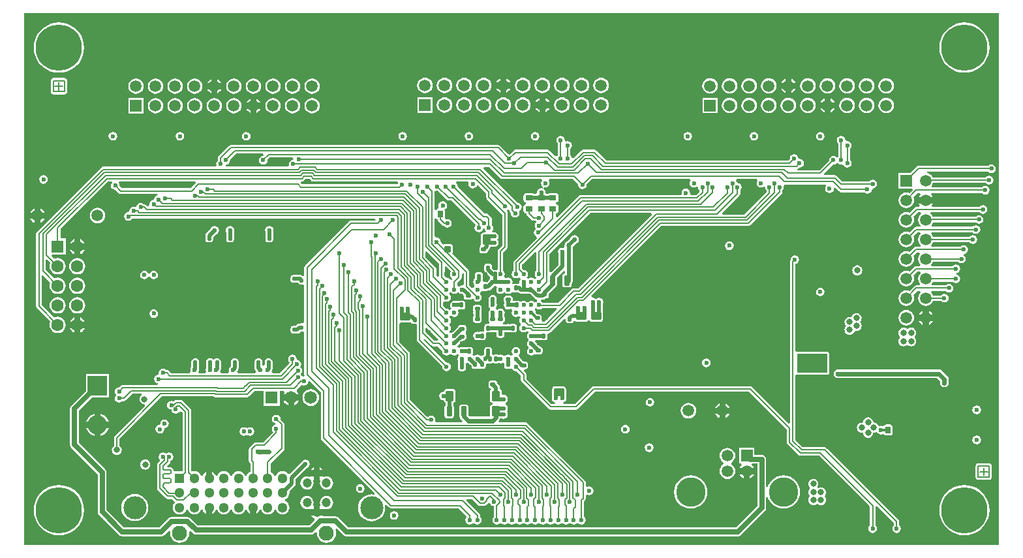
<source format=gbl>
G04*
G04 #@! TF.GenerationSoftware,Altium Limited,Altium Designer,18.0.11 (651)*
G04*
G04 Layer_Physical_Order=6*
G04 Layer_Color=16711680*
%FSLAX42Y42*%
%MOMM*%
G71*
G01*
G75*
%ADD12C,0.60*%
%ADD15C,0.20*%
%ADD17C,0.50*%
%ADD18C,0.30*%
%ADD70C,1.20*%
%ADD116C,1.50*%
%ADD117R,1.50X1.50*%
G04:AMPARAMS|DCode=133|XSize=0.5mm|YSize=0.6mm|CornerRadius=0.06mm|HoleSize=0mm|Usage=FLASHONLY|Rotation=270.000|XOffset=0mm|YOffset=0mm|HoleType=Round|Shape=RoundedRectangle|*
%AMROUNDEDRECTD133*
21,1,0.50,0.48,0,0,270.0*
21,1,0.38,0.60,0,0,270.0*
1,1,0.13,-0.24,-0.19*
1,1,0.13,-0.24,0.19*
1,1,0.13,0.24,0.19*
1,1,0.13,0.24,-0.19*
%
%ADD133ROUNDEDRECTD133*%
G04:AMPARAMS|DCode=136|XSize=0.9mm|YSize=0.7mm|CornerRadius=0.09mm|HoleSize=0mm|Usage=FLASHONLY|Rotation=180.000|XOffset=0mm|YOffset=0mm|HoleType=Round|Shape=RoundedRectangle|*
%AMROUNDEDRECTD136*
21,1,0.90,0.53,0,0,180.0*
21,1,0.73,0.70,0,0,180.0*
1,1,0.18,-0.36,0.26*
1,1,0.18,0.36,0.26*
1,1,0.18,0.36,-0.26*
1,1,0.18,-0.36,-0.26*
%
%ADD136ROUNDEDRECTD136*%
G04:AMPARAMS|DCode=137|XSize=0.9mm|YSize=0.7mm|CornerRadius=0.09mm|HoleSize=0mm|Usage=FLASHONLY|Rotation=270.000|XOffset=0mm|YOffset=0mm|HoleType=Round|Shape=RoundedRectangle|*
%AMROUNDEDRECTD137*
21,1,0.90,0.53,0,0,270.0*
21,1,0.73,0.70,0,0,270.0*
1,1,0.18,-0.26,-0.36*
1,1,0.18,-0.26,0.36*
1,1,0.18,0.26,0.36*
1,1,0.18,0.26,-0.36*
%
%ADD137ROUNDEDRECTD137*%
G04:AMPARAMS|DCode=142|XSize=0.9mm|YSize=0.8mm|CornerRadius=0.1mm|HoleSize=0mm|Usage=FLASHONLY|Rotation=180.000|XOffset=0mm|YOffset=0mm|HoleType=Round|Shape=RoundedRectangle|*
%AMROUNDEDRECTD142*
21,1,0.90,0.60,0,0,180.0*
21,1,0.70,0.80,0,0,180.0*
1,1,0.20,-0.35,0.30*
1,1,0.20,0.35,0.30*
1,1,0.20,0.35,-0.30*
1,1,0.20,-0.35,-0.30*
%
%ADD142ROUNDEDRECTD142*%
G04:AMPARAMS|DCode=152|XSize=1.3mm|YSize=1mm|CornerRadius=0.13mm|HoleSize=0mm|Usage=FLASHONLY|Rotation=90.000|XOffset=0mm|YOffset=0mm|HoleType=Round|Shape=RoundedRectangle|*
%AMROUNDEDRECTD152*
21,1,1.30,0.75,0,0,90.0*
21,1,1.05,1.00,0,0,90.0*
1,1,0.25,0.38,0.53*
1,1,0.25,0.38,-0.53*
1,1,0.25,-0.38,-0.53*
1,1,0.25,-0.38,0.53*
%
%ADD152ROUNDEDRECTD152*%
G04:AMPARAMS|DCode=153|XSize=0.5mm|YSize=0.6mm|CornerRadius=0.06mm|HoleSize=0mm|Usage=FLASHONLY|Rotation=180.000|XOffset=0mm|YOffset=0mm|HoleType=Round|Shape=RoundedRectangle|*
%AMROUNDEDRECTD153*
21,1,0.50,0.48,0,0,180.0*
21,1,0.38,0.60,0,0,180.0*
1,1,0.13,-0.19,0.24*
1,1,0.13,0.19,0.24*
1,1,0.13,0.19,-0.24*
1,1,0.13,-0.19,-0.24*
%
%ADD153ROUNDEDRECTD153*%
G04:AMPARAMS|DCode=161|XSize=1.3mm|YSize=0.7mm|CornerRadius=0.09mm|HoleSize=0mm|Usage=FLASHONLY|Rotation=90.000|XOffset=0mm|YOffset=0mm|HoleType=Round|Shape=RoundedRectangle|*
%AMROUNDEDRECTD161*
21,1,1.30,0.53,0,0,90.0*
21,1,1.13,0.70,0,0,90.0*
1,1,0.18,0.26,0.56*
1,1,0.18,0.26,-0.56*
1,1,0.18,-0.26,-0.56*
1,1,0.18,-0.26,0.56*
%
%ADD161ROUNDEDRECTD161*%
G04:AMPARAMS|DCode=171|XSize=1.3mm|YSize=1mm|CornerRadius=0.13mm|HoleSize=0mm|Usage=FLASHONLY|Rotation=0.000|XOffset=0mm|YOffset=0mm|HoleType=Round|Shape=RoundedRectangle|*
%AMROUNDEDRECTD171*
21,1,1.30,0.75,0,0,0.0*
21,1,1.05,1.00,0,0,0.0*
1,1,0.25,0.53,-0.38*
1,1,0.25,-0.53,-0.38*
1,1,0.25,-0.53,0.38*
1,1,0.25,0.53,0.38*
%
%ADD171ROUNDEDRECTD171*%
%ADD176C,0.64*%
%ADD180C,1.00*%
%ADD181C,3.00*%
%ADD182C,1.30*%
%ADD183R,1.30X1.30*%
%ADD184C,1.95*%
%ADD185R,1.50X1.50*%
%ADD186R,1.65X1.65*%
%ADD187C,1.65*%
%ADD188C,2.50*%
%ADD189R,2.50X2.50*%
%ADD190C,1.52*%
%ADD191C,3.80*%
%ADD192R,1.52X1.52*%
%ADD193C,1.60*%
%ADD194R,1.60X1.60*%
%ADD195C,6.00*%
%ADD196C,0.60*%
%ADD197C,0.80*%
%ADD198C,0.66*%
G36*
X12699Y6949D02*
Y51D01*
X51D01*
Y6949D01*
X12699D01*
X12699Y6949D01*
D02*
G37*
%LPC*%
G36*
X12250Y6826D02*
X12199Y6822D01*
X12149Y6810D01*
X12102Y6790D01*
X12058Y6764D01*
X12019Y6731D01*
X11986Y6692D01*
X11960Y6648D01*
X11940Y6601D01*
X11928Y6551D01*
X11924Y6500D01*
X11928Y6449D01*
X11940Y6399D01*
X11960Y6352D01*
X11986Y6308D01*
X12019Y6269D01*
X12058Y6236D01*
X12102Y6210D01*
X12149Y6190D01*
X12199Y6178D01*
X12250Y6174D01*
X12301Y6178D01*
X12351Y6190D01*
X12398Y6210D01*
X12442Y6236D01*
X12481Y6269D01*
X12514Y6308D01*
X12540Y6352D01*
X12560Y6399D01*
X12572Y6449D01*
X12576Y6500D01*
X12572Y6551D01*
X12560Y6601D01*
X12540Y6648D01*
X12514Y6692D01*
X12481Y6731D01*
X12442Y6764D01*
X12398Y6790D01*
X12351Y6810D01*
X12301Y6822D01*
X12250Y6826D01*
D02*
G37*
G36*
X500D02*
X449Y6822D01*
X399Y6810D01*
X352Y6790D01*
X308Y6764D01*
X269Y6731D01*
X236Y6692D01*
X210Y6648D01*
X190Y6601D01*
X178Y6551D01*
X174Y6500D01*
X178Y6449D01*
X190Y6399D01*
X210Y6352D01*
X236Y6308D01*
X269Y6269D01*
X308Y6236D01*
X352Y6210D01*
X399Y6190D01*
X449Y6178D01*
X500Y6174D01*
X551Y6178D01*
X601Y6190D01*
X648Y6210D01*
X692Y6236D01*
X731Y6269D01*
X764Y6308D01*
X790Y6352D01*
X810Y6399D01*
X822Y6449D01*
X826Y6500D01*
X822Y6551D01*
X810Y6601D01*
X790Y6648D01*
X764Y6692D01*
X731Y6731D01*
X692Y6764D01*
X648Y6790D01*
X601Y6810D01*
X551Y6822D01*
X500Y6826D01*
D02*
G37*
G36*
X6306Y6102D02*
Y6050D01*
X6358D01*
X6353Y6060D01*
X6337Y6081D01*
X6316Y6097D01*
X6306Y6102D01*
D02*
G37*
G36*
X6226D02*
X6216Y6097D01*
X6195Y6081D01*
X6179Y6060D01*
X6174Y6050D01*
X6226D01*
Y6102D01*
D02*
G37*
G36*
X10006Y6096D02*
Y6044D01*
X10058D01*
X10053Y6054D01*
X10037Y6075D01*
X10016Y6091D01*
X10006Y6096D01*
D02*
G37*
G36*
X9926D02*
X9916Y6091D01*
X9895Y6075D01*
X9879Y6054D01*
X9874Y6044D01*
X9926D01*
Y6096D01*
D02*
G37*
G36*
X2556Y6092D02*
Y6040D01*
X2608D01*
X2603Y6050D01*
X2587Y6071D01*
X2566Y6087D01*
X2556Y6092D01*
D02*
G37*
G36*
X2476D02*
X2466Y6087D01*
X2445Y6071D01*
X2429Y6050D01*
X2424Y6040D01*
X2476D01*
Y6092D01*
D02*
G37*
G36*
X6358Y5970D02*
X6306D01*
Y5918D01*
X6316Y5923D01*
X6337Y5939D01*
X6353Y5960D01*
X6358Y5970D01*
D02*
G37*
G36*
X6226D02*
X6174D01*
X6179Y5960D01*
X6195Y5939D01*
X6216Y5923D01*
X6226Y5918D01*
Y5970D01*
D02*
G37*
G36*
X10058Y5964D02*
X10006D01*
Y5912D01*
X10016Y5917D01*
X10037Y5933D01*
X10053Y5954D01*
X10058Y5964D01*
D02*
G37*
G36*
X9926D02*
X9874D01*
X9879Y5954D01*
X9895Y5933D01*
X9916Y5917D01*
X9926Y5912D01*
Y5964D01*
D02*
G37*
G36*
X7536Y6111D02*
X7510Y6107D01*
X7486Y6097D01*
X7465Y6081D01*
X7449Y6060D01*
X7439Y6036D01*
X7435Y6010D01*
X7439Y5984D01*
X7449Y5960D01*
X7465Y5939D01*
X7486Y5923D01*
X7510Y5913D01*
X7536Y5909D01*
X7562Y5913D01*
X7586Y5923D01*
X7607Y5939D01*
X7623Y5960D01*
X7633Y5984D01*
X7637Y6010D01*
X7633Y6036D01*
X7623Y6060D01*
X7607Y6081D01*
X7586Y6097D01*
X7562Y6107D01*
X7536Y6111D01*
D02*
G37*
G36*
X7282D02*
X7256Y6107D01*
X7232Y6097D01*
X7211Y6081D01*
X7195Y6060D01*
X7185Y6036D01*
X7181Y6010D01*
X7185Y5984D01*
X7195Y5960D01*
X7211Y5939D01*
X7232Y5923D01*
X7256Y5913D01*
X7282Y5909D01*
X7308Y5913D01*
X7332Y5923D01*
X7353Y5939D01*
X7369Y5960D01*
X7379Y5984D01*
X7383Y6010D01*
X7379Y6036D01*
X7369Y6060D01*
X7353Y6081D01*
X7332Y6097D01*
X7308Y6107D01*
X7282Y6111D01*
D02*
G37*
G36*
X7028D02*
X7002Y6107D01*
X6978Y6097D01*
X6957Y6081D01*
X6941Y6060D01*
X6931Y6036D01*
X6927Y6010D01*
X6931Y5984D01*
X6941Y5960D01*
X6957Y5939D01*
X6978Y5923D01*
X7002Y5913D01*
X7028Y5909D01*
X7054Y5913D01*
X7078Y5923D01*
X7099Y5939D01*
X7115Y5960D01*
X7125Y5984D01*
X7129Y6010D01*
X7125Y6036D01*
X7115Y6060D01*
X7099Y6081D01*
X7078Y6097D01*
X7054Y6107D01*
X7028Y6111D01*
D02*
G37*
G36*
X6774D02*
X6748Y6107D01*
X6724Y6097D01*
X6703Y6081D01*
X6687Y6060D01*
X6677Y6036D01*
X6673Y6010D01*
X6677Y5984D01*
X6687Y5960D01*
X6703Y5939D01*
X6724Y5923D01*
X6748Y5913D01*
X6774Y5909D01*
X6800Y5913D01*
X6824Y5923D01*
X6845Y5939D01*
X6861Y5960D01*
X6871Y5984D01*
X6875Y6010D01*
X6871Y6036D01*
X6861Y6060D01*
X6845Y6081D01*
X6824Y6097D01*
X6800Y6107D01*
X6774Y6111D01*
D02*
G37*
G36*
X6520D02*
X6494Y6107D01*
X6470Y6097D01*
X6449Y6081D01*
X6433Y6060D01*
X6423Y6036D01*
X6419Y6010D01*
X6423Y5984D01*
X6433Y5960D01*
X6449Y5939D01*
X6470Y5923D01*
X6494Y5913D01*
X6520Y5909D01*
X6546Y5913D01*
X6570Y5923D01*
X6591Y5939D01*
X6607Y5960D01*
X6617Y5984D01*
X6621Y6010D01*
X6617Y6036D01*
X6607Y6060D01*
X6591Y6081D01*
X6570Y6097D01*
X6546Y6107D01*
X6520Y6111D01*
D02*
G37*
G36*
X6012D02*
X5986Y6107D01*
X5962Y6097D01*
X5941Y6081D01*
X5925Y6060D01*
X5915Y6036D01*
X5911Y6010D01*
X5915Y5984D01*
X5925Y5960D01*
X5941Y5939D01*
X5962Y5923D01*
X5986Y5913D01*
X6012Y5909D01*
X6038Y5913D01*
X6062Y5923D01*
X6083Y5939D01*
X6099Y5960D01*
X6109Y5984D01*
X6113Y6010D01*
X6109Y6036D01*
X6099Y6060D01*
X6083Y6081D01*
X6062Y6097D01*
X6038Y6107D01*
X6012Y6111D01*
D02*
G37*
G36*
X5758D02*
X5732Y6107D01*
X5708Y6097D01*
X5687Y6081D01*
X5671Y6060D01*
X5661Y6036D01*
X5657Y6010D01*
X5661Y5984D01*
X5671Y5960D01*
X5687Y5939D01*
X5708Y5923D01*
X5732Y5913D01*
X5758Y5909D01*
X5784Y5913D01*
X5808Y5923D01*
X5829Y5939D01*
X5845Y5960D01*
X5855Y5984D01*
X5859Y6010D01*
X5855Y6036D01*
X5845Y6060D01*
X5829Y6081D01*
X5808Y6097D01*
X5784Y6107D01*
X5758Y6111D01*
D02*
G37*
G36*
X5504D02*
X5478Y6107D01*
X5454Y6097D01*
X5433Y6081D01*
X5417Y6060D01*
X5407Y6036D01*
X5403Y6010D01*
X5407Y5984D01*
X5417Y5960D01*
X5433Y5939D01*
X5454Y5923D01*
X5478Y5913D01*
X5504Y5909D01*
X5530Y5913D01*
X5554Y5923D01*
X5575Y5939D01*
X5591Y5960D01*
X5601Y5984D01*
X5605Y6010D01*
X5601Y6036D01*
X5591Y6060D01*
X5575Y6081D01*
X5554Y6097D01*
X5530Y6107D01*
X5504Y6111D01*
D02*
G37*
G36*
X5250D02*
X5224Y6107D01*
X5200Y6097D01*
X5179Y6081D01*
X5163Y6060D01*
X5153Y6036D01*
X5149Y6010D01*
X5153Y5984D01*
X5163Y5960D01*
X5179Y5939D01*
X5200Y5923D01*
X5224Y5913D01*
X5250Y5909D01*
X5276Y5913D01*
X5300Y5923D01*
X5321Y5939D01*
X5337Y5960D01*
X5347Y5984D01*
X5351Y6010D01*
X5347Y6036D01*
X5337Y6060D01*
X5321Y6081D01*
X5300Y6097D01*
X5276Y6107D01*
X5250Y6111D01*
D02*
G37*
G36*
X2608Y5960D02*
X2556D01*
Y5908D01*
X2566Y5913D01*
X2587Y5929D01*
X2603Y5950D01*
X2608Y5960D01*
D02*
G37*
G36*
X2476D02*
X2424D01*
X2429Y5950D01*
X2445Y5929D01*
X2466Y5913D01*
X2476Y5908D01*
Y5960D01*
D02*
G37*
G36*
X11236Y6105D02*
X11210Y6101D01*
X11186Y6091D01*
X11165Y6075D01*
X11149Y6054D01*
X11139Y6030D01*
X11135Y6004D01*
X11139Y5978D01*
X11149Y5954D01*
X11165Y5933D01*
X11186Y5917D01*
X11210Y5907D01*
X11236Y5903D01*
X11262Y5907D01*
X11286Y5917D01*
X11307Y5933D01*
X11323Y5954D01*
X11333Y5978D01*
X11337Y6004D01*
X11333Y6030D01*
X11323Y6054D01*
X11307Y6075D01*
X11286Y6091D01*
X11262Y6101D01*
X11236Y6105D01*
D02*
G37*
G36*
X10982D02*
X10956Y6101D01*
X10932Y6091D01*
X10911Y6075D01*
X10895Y6054D01*
X10885Y6030D01*
X10881Y6004D01*
X10885Y5978D01*
X10895Y5954D01*
X10911Y5933D01*
X10932Y5917D01*
X10956Y5907D01*
X10982Y5903D01*
X11008Y5907D01*
X11032Y5917D01*
X11053Y5933D01*
X11069Y5954D01*
X11079Y5978D01*
X11083Y6004D01*
X11079Y6030D01*
X11069Y6054D01*
X11053Y6075D01*
X11032Y6091D01*
X11008Y6101D01*
X10982Y6105D01*
D02*
G37*
G36*
X10728D02*
X10702Y6101D01*
X10678Y6091D01*
X10657Y6075D01*
X10641Y6054D01*
X10631Y6030D01*
X10627Y6004D01*
X10631Y5978D01*
X10641Y5954D01*
X10657Y5933D01*
X10678Y5917D01*
X10702Y5907D01*
X10728Y5903D01*
X10754Y5907D01*
X10778Y5917D01*
X10799Y5933D01*
X10815Y5954D01*
X10825Y5978D01*
X10829Y6004D01*
X10825Y6030D01*
X10815Y6054D01*
X10799Y6075D01*
X10778Y6091D01*
X10754Y6101D01*
X10728Y6105D01*
D02*
G37*
G36*
X10474D02*
X10448Y6101D01*
X10424Y6091D01*
X10403Y6075D01*
X10387Y6054D01*
X10377Y6030D01*
X10373Y6004D01*
X10377Y5978D01*
X10387Y5954D01*
X10403Y5933D01*
X10424Y5917D01*
X10448Y5907D01*
X10474Y5903D01*
X10500Y5907D01*
X10524Y5917D01*
X10545Y5933D01*
X10561Y5954D01*
X10571Y5978D01*
X10575Y6004D01*
X10571Y6030D01*
X10561Y6054D01*
X10545Y6075D01*
X10524Y6091D01*
X10500Y6101D01*
X10474Y6105D01*
D02*
G37*
G36*
X10220D02*
X10194Y6101D01*
X10170Y6091D01*
X10149Y6075D01*
X10133Y6054D01*
X10123Y6030D01*
X10119Y6004D01*
X10123Y5978D01*
X10133Y5954D01*
X10149Y5933D01*
X10170Y5917D01*
X10194Y5907D01*
X10220Y5903D01*
X10246Y5907D01*
X10270Y5917D01*
X10291Y5933D01*
X10307Y5954D01*
X10317Y5978D01*
X10321Y6004D01*
X10317Y6030D01*
X10307Y6054D01*
X10291Y6075D01*
X10270Y6091D01*
X10246Y6101D01*
X10220Y6105D01*
D02*
G37*
G36*
X9712D02*
X9686Y6101D01*
X9662Y6091D01*
X9641Y6075D01*
X9625Y6054D01*
X9615Y6030D01*
X9611Y6004D01*
X9615Y5978D01*
X9625Y5954D01*
X9641Y5933D01*
X9662Y5917D01*
X9686Y5907D01*
X9712Y5903D01*
X9738Y5907D01*
X9762Y5917D01*
X9783Y5933D01*
X9799Y5954D01*
X9809Y5978D01*
X9813Y6004D01*
X9809Y6030D01*
X9799Y6054D01*
X9783Y6075D01*
X9762Y6091D01*
X9738Y6101D01*
X9712Y6105D01*
D02*
G37*
G36*
X9458D02*
X9432Y6101D01*
X9408Y6091D01*
X9387Y6075D01*
X9371Y6054D01*
X9361Y6030D01*
X9357Y6004D01*
X9361Y5978D01*
X9371Y5954D01*
X9387Y5933D01*
X9408Y5917D01*
X9432Y5907D01*
X9458Y5903D01*
X9484Y5907D01*
X9508Y5917D01*
X9529Y5933D01*
X9545Y5954D01*
X9555Y5978D01*
X9559Y6004D01*
X9555Y6030D01*
X9545Y6054D01*
X9529Y6075D01*
X9508Y6091D01*
X9484Y6101D01*
X9458Y6105D01*
D02*
G37*
G36*
X9204D02*
X9178Y6101D01*
X9154Y6091D01*
X9133Y6075D01*
X9117Y6054D01*
X9107Y6030D01*
X9103Y6004D01*
X9107Y5978D01*
X9117Y5954D01*
X9133Y5933D01*
X9154Y5917D01*
X9178Y5907D01*
X9204Y5903D01*
X9230Y5907D01*
X9254Y5917D01*
X9275Y5933D01*
X9291Y5954D01*
X9301Y5978D01*
X9305Y6004D01*
X9301Y6030D01*
X9291Y6054D01*
X9275Y6075D01*
X9254Y6091D01*
X9230Y6101D01*
X9204Y6105D01*
D02*
G37*
G36*
X8950D02*
X8924Y6101D01*
X8900Y6091D01*
X8879Y6075D01*
X8863Y6054D01*
X8853Y6030D01*
X8849Y6004D01*
X8853Y5978D01*
X8863Y5954D01*
X8879Y5933D01*
X8900Y5917D01*
X8924Y5907D01*
X8950Y5903D01*
X8976Y5907D01*
X9000Y5917D01*
X9021Y5933D01*
X9037Y5954D01*
X9047Y5978D01*
X9051Y6004D01*
X9047Y6030D01*
X9037Y6054D01*
X9021Y6075D01*
X9000Y6091D01*
X8976Y6101D01*
X8950Y6105D01*
D02*
G37*
G36*
X3786Y6101D02*
X3760Y6097D01*
X3736Y6087D01*
X3715Y6071D01*
X3699Y6050D01*
X3689Y6026D01*
X3685Y6000D01*
X3689Y5974D01*
X3699Y5950D01*
X3715Y5929D01*
X3736Y5913D01*
X3760Y5903D01*
X3786Y5899D01*
X3812Y5903D01*
X3836Y5913D01*
X3857Y5929D01*
X3873Y5950D01*
X3883Y5974D01*
X3887Y6000D01*
X3883Y6026D01*
X3873Y6050D01*
X3857Y6071D01*
X3836Y6087D01*
X3812Y6097D01*
X3786Y6101D01*
D02*
G37*
G36*
X3532D02*
X3506Y6097D01*
X3482Y6087D01*
X3461Y6071D01*
X3445Y6050D01*
X3435Y6026D01*
X3431Y6000D01*
X3435Y5974D01*
X3445Y5950D01*
X3461Y5929D01*
X3482Y5913D01*
X3506Y5903D01*
X3532Y5899D01*
X3558Y5903D01*
X3582Y5913D01*
X3603Y5929D01*
X3619Y5950D01*
X3629Y5974D01*
X3633Y6000D01*
X3629Y6026D01*
X3619Y6050D01*
X3603Y6071D01*
X3582Y6087D01*
X3558Y6097D01*
X3532Y6101D01*
D02*
G37*
G36*
X3278D02*
X3252Y6097D01*
X3228Y6087D01*
X3207Y6071D01*
X3191Y6050D01*
X3181Y6026D01*
X3177Y6000D01*
X3181Y5974D01*
X3191Y5950D01*
X3207Y5929D01*
X3228Y5913D01*
X3252Y5903D01*
X3278Y5899D01*
X3304Y5903D01*
X3328Y5913D01*
X3349Y5929D01*
X3365Y5950D01*
X3375Y5974D01*
X3379Y6000D01*
X3375Y6026D01*
X3365Y6050D01*
X3349Y6071D01*
X3328Y6087D01*
X3304Y6097D01*
X3278Y6101D01*
D02*
G37*
G36*
X3024D02*
X2998Y6097D01*
X2974Y6087D01*
X2953Y6071D01*
X2937Y6050D01*
X2927Y6026D01*
X2923Y6000D01*
X2927Y5974D01*
X2937Y5950D01*
X2953Y5929D01*
X2974Y5913D01*
X2998Y5903D01*
X3024Y5899D01*
X3050Y5903D01*
X3074Y5913D01*
X3095Y5929D01*
X3111Y5950D01*
X3121Y5974D01*
X3125Y6000D01*
X3121Y6026D01*
X3111Y6050D01*
X3095Y6071D01*
X3074Y6087D01*
X3050Y6097D01*
X3024Y6101D01*
D02*
G37*
G36*
X2770D02*
X2744Y6097D01*
X2720Y6087D01*
X2699Y6071D01*
X2683Y6050D01*
X2673Y6026D01*
X2669Y6000D01*
X2673Y5974D01*
X2683Y5950D01*
X2699Y5929D01*
X2720Y5913D01*
X2744Y5903D01*
X2770Y5899D01*
X2796Y5903D01*
X2820Y5913D01*
X2841Y5929D01*
X2857Y5950D01*
X2867Y5974D01*
X2871Y6000D01*
X2867Y6026D01*
X2857Y6050D01*
X2841Y6071D01*
X2820Y6087D01*
X2796Y6097D01*
X2770Y6101D01*
D02*
G37*
G36*
X2262D02*
X2236Y6097D01*
X2212Y6087D01*
X2191Y6071D01*
X2175Y6050D01*
X2165Y6026D01*
X2161Y6000D01*
X2165Y5974D01*
X2175Y5950D01*
X2191Y5929D01*
X2212Y5913D01*
X2236Y5903D01*
X2262Y5899D01*
X2288Y5903D01*
X2312Y5913D01*
X2333Y5929D01*
X2349Y5950D01*
X2359Y5974D01*
X2363Y6000D01*
X2359Y6026D01*
X2349Y6050D01*
X2333Y6071D01*
X2312Y6087D01*
X2288Y6097D01*
X2262Y6101D01*
D02*
G37*
G36*
X2008D02*
X1982Y6097D01*
X1958Y6087D01*
X1937Y6071D01*
X1921Y6050D01*
X1911Y6026D01*
X1907Y6000D01*
X1911Y5974D01*
X1921Y5950D01*
X1937Y5929D01*
X1958Y5913D01*
X1982Y5903D01*
X2008Y5899D01*
X2034Y5903D01*
X2058Y5913D01*
X2079Y5929D01*
X2095Y5950D01*
X2105Y5974D01*
X2109Y6000D01*
X2105Y6026D01*
X2095Y6050D01*
X2079Y6071D01*
X2058Y6087D01*
X2034Y6097D01*
X2008Y6101D01*
D02*
G37*
G36*
X1754D02*
X1728Y6097D01*
X1704Y6087D01*
X1683Y6071D01*
X1667Y6050D01*
X1657Y6026D01*
X1653Y6000D01*
X1657Y5974D01*
X1667Y5950D01*
X1683Y5929D01*
X1704Y5913D01*
X1728Y5903D01*
X1754Y5899D01*
X1780Y5903D01*
X1804Y5913D01*
X1825Y5929D01*
X1841Y5950D01*
X1851Y5974D01*
X1855Y6000D01*
X1851Y6026D01*
X1841Y6050D01*
X1825Y6071D01*
X1804Y6087D01*
X1780Y6097D01*
X1754Y6101D01*
D02*
G37*
G36*
X1500D02*
X1474Y6097D01*
X1450Y6087D01*
X1429Y6071D01*
X1413Y6050D01*
X1403Y6026D01*
X1399Y6000D01*
X1403Y5974D01*
X1413Y5950D01*
X1429Y5929D01*
X1450Y5913D01*
X1474Y5903D01*
X1500Y5899D01*
X1526Y5903D01*
X1550Y5913D01*
X1571Y5929D01*
X1587Y5950D01*
X1597Y5974D01*
X1601Y6000D01*
X1597Y6026D01*
X1587Y6050D01*
X1571Y6071D01*
X1550Y6087D01*
X1526Y6097D01*
X1500Y6101D01*
D02*
G37*
G36*
X570Y6106D02*
X430D01*
X416Y6103D01*
X405Y6095D01*
X397Y6084D01*
X394Y6070D01*
Y5930D01*
X397Y5916D01*
X405Y5905D01*
X416Y5897D01*
X430Y5894D01*
X570D01*
X584Y5897D01*
X595Y5905D01*
X603Y5916D01*
X606Y5930D01*
Y6070D01*
X603Y6084D01*
X595Y6095D01*
X584Y6103D01*
X570Y6106D01*
D02*
G37*
G36*
X6814Y5848D02*
Y5796D01*
X6866D01*
X6861Y5806D01*
X6845Y5827D01*
X6824Y5843D01*
X6814Y5848D01*
D02*
G37*
G36*
X6734D02*
X6724Y5843D01*
X6703Y5827D01*
X6687Y5806D01*
X6682Y5796D01*
X6734D01*
Y5848D01*
D02*
G37*
G36*
X10514Y5842D02*
Y5790D01*
X10566D01*
X10561Y5800D01*
X10545Y5821D01*
X10524Y5837D01*
X10514Y5842D01*
D02*
G37*
G36*
X10434D02*
X10424Y5837D01*
X10403Y5821D01*
X10387Y5800D01*
X10382Y5790D01*
X10434D01*
Y5842D01*
D02*
G37*
G36*
X3064Y5838D02*
Y5786D01*
X3116D01*
X3111Y5796D01*
X3095Y5817D01*
X3074Y5833D01*
X3064Y5838D01*
D02*
G37*
G36*
X2984D02*
X2974Y5833D01*
X2953Y5817D01*
X2937Y5796D01*
X2932Y5786D01*
X2984D01*
Y5838D01*
D02*
G37*
G36*
X6866Y5716D02*
X6814D01*
Y5664D01*
X6824Y5669D01*
X6845Y5685D01*
X6861Y5706D01*
X6866Y5716D01*
D02*
G37*
G36*
X6734D02*
X6682D01*
X6687Y5706D01*
X6703Y5685D01*
X6724Y5669D01*
X6734Y5664D01*
Y5716D01*
D02*
G37*
G36*
X10566Y5710D02*
X10514D01*
Y5658D01*
X10524Y5663D01*
X10545Y5679D01*
X10561Y5700D01*
X10566Y5710D01*
D02*
G37*
G36*
X10434D02*
X10382D01*
X10387Y5700D01*
X10403Y5679D01*
X10424Y5663D01*
X10434Y5658D01*
Y5710D01*
D02*
G37*
G36*
X5350Y5856D02*
X5150D01*
Y5656D01*
X5350D01*
Y5856D01*
D02*
G37*
G36*
X7536Y5857D02*
X7510Y5853D01*
X7486Y5843D01*
X7465Y5827D01*
X7449Y5806D01*
X7439Y5782D01*
X7435Y5756D01*
X7439Y5730D01*
X7449Y5706D01*
X7465Y5685D01*
X7486Y5669D01*
X7510Y5659D01*
X7536Y5655D01*
X7562Y5659D01*
X7586Y5669D01*
X7607Y5685D01*
X7623Y5706D01*
X7633Y5730D01*
X7637Y5756D01*
X7633Y5782D01*
X7623Y5806D01*
X7607Y5827D01*
X7586Y5843D01*
X7562Y5853D01*
X7536Y5857D01*
D02*
G37*
G36*
X7282D02*
X7256Y5853D01*
X7232Y5843D01*
X7211Y5827D01*
X7195Y5806D01*
X7185Y5782D01*
X7181Y5756D01*
X7185Y5730D01*
X7195Y5706D01*
X7211Y5685D01*
X7232Y5669D01*
X7256Y5659D01*
X7282Y5655D01*
X7308Y5659D01*
X7332Y5669D01*
X7353Y5685D01*
X7369Y5706D01*
X7379Y5730D01*
X7383Y5756D01*
X7379Y5782D01*
X7369Y5806D01*
X7353Y5827D01*
X7332Y5843D01*
X7308Y5853D01*
X7282Y5857D01*
D02*
G37*
G36*
X7028D02*
X7002Y5853D01*
X6978Y5843D01*
X6957Y5827D01*
X6941Y5806D01*
X6931Y5782D01*
X6927Y5756D01*
X6931Y5730D01*
X6941Y5706D01*
X6957Y5685D01*
X6978Y5669D01*
X7002Y5659D01*
X7028Y5655D01*
X7054Y5659D01*
X7078Y5669D01*
X7099Y5685D01*
X7115Y5706D01*
X7125Y5730D01*
X7129Y5756D01*
X7125Y5782D01*
X7115Y5806D01*
X7099Y5827D01*
X7078Y5843D01*
X7054Y5853D01*
X7028Y5857D01*
D02*
G37*
G36*
X6520D02*
X6494Y5853D01*
X6470Y5843D01*
X6449Y5827D01*
X6433Y5806D01*
X6423Y5782D01*
X6419Y5756D01*
X6423Y5730D01*
X6433Y5706D01*
X6449Y5685D01*
X6470Y5669D01*
X6494Y5659D01*
X6520Y5655D01*
X6546Y5659D01*
X6570Y5669D01*
X6591Y5685D01*
X6607Y5706D01*
X6617Y5730D01*
X6621Y5756D01*
X6617Y5782D01*
X6607Y5806D01*
X6591Y5827D01*
X6570Y5843D01*
X6546Y5853D01*
X6520Y5857D01*
D02*
G37*
G36*
X6266D02*
X6240Y5853D01*
X6216Y5843D01*
X6195Y5827D01*
X6179Y5806D01*
X6169Y5782D01*
X6165Y5756D01*
X6169Y5730D01*
X6179Y5706D01*
X6195Y5685D01*
X6216Y5669D01*
X6240Y5659D01*
X6266Y5655D01*
X6292Y5659D01*
X6316Y5669D01*
X6337Y5685D01*
X6353Y5706D01*
X6363Y5730D01*
X6367Y5756D01*
X6363Y5782D01*
X6353Y5806D01*
X6337Y5827D01*
X6316Y5843D01*
X6292Y5853D01*
X6266Y5857D01*
D02*
G37*
G36*
X6012D02*
X5986Y5853D01*
X5962Y5843D01*
X5941Y5827D01*
X5925Y5806D01*
X5915Y5782D01*
X5911Y5756D01*
X5915Y5730D01*
X5925Y5706D01*
X5941Y5685D01*
X5962Y5669D01*
X5986Y5659D01*
X6012Y5655D01*
X6038Y5659D01*
X6062Y5669D01*
X6083Y5685D01*
X6099Y5706D01*
X6109Y5730D01*
X6113Y5756D01*
X6109Y5782D01*
X6099Y5806D01*
X6083Y5827D01*
X6062Y5843D01*
X6038Y5853D01*
X6012Y5857D01*
D02*
G37*
G36*
X5758D02*
X5732Y5853D01*
X5708Y5843D01*
X5687Y5827D01*
X5671Y5806D01*
X5661Y5782D01*
X5657Y5756D01*
X5661Y5730D01*
X5671Y5706D01*
X5687Y5685D01*
X5708Y5669D01*
X5732Y5659D01*
X5758Y5655D01*
X5784Y5659D01*
X5808Y5669D01*
X5829Y5685D01*
X5845Y5706D01*
X5855Y5730D01*
X5859Y5756D01*
X5855Y5782D01*
X5845Y5806D01*
X5829Y5827D01*
X5808Y5843D01*
X5784Y5853D01*
X5758Y5857D01*
D02*
G37*
G36*
X5504D02*
X5478Y5853D01*
X5454Y5843D01*
X5433Y5827D01*
X5417Y5806D01*
X5407Y5782D01*
X5403Y5756D01*
X5407Y5730D01*
X5417Y5706D01*
X5433Y5685D01*
X5454Y5669D01*
X5478Y5659D01*
X5504Y5655D01*
X5530Y5659D01*
X5554Y5669D01*
X5575Y5685D01*
X5591Y5706D01*
X5601Y5730D01*
X5605Y5756D01*
X5601Y5782D01*
X5591Y5806D01*
X5575Y5827D01*
X5554Y5843D01*
X5530Y5853D01*
X5504Y5857D01*
D02*
G37*
G36*
X3116Y5706D02*
X3064D01*
Y5654D01*
X3074Y5659D01*
X3095Y5675D01*
X3111Y5696D01*
X3116Y5706D01*
D02*
G37*
G36*
X2984D02*
X2932D01*
X2937Y5696D01*
X2953Y5675D01*
X2974Y5659D01*
X2984Y5654D01*
Y5706D01*
D02*
G37*
G36*
X9050Y5850D02*
X8850D01*
Y5650D01*
X9050D01*
Y5850D01*
D02*
G37*
G36*
X11236Y5851D02*
X11210Y5847D01*
X11186Y5837D01*
X11165Y5821D01*
X11149Y5800D01*
X11139Y5776D01*
X11135Y5750D01*
X11139Y5724D01*
X11149Y5700D01*
X11165Y5679D01*
X11186Y5663D01*
X11210Y5653D01*
X11236Y5649D01*
X11262Y5653D01*
X11286Y5663D01*
X11307Y5679D01*
X11323Y5700D01*
X11333Y5724D01*
X11337Y5750D01*
X11333Y5776D01*
X11323Y5800D01*
X11307Y5821D01*
X11286Y5837D01*
X11262Y5847D01*
X11236Y5851D01*
D02*
G37*
G36*
X10982D02*
X10956Y5847D01*
X10932Y5837D01*
X10911Y5821D01*
X10895Y5800D01*
X10885Y5776D01*
X10881Y5750D01*
X10885Y5724D01*
X10895Y5700D01*
X10911Y5679D01*
X10932Y5663D01*
X10956Y5653D01*
X10982Y5649D01*
X11008Y5653D01*
X11032Y5663D01*
X11053Y5679D01*
X11069Y5700D01*
X11079Y5724D01*
X11083Y5750D01*
X11079Y5776D01*
X11069Y5800D01*
X11053Y5821D01*
X11032Y5837D01*
X11008Y5847D01*
X10982Y5851D01*
D02*
G37*
G36*
X10728D02*
X10702Y5847D01*
X10678Y5837D01*
X10657Y5821D01*
X10641Y5800D01*
X10631Y5776D01*
X10627Y5750D01*
X10631Y5724D01*
X10641Y5700D01*
X10657Y5679D01*
X10678Y5663D01*
X10702Y5653D01*
X10728Y5649D01*
X10754Y5653D01*
X10778Y5663D01*
X10799Y5679D01*
X10815Y5700D01*
X10825Y5724D01*
X10829Y5750D01*
X10825Y5776D01*
X10815Y5800D01*
X10799Y5821D01*
X10778Y5837D01*
X10754Y5847D01*
X10728Y5851D01*
D02*
G37*
G36*
X10220D02*
X10194Y5847D01*
X10170Y5837D01*
X10149Y5821D01*
X10133Y5800D01*
X10123Y5776D01*
X10119Y5750D01*
X10123Y5724D01*
X10133Y5700D01*
X10149Y5679D01*
X10170Y5663D01*
X10194Y5653D01*
X10220Y5649D01*
X10246Y5653D01*
X10270Y5663D01*
X10291Y5679D01*
X10307Y5700D01*
X10317Y5724D01*
X10321Y5750D01*
X10317Y5776D01*
X10307Y5800D01*
X10291Y5821D01*
X10270Y5837D01*
X10246Y5847D01*
X10220Y5851D01*
D02*
G37*
G36*
X9966D02*
X9940Y5847D01*
X9916Y5837D01*
X9895Y5821D01*
X9879Y5800D01*
X9869Y5776D01*
X9865Y5750D01*
X9869Y5724D01*
X9879Y5700D01*
X9895Y5679D01*
X9916Y5663D01*
X9940Y5653D01*
X9966Y5649D01*
X9992Y5653D01*
X10016Y5663D01*
X10037Y5679D01*
X10053Y5700D01*
X10063Y5724D01*
X10067Y5750D01*
X10063Y5776D01*
X10053Y5800D01*
X10037Y5821D01*
X10016Y5837D01*
X9992Y5847D01*
X9966Y5851D01*
D02*
G37*
G36*
X9712D02*
X9686Y5847D01*
X9662Y5837D01*
X9641Y5821D01*
X9625Y5800D01*
X9615Y5776D01*
X9611Y5750D01*
X9615Y5724D01*
X9625Y5700D01*
X9641Y5679D01*
X9662Y5663D01*
X9686Y5653D01*
X9712Y5649D01*
X9738Y5653D01*
X9762Y5663D01*
X9783Y5679D01*
X9799Y5700D01*
X9809Y5724D01*
X9813Y5750D01*
X9809Y5776D01*
X9799Y5800D01*
X9783Y5821D01*
X9762Y5837D01*
X9738Y5847D01*
X9712Y5851D01*
D02*
G37*
G36*
X9458D02*
X9432Y5847D01*
X9408Y5837D01*
X9387Y5821D01*
X9371Y5800D01*
X9361Y5776D01*
X9357Y5750D01*
X9361Y5724D01*
X9371Y5700D01*
X9387Y5679D01*
X9408Y5663D01*
X9432Y5653D01*
X9458Y5649D01*
X9484Y5653D01*
X9508Y5663D01*
X9529Y5679D01*
X9545Y5700D01*
X9555Y5724D01*
X9559Y5750D01*
X9555Y5776D01*
X9545Y5800D01*
X9529Y5821D01*
X9508Y5837D01*
X9484Y5847D01*
X9458Y5851D01*
D02*
G37*
G36*
X9204D02*
X9178Y5847D01*
X9154Y5837D01*
X9133Y5821D01*
X9117Y5800D01*
X9107Y5776D01*
X9103Y5750D01*
X9107Y5724D01*
X9117Y5700D01*
X9133Y5679D01*
X9154Y5663D01*
X9178Y5653D01*
X9204Y5649D01*
X9230Y5653D01*
X9254Y5663D01*
X9275Y5679D01*
X9291Y5700D01*
X9301Y5724D01*
X9305Y5750D01*
X9301Y5776D01*
X9291Y5800D01*
X9275Y5821D01*
X9254Y5837D01*
X9230Y5847D01*
X9204Y5851D01*
D02*
G37*
G36*
X1600Y5846D02*
X1400D01*
Y5646D01*
X1600D01*
Y5846D01*
D02*
G37*
G36*
X3786Y5847D02*
X3760Y5843D01*
X3736Y5833D01*
X3715Y5817D01*
X3699Y5796D01*
X3689Y5772D01*
X3685Y5746D01*
X3689Y5720D01*
X3699Y5696D01*
X3715Y5675D01*
X3736Y5659D01*
X3760Y5649D01*
X3786Y5645D01*
X3812Y5649D01*
X3836Y5659D01*
X3857Y5675D01*
X3873Y5696D01*
X3883Y5720D01*
X3887Y5746D01*
X3883Y5772D01*
X3873Y5796D01*
X3857Y5817D01*
X3836Y5833D01*
X3812Y5843D01*
X3786Y5847D01*
D02*
G37*
G36*
X3532D02*
X3506Y5843D01*
X3482Y5833D01*
X3461Y5817D01*
X3445Y5796D01*
X3435Y5772D01*
X3431Y5746D01*
X3435Y5720D01*
X3445Y5696D01*
X3461Y5675D01*
X3482Y5659D01*
X3506Y5649D01*
X3532Y5645D01*
X3558Y5649D01*
X3582Y5659D01*
X3603Y5675D01*
X3619Y5696D01*
X3629Y5720D01*
X3633Y5746D01*
X3629Y5772D01*
X3619Y5796D01*
X3603Y5817D01*
X3582Y5833D01*
X3558Y5843D01*
X3532Y5847D01*
D02*
G37*
G36*
X3278D02*
X3252Y5843D01*
X3228Y5833D01*
X3207Y5817D01*
X3191Y5796D01*
X3181Y5772D01*
X3177Y5746D01*
X3181Y5720D01*
X3191Y5696D01*
X3207Y5675D01*
X3228Y5659D01*
X3252Y5649D01*
X3278Y5645D01*
X3304Y5649D01*
X3328Y5659D01*
X3349Y5675D01*
X3365Y5696D01*
X3375Y5720D01*
X3379Y5746D01*
X3375Y5772D01*
X3365Y5796D01*
X3349Y5817D01*
X3328Y5833D01*
X3304Y5843D01*
X3278Y5847D01*
D02*
G37*
G36*
X2770D02*
X2744Y5843D01*
X2720Y5833D01*
X2699Y5817D01*
X2683Y5796D01*
X2673Y5772D01*
X2669Y5746D01*
X2673Y5720D01*
X2683Y5696D01*
X2699Y5675D01*
X2720Y5659D01*
X2744Y5649D01*
X2770Y5645D01*
X2796Y5649D01*
X2820Y5659D01*
X2841Y5675D01*
X2857Y5696D01*
X2867Y5720D01*
X2871Y5746D01*
X2867Y5772D01*
X2857Y5796D01*
X2841Y5817D01*
X2820Y5833D01*
X2796Y5843D01*
X2770Y5847D01*
D02*
G37*
G36*
X2516D02*
X2490Y5843D01*
X2466Y5833D01*
X2445Y5817D01*
X2429Y5796D01*
X2419Y5772D01*
X2415Y5746D01*
X2419Y5720D01*
X2429Y5696D01*
X2445Y5675D01*
X2466Y5659D01*
X2490Y5649D01*
X2516Y5645D01*
X2542Y5649D01*
X2566Y5659D01*
X2587Y5675D01*
X2603Y5696D01*
X2613Y5720D01*
X2617Y5746D01*
X2613Y5772D01*
X2603Y5796D01*
X2587Y5817D01*
X2566Y5833D01*
X2542Y5843D01*
X2516Y5847D01*
D02*
G37*
G36*
X2262D02*
X2236Y5843D01*
X2212Y5833D01*
X2191Y5817D01*
X2175Y5796D01*
X2165Y5772D01*
X2161Y5746D01*
X2165Y5720D01*
X2175Y5696D01*
X2191Y5675D01*
X2212Y5659D01*
X2236Y5649D01*
X2262Y5645D01*
X2288Y5649D01*
X2312Y5659D01*
X2333Y5675D01*
X2349Y5696D01*
X2359Y5720D01*
X2363Y5746D01*
X2359Y5772D01*
X2349Y5796D01*
X2333Y5817D01*
X2312Y5833D01*
X2288Y5843D01*
X2262Y5847D01*
D02*
G37*
G36*
X2008D02*
X1982Y5843D01*
X1958Y5833D01*
X1937Y5817D01*
X1921Y5796D01*
X1911Y5772D01*
X1907Y5746D01*
X1911Y5720D01*
X1921Y5696D01*
X1937Y5675D01*
X1958Y5659D01*
X1982Y5649D01*
X2008Y5645D01*
X2034Y5649D01*
X2058Y5659D01*
X2079Y5675D01*
X2095Y5696D01*
X2105Y5720D01*
X2109Y5746D01*
X2105Y5772D01*
X2095Y5796D01*
X2079Y5817D01*
X2058Y5833D01*
X2034Y5843D01*
X2008Y5847D01*
D02*
G37*
G36*
X1754D02*
X1728Y5843D01*
X1704Y5833D01*
X1683Y5817D01*
X1667Y5796D01*
X1657Y5772D01*
X1653Y5746D01*
X1657Y5720D01*
X1667Y5696D01*
X1683Y5675D01*
X1704Y5659D01*
X1728Y5649D01*
X1754Y5645D01*
X1780Y5649D01*
X1804Y5659D01*
X1825Y5675D01*
X1841Y5696D01*
X1851Y5720D01*
X1855Y5746D01*
X1851Y5772D01*
X1841Y5796D01*
X1825Y5817D01*
X1804Y5833D01*
X1780Y5843D01*
X1754Y5847D01*
D02*
G37*
G36*
X10380Y5406D02*
X10359Y5402D01*
X10340Y5390D01*
X10328Y5371D01*
X10324Y5350D01*
X10328Y5329D01*
X10340Y5310D01*
X10359Y5298D01*
X10380Y5294D01*
X10401Y5298D01*
X10420Y5310D01*
X10432Y5329D01*
X10436Y5350D01*
X10432Y5371D01*
X10420Y5390D01*
X10401Y5402D01*
X10380Y5406D01*
D02*
G37*
G36*
X9520D02*
X9499Y5402D01*
X9480Y5390D01*
X9468Y5371D01*
X9464Y5350D01*
X9468Y5329D01*
X9480Y5310D01*
X9499Y5298D01*
X9520Y5294D01*
X9541Y5298D01*
X9560Y5310D01*
X9572Y5329D01*
X9576Y5350D01*
X9572Y5371D01*
X9560Y5390D01*
X9541Y5402D01*
X9520Y5406D01*
D02*
G37*
G36*
X8660D02*
X8639Y5402D01*
X8620Y5390D01*
X8608Y5371D01*
X8604Y5350D01*
X8608Y5329D01*
X8620Y5310D01*
X8639Y5298D01*
X8660Y5294D01*
X8681Y5298D01*
X8700Y5310D01*
X8712Y5329D01*
X8716Y5350D01*
X8712Y5371D01*
X8700Y5390D01*
X8681Y5402D01*
X8660Y5406D01*
D02*
G37*
G36*
X6680D02*
X6659Y5402D01*
X6640Y5390D01*
X6628Y5371D01*
X6624Y5350D01*
X6628Y5329D01*
X6640Y5310D01*
X6659Y5298D01*
X6680Y5294D01*
X6701Y5298D01*
X6720Y5310D01*
X6732Y5329D01*
X6736Y5350D01*
X6732Y5371D01*
X6720Y5390D01*
X6701Y5402D01*
X6680Y5406D01*
D02*
G37*
G36*
X5820D02*
X5799Y5402D01*
X5780Y5390D01*
X5768Y5371D01*
X5764Y5350D01*
X5768Y5329D01*
X5780Y5310D01*
X5799Y5298D01*
X5820Y5294D01*
X5841Y5298D01*
X5860Y5310D01*
X5872Y5329D01*
X5876Y5350D01*
X5872Y5371D01*
X5860Y5390D01*
X5841Y5402D01*
X5820Y5406D01*
D02*
G37*
G36*
X4960D02*
X4939Y5402D01*
X4920Y5390D01*
X4908Y5371D01*
X4904Y5350D01*
X4908Y5329D01*
X4920Y5310D01*
X4939Y5298D01*
X4960Y5294D01*
X4981Y5298D01*
X5000Y5310D01*
X5012Y5329D01*
X5016Y5350D01*
X5012Y5371D01*
X5000Y5390D01*
X4981Y5402D01*
X4960Y5406D01*
D02*
G37*
G36*
X2930D02*
X2909Y5402D01*
X2890Y5390D01*
X2878Y5371D01*
X2874Y5350D01*
X2878Y5329D01*
X2890Y5310D01*
X2909Y5298D01*
X2930Y5294D01*
X2951Y5298D01*
X2970Y5310D01*
X2982Y5329D01*
X2986Y5350D01*
X2982Y5371D01*
X2970Y5390D01*
X2951Y5402D01*
X2930Y5406D01*
D02*
G37*
G36*
X2070D02*
X2049Y5402D01*
X2030Y5390D01*
X2018Y5371D01*
X2014Y5350D01*
X2018Y5329D01*
X2030Y5310D01*
X2049Y5298D01*
X2070Y5294D01*
X2091Y5298D01*
X2110Y5310D01*
X2122Y5329D01*
X2126Y5350D01*
X2122Y5371D01*
X2110Y5390D01*
X2091Y5402D01*
X2070Y5406D01*
D02*
G37*
G36*
X1200D02*
X1179Y5402D01*
X1160Y5390D01*
X1148Y5371D01*
X1144Y5350D01*
X1148Y5329D01*
X1160Y5310D01*
X1179Y5298D01*
X1200Y5294D01*
X1221Y5298D01*
X1240Y5310D01*
X1252Y5329D01*
X1256Y5350D01*
X1252Y5371D01*
X1240Y5390D01*
X1221Y5402D01*
X1200Y5406D01*
D02*
G37*
G36*
X10650Y5356D02*
X10629Y5352D01*
X10610Y5340D01*
X10598Y5321D01*
X10594Y5300D01*
X10598Y5279D01*
X10610Y5260D01*
X10614Y5258D01*
Y5082D01*
X10610Y5080D01*
X10610Y5079D01*
X10590D01*
X10590Y5080D01*
X10571Y5092D01*
X10550Y5096D01*
X10529Y5092D01*
X10510Y5080D01*
X10498Y5061D01*
X10494Y5040D01*
X10495Y5035D01*
X10365Y4906D01*
X10079D01*
X10077Y4926D01*
X10084Y4927D01*
X10095Y4935D01*
X10105Y4945D01*
X10110Y4944D01*
X10131Y4948D01*
X10150Y4960D01*
X10162Y4979D01*
X10166Y5000D01*
X10162Y5021D01*
X10150Y5040D01*
X10131Y5052D01*
X10110Y5056D01*
X10094Y5071D01*
X10092Y5081D01*
X10080Y5100D01*
X10061Y5112D01*
X10040Y5116D01*
X10019Y5112D01*
X10000Y5100D01*
X9988Y5081D01*
X9984Y5060D01*
X9985Y5055D01*
X9965Y5036D01*
X7605D01*
X7475Y5165D01*
X7464Y5173D01*
X7450Y5176D01*
X7300D01*
X7286Y5173D01*
X7275Y5165D01*
X7175Y5066D01*
X7154Y5072D01*
X7152Y5081D01*
X7140Y5100D01*
X7136Y5102D01*
Y5188D01*
X7140Y5190D01*
X7152Y5209D01*
X7156Y5230D01*
X7152Y5251D01*
X7140Y5270D01*
X7121Y5282D01*
X7100Y5286D01*
X7083Y5283D01*
X7070Y5291D01*
X7066Y5297D01*
X7066Y5300D01*
X7062Y5321D01*
X7050Y5340D01*
X7031Y5352D01*
X7010Y5356D01*
X6989Y5352D01*
X6970Y5340D01*
X6958Y5321D01*
X6954Y5300D01*
X6958Y5279D01*
X6970Y5260D01*
X6974Y5258D01*
Y5102D01*
X6970Y5100D01*
X6966Y5093D01*
X6941Y5090D01*
X6865Y5165D01*
X6854Y5173D01*
X6840Y5176D01*
X6420D01*
X6406Y5173D01*
X6395Y5165D01*
X6345Y5115D01*
X6340Y5116D01*
X6335Y5115D01*
X6225Y5225D01*
X6214Y5233D01*
X6200Y5236D01*
X2730D01*
X2716Y5233D01*
X2705Y5225D01*
X2572Y5093D01*
X2565Y5081D01*
X2562Y5067D01*
Y5032D01*
X2558Y5030D01*
X2546Y5011D01*
X2541Y4990D01*
X2544Y4976D01*
X2532Y4956D01*
X1070D01*
X1056Y4953D01*
X1045Y4945D01*
X215Y4115D01*
X207Y4104D01*
X204Y4090D01*
Y3145D01*
X207Y3131D01*
X215Y3120D01*
X388Y2947D01*
X381Y2929D01*
X377Y2902D01*
X381Y2875D01*
X391Y2849D01*
X408Y2827D01*
X430Y2810D01*
X456Y2800D01*
X483Y2796D01*
X510Y2800D01*
X536Y2810D01*
X558Y2827D01*
X575Y2849D01*
X585Y2875D01*
X589Y2902D01*
X585Y2929D01*
X575Y2955D01*
X558Y2977D01*
X536Y2994D01*
X510Y3004D01*
X483Y3008D01*
X456Y3004D01*
X438Y2997D01*
X276Y3160D01*
Y3541D01*
X294Y3548D01*
X388Y3455D01*
X381Y3437D01*
X377Y3410D01*
X381Y3383D01*
X391Y3357D01*
X408Y3335D01*
X430Y3318D01*
X456Y3308D01*
X483Y3304D01*
X510Y3308D01*
X536Y3318D01*
X558Y3335D01*
X575Y3357D01*
X585Y3383D01*
X589Y3410D01*
X585Y3437D01*
X575Y3463D01*
X558Y3485D01*
X536Y3502D01*
X510Y3512D01*
X483Y3516D01*
X456Y3512D01*
X438Y3505D01*
X326Y3618D01*
Y3745D01*
X344Y3752D01*
X388Y3709D01*
X381Y3691D01*
X377Y3664D01*
X381Y3637D01*
X391Y3611D01*
X408Y3589D01*
X430Y3572D01*
X456Y3562D01*
X483Y3558D01*
X510Y3562D01*
X536Y3572D01*
X558Y3589D01*
X575Y3611D01*
X585Y3637D01*
X589Y3664D01*
X585Y3691D01*
X575Y3717D01*
X558Y3739D01*
X536Y3756D01*
X510Y3766D01*
X483Y3770D01*
X456Y3766D01*
X438Y3759D01*
X403Y3795D01*
X411Y3813D01*
X588D01*
Y4023D01*
X519D01*
Y4149D01*
X1134Y4764D01*
X1178D01*
X1180Y4762D01*
X1187Y4744D01*
X1178Y4731D01*
X1174Y4710D01*
X1178Y4689D01*
X1190Y4670D01*
X1209Y4658D01*
X1230Y4654D01*
X1235Y4655D01*
X1275Y4615D01*
X1286Y4607D01*
X1300Y4604D01*
X1763D01*
X1780Y4596D01*
Y4596D01*
D01*
X1781Y4584D01*
X1780Y4584D01*
X1769Y4582D01*
X1750Y4570D01*
X1738Y4551D01*
X1734Y4530D01*
X1715Y4523D01*
X1709Y4522D01*
X1690Y4510D01*
X1678Y4491D01*
X1674Y4470D01*
X1675Y4464D01*
X1662Y4445D01*
X1647Y4443D01*
X1635Y4455D01*
X1624Y4463D01*
X1610Y4466D01*
X1602D01*
X1600Y4470D01*
X1581Y4482D01*
X1560Y4486D01*
X1539Y4482D01*
X1520Y4470D01*
X1508Y4451D01*
X1507Y4445D01*
X1492Y4432D01*
X1486Y4433D01*
X1470Y4436D01*
X1449Y4432D01*
X1430Y4420D01*
X1418Y4401D01*
X1414Y4380D01*
X1406Y4372D01*
X1396Y4365D01*
X1379Y4362D01*
X1360Y4350D01*
X1348Y4331D01*
X1344Y4310D01*
X1348Y4289D01*
X1360Y4270D01*
X1379Y4258D01*
X1400Y4254D01*
X1421Y4258D01*
X1440Y4270D01*
X1449Y4284D01*
X4597D01*
X4610Y4265D01*
X4606Y4256D01*
X4290D01*
X4276Y4253D01*
X4265Y4245D01*
X3695Y3675D01*
X3687Y3664D01*
X3684Y3650D01*
Y3546D01*
X3671Y3539D01*
X3664Y3537D01*
X3650Y3547D01*
X3630Y3551D01*
X3560D01*
X3558Y3551D01*
X3536D01*
X3524Y3548D01*
X3514Y3541D01*
X3507Y3531D01*
X3504Y3519D01*
Y3481D01*
X3507Y3469D01*
X3514Y3459D01*
X3524Y3452D01*
X3536Y3449D01*
X3558D01*
X3560Y3449D01*
X3605D01*
X3610Y3440D01*
X3629Y3428D01*
X3650Y3424D01*
X3664Y3427D01*
X3684Y3415D01*
Y2935D01*
X3664Y2923D01*
X3650Y2926D01*
X3629Y2922D01*
X3627Y2921D01*
X3620D01*
X3600Y2917D01*
X3584Y2906D01*
X3569Y2891D01*
X3560D01*
X3558Y2891D01*
X3536D01*
X3524Y2888D01*
X3514Y2881D01*
X3507Y2871D01*
X3504Y2859D01*
Y2821D01*
X3507Y2809D01*
X3514Y2799D01*
X3524Y2792D01*
X3536Y2789D01*
X3558D01*
X3560Y2789D01*
X3590D01*
X3610Y2793D01*
X3626Y2804D01*
X3638Y2816D01*
X3650Y2814D01*
X3664Y2817D01*
X3684Y2805D01*
Y2261D01*
X3687Y2248D01*
X3672Y2234D01*
X3670Y2233D01*
X3652Y2241D01*
X3640Y2260D01*
Y2270D01*
X3652Y2289D01*
X3656Y2310D01*
X3652Y2331D01*
X3640Y2350D01*
X3632Y2354D01*
X3642Y2369D01*
X3646Y2390D01*
X3642Y2411D01*
X3630Y2430D01*
X3611Y2442D01*
X3603Y2443D01*
X3587Y2460D01*
X3585Y2465D01*
X3582Y2481D01*
X3570Y2500D01*
X3551Y2512D01*
X3530Y2516D01*
X3509Y2512D01*
X3490Y2500D01*
X3478Y2481D01*
X3474Y2460D01*
X3478Y2439D01*
X3490Y2420D01*
X3489Y2400D01*
X3365Y2276D01*
X3271D01*
X3260Y2296D01*
X3262Y2299D01*
X3263Y2304D01*
X3267Y2310D01*
X3271Y2330D01*
Y2410D01*
X3271Y2412D01*
Y2434D01*
X3268Y2446D01*
X3261Y2456D01*
X3251Y2463D01*
X3239Y2466D01*
X3201D01*
X3189Y2463D01*
X3179Y2456D01*
X3172Y2446D01*
X3169Y2434D01*
Y2412D01*
X3169Y2410D01*
Y2381D01*
X3149Y2370D01*
X3144Y2373D01*
X3141Y2377D01*
Y2410D01*
X3141Y2412D01*
Y2434D01*
X3138Y2446D01*
X3131Y2456D01*
X3121Y2463D01*
X3109Y2466D01*
X3071D01*
X3059Y2463D01*
X3049Y2456D01*
X3042Y2446D01*
X3039Y2434D01*
Y2412D01*
X3039Y2410D01*
Y2340D01*
X3043Y2320D01*
X3054Y2304D01*
X3058Y2300D01*
X3058Y2299D01*
X3060Y2296D01*
X3049Y2276D01*
X2821D01*
X2810Y2296D01*
X2812Y2299D01*
X2812Y2300D01*
X2816Y2304D01*
X2827Y2320D01*
X2831Y2340D01*
Y2410D01*
X2831Y2412D01*
Y2434D01*
X2828Y2446D01*
X2821Y2456D01*
X2811Y2463D01*
X2799Y2466D01*
X2761D01*
X2749Y2463D01*
X2739Y2456D01*
X2732Y2446D01*
X2729Y2434D01*
Y2412D01*
X2729Y2410D01*
Y2365D01*
X2720Y2360D01*
X2708Y2341D01*
X2704Y2320D01*
X2708Y2299D01*
X2710Y2296D01*
X2699Y2276D01*
X2601D01*
X2590Y2296D01*
X2592Y2299D01*
X2593Y2304D01*
X2597Y2310D01*
X2601Y2330D01*
Y2410D01*
X2601Y2412D01*
Y2434D01*
X2598Y2446D01*
X2591Y2456D01*
X2581Y2463D01*
X2569Y2466D01*
X2531D01*
X2519Y2463D01*
X2501Y2456D01*
X2491Y2463D01*
X2479Y2466D01*
X2441D01*
X2429Y2463D01*
X2419Y2456D01*
X2412Y2446D01*
X2409Y2434D01*
Y2412D01*
X2409Y2410D01*
X2409Y2410D01*
Y2343D01*
X2408Y2341D01*
X2404Y2320D01*
X2408Y2299D01*
X2410Y2296D01*
X2399Y2276D01*
X2321D01*
X2310Y2296D01*
X2312Y2299D01*
X2313Y2304D01*
X2317Y2310D01*
X2321Y2330D01*
Y2410D01*
X2321Y2412D01*
Y2434D01*
X2318Y2446D01*
X2311Y2456D01*
X2301Y2463D01*
X2289Y2466D01*
X2251D01*
X2239Y2463D01*
X2229Y2456D01*
X2222Y2446D01*
X2219Y2434D01*
Y2412D01*
X2219Y2410D01*
Y2358D01*
X2208Y2341D01*
X2204Y2320D01*
X2208Y2299D01*
X2210Y2296D01*
X2199Y2276D01*
X1955D01*
X1925Y2305D01*
X1914Y2313D01*
X1900Y2316D01*
X1892D01*
X1890Y2320D01*
X1871Y2332D01*
X1850Y2336D01*
X1829Y2332D01*
X1810Y2320D01*
X1798Y2301D01*
X1794Y2280D01*
X1795Y2276D01*
X1790Y2257D01*
X1780Y2254D01*
X1769Y2252D01*
X1750Y2240D01*
X1738Y2221D01*
X1734Y2200D01*
X1738Y2179D01*
X1750Y2160D01*
X1769Y2148D01*
X1780Y2146D01*
X1781Y2146D01*
X1780Y2134D01*
X1763Y2126D01*
X1330D01*
X1316Y2123D01*
X1305Y2115D01*
X1285Y2095D01*
X1280Y2096D01*
X1259Y2092D01*
X1240Y2080D01*
X1228Y2061D01*
X1224Y2040D01*
X1228Y2019D01*
X1240Y2000D01*
Y1990D01*
X1228Y1971D01*
X1224Y1950D01*
X1228Y1929D01*
X1240Y1910D01*
X1259Y1898D01*
X1280Y1894D01*
X1301Y1898D01*
X1320Y1910D01*
X1322Y1914D01*
X1340D01*
X1354Y1917D01*
X1365Y1925D01*
X1455Y2014D01*
X1569D01*
X1572Y2007D01*
X1574Y1994D01*
X1564Y1986D01*
X1553Y1973D01*
X1547Y1957D01*
X1544Y1940D01*
X1547Y1923D01*
X1553Y1907D01*
X1564Y1894D01*
X1577Y1883D01*
X1593Y1877D01*
X1606Y1875D01*
X1612Y1865D01*
X1614Y1855D01*
X1225Y1465D01*
X1217Y1454D01*
X1214Y1440D01*
Y1335D01*
X1204Y1326D01*
X1193Y1313D01*
X1187Y1297D01*
X1184Y1280D01*
X1187Y1263D01*
X1193Y1247D01*
X1204Y1234D01*
X1217Y1223D01*
X1233Y1217D01*
X1250Y1214D01*
X1267Y1217D01*
X1283Y1223D01*
X1296Y1234D01*
X1307Y1247D01*
X1313Y1263D01*
X1316Y1280D01*
X1313Y1297D01*
X1307Y1313D01*
X1296Y1326D01*
X1286Y1335D01*
Y1425D01*
X1835Y1974D01*
X2504D01*
X2515Y1967D01*
X2529Y1964D01*
X2940D01*
X2954Y1967D01*
X2965Y1975D01*
X3035Y2044D01*
X3152D01*
Y1852D01*
X3367D01*
Y2044D01*
X3418D01*
X3428Y2024D01*
X3420Y2014D01*
X3414Y2000D01*
X3614D01*
X3608Y2014D01*
X3591Y2037D01*
X3587Y2040D01*
X3586Y2065D01*
X3647Y2126D01*
X3659Y2118D01*
X3680Y2114D01*
X3701Y2118D01*
X3720Y2130D01*
X3732Y2149D01*
X3735Y2167D01*
X3745Y2172D01*
X3755Y2175D01*
X3902Y2029D01*
Y1433D01*
X3904Y1419D01*
X3912Y1407D01*
X4597Y722D01*
X4593Y710D01*
X4588Y703D01*
X4557Y707D01*
X4522Y703D01*
X4489Y693D01*
X4459Y677D01*
X4432Y655D01*
X4410Y628D01*
X4394Y598D01*
X4384Y565D01*
X4381Y531D01*
X4384Y496D01*
X4394Y463D01*
X4410Y433D01*
X4432Y406D01*
X4459Y384D01*
X4489Y368D01*
X4522Y358D01*
X4557Y355D01*
X4591Y358D01*
X4624Y368D01*
X4654Y384D01*
X4681Y406D01*
X4703Y433D01*
X4719Y463D01*
X4729Y496D01*
X4733Y531D01*
X4729Y562D01*
X4736Y567D01*
X4748Y571D01*
X4785Y535D01*
X4796Y527D01*
X4810Y524D01*
X5685D01*
X5782Y428D01*
X5790Y410D01*
X5778Y391D01*
X5774Y370D01*
X5778Y349D01*
X5790Y330D01*
X5809Y318D01*
X5830Y314D01*
X5851Y318D01*
X5870Y330D01*
X5870Y331D01*
X5890D01*
X5890Y330D01*
X5909Y318D01*
X5930Y314D01*
X5951Y318D01*
X5970Y330D01*
X5982Y349D01*
X5986Y370D01*
X5982Y391D01*
X5970Y410D01*
X5966Y412D01*
Y430D01*
X5963Y444D01*
X5955Y455D01*
X5785Y626D01*
X5792Y644D01*
X5860D01*
X5940Y565D01*
X5951Y557D01*
X5965Y554D01*
X6015D01*
X6028Y557D01*
X6040Y565D01*
X6067Y592D01*
X6083Y589D01*
X6090Y586D01*
X6100Y570D01*
X6119Y558D01*
X6140Y554D01*
X6144Y550D01*
Y412D01*
X6140Y410D01*
X6128Y391D01*
X6124Y370D01*
X6128Y349D01*
X6140Y330D01*
X6159Y318D01*
X6180Y314D01*
X6201Y318D01*
X6220Y330D01*
X6220Y331D01*
X6240D01*
X6240Y330D01*
X6259Y318D01*
X6280Y314D01*
X6301Y318D01*
X6320Y330D01*
X6320Y331D01*
X6340D01*
X6340Y330D01*
X6359Y318D01*
X6380Y314D01*
X6401Y318D01*
X6420Y330D01*
X6420Y331D01*
X6440D01*
X6440Y330D01*
X6459Y318D01*
X6480Y314D01*
X6501Y318D01*
X6520Y330D01*
X6520Y331D01*
X6540D01*
X6540Y330D01*
X6559Y318D01*
X6580Y314D01*
X6601Y318D01*
X6620Y330D01*
X6620Y331D01*
X6640D01*
X6640Y330D01*
X6659Y318D01*
X6680Y314D01*
X6701Y318D01*
X6720Y330D01*
X6720Y331D01*
X6740D01*
X6740Y330D01*
X6759Y318D01*
X6780Y314D01*
X6801Y318D01*
X6820Y330D01*
X6820Y331D01*
X6840D01*
X6840Y330D01*
X6859Y318D01*
X6880Y314D01*
X6901Y318D01*
X6920Y330D01*
X6920Y331D01*
X6940D01*
X6940Y330D01*
X6959Y318D01*
X6980Y314D01*
X7001Y318D01*
X7020Y330D01*
X7020Y331D01*
X7040D01*
X7040Y330D01*
X7059Y318D01*
X7080Y314D01*
X7101Y318D01*
X7120Y330D01*
X7120Y331D01*
X7140D01*
X7140Y330D01*
X7159Y318D01*
X7180Y314D01*
X7201Y318D01*
X7220Y330D01*
X7220Y331D01*
X7240D01*
X7240Y330D01*
X7259Y318D01*
X7280Y314D01*
X7301Y318D01*
X7320Y330D01*
X7332Y349D01*
X7336Y370D01*
X7332Y391D01*
X7320Y410D01*
X7316Y412D01*
Y615D01*
X7325Y625D01*
X7333Y636D01*
X7336Y650D01*
Y689D01*
X7356Y700D01*
X7359Y698D01*
X7380Y694D01*
X7401Y698D01*
X7420Y710D01*
X7432Y729D01*
X7436Y750D01*
X7432Y771D01*
X7420Y790D01*
X7401Y802D01*
X7380Y806D01*
X7359Y802D01*
X7356Y800D01*
X7336Y811D01*
Y860D01*
X7333Y874D01*
X7325Y885D01*
X6585Y1625D01*
X6574Y1633D01*
X6560Y1636D01*
X6211D01*
X6203Y1654D01*
X6210Y1660D01*
X6222Y1679D01*
X6224Y1689D01*
X6247D01*
X6249Y1688D01*
X6270Y1684D01*
X6291Y1688D01*
X6310Y1700D01*
X6322Y1719D01*
X6326Y1740D01*
X6322Y1761D01*
X6320Y1764D01*
X6310Y1780D01*
X6320Y1796D01*
X6322Y1799D01*
X6326Y1820D01*
X6322Y1841D01*
X6310Y1860D01*
X6296Y1869D01*
X6294Y1876D01*
Y1884D01*
X6296Y1891D01*
X6310Y1900D01*
X6322Y1919D01*
X6326Y1940D01*
X6322Y1961D01*
X6310Y1980D01*
X6291Y1992D01*
X6270Y1996D01*
X6266Y1995D01*
X6246Y2012D01*
Y2033D01*
X6243Y2047D01*
X6235Y2060D01*
X6222Y2068D01*
X6221Y2068D01*
Y2090D01*
X6217Y2110D01*
X6206Y2126D01*
X6186Y2146D01*
Y2149D01*
X6183Y2161D01*
X6176Y2171D01*
X6166Y2178D01*
X6154Y2181D01*
X6132D01*
X6130Y2181D01*
X6128Y2181D01*
X6106D01*
X6094Y2178D01*
X6084Y2171D01*
X6077Y2161D01*
X6074Y2149D01*
Y2111D01*
X6077Y2099D01*
X6084Y2089D01*
X6094Y2082D01*
X6101Y2080D01*
X6106Y2065D01*
X6106Y2061D01*
X6105Y2060D01*
X6097Y2047D01*
X6094Y2033D01*
Y1927D01*
X6097Y1913D01*
X6105Y1900D01*
X6118Y1892D01*
X6128Y1890D01*
Y1870D01*
X6118Y1868D01*
X6105Y1860D01*
X6097Y1847D01*
X6094Y1833D01*
Y1727D01*
X6085Y1716D01*
X5833D01*
X5816Y1734D01*
Y1836D01*
X5813Y1849D01*
X5806Y1861D01*
X5794Y1868D01*
X5781Y1871D01*
X5729D01*
X5716Y1868D01*
X5704Y1861D01*
X5697Y1849D01*
X5694Y1836D01*
Y1724D01*
X5697Y1711D01*
X5701Y1705D01*
X5703Y1694D01*
X5715Y1675D01*
X5737Y1654D01*
X5729Y1636D01*
X5395D01*
X5383Y1656D01*
X5386Y1670D01*
X5382Y1691D01*
X5370Y1710D01*
X5351Y1722D01*
X5330Y1726D01*
X5309Y1722D01*
X5290Y1710D01*
X5272Y1718D01*
X5056Y1935D01*
Y2530D01*
X5053Y2544D01*
X5045Y2555D01*
X4916Y2685D01*
Y2920D01*
X4936Y2935D01*
X4938Y2934D01*
X5042D01*
X5057Y2937D01*
X5077Y2926D01*
X5079Y2924D01*
X5089Y2917D01*
X5101Y2914D01*
X5139D01*
X5144Y2910D01*
Y2710D01*
X5147Y2696D01*
X5155Y2685D01*
X5475Y2365D01*
X5474Y2360D01*
X5478Y2339D01*
X5490Y2320D01*
X5509Y2308D01*
X5530Y2304D01*
X5551Y2308D01*
X5570Y2320D01*
X5582Y2339D01*
X5586Y2360D01*
X5582Y2381D01*
X5570Y2400D01*
X5551Y2412D01*
X5530Y2416D01*
X5525Y2415D01*
X5229Y2712D01*
X5229Y2712D01*
X5251Y2719D01*
X5335Y2635D01*
X5346Y2627D01*
X5360Y2624D01*
X5415D01*
X5475Y2565D01*
X5474Y2560D01*
X5478Y2539D01*
X5490Y2520D01*
X5509Y2508D01*
X5530Y2504D01*
X5551Y2508D01*
X5570Y2520D01*
X5570Y2521D01*
X5590D01*
X5590Y2520D01*
X5609Y2508D01*
X5630Y2504D01*
X5651Y2508D01*
X5670Y2520D01*
X5670Y2521D01*
X5685D01*
X5690Y2520D01*
X5691Y2515D01*
Y2500D01*
X5690Y2500D01*
X5678Y2481D01*
X5674Y2460D01*
X5678Y2439D01*
X5679Y2437D01*
Y2360D01*
X5679Y2358D01*
Y2336D01*
X5682Y2324D01*
X5689Y2314D01*
X5699Y2307D01*
X5711Y2304D01*
X5749D01*
X5761Y2307D01*
X5771Y2314D01*
X5778Y2324D01*
X5781Y2336D01*
Y2358D01*
X5781Y2360D01*
Y2403D01*
X5801Y2413D01*
X5809Y2408D01*
X5810Y2408D01*
X5849Y2369D01*
Y2366D01*
X5852Y2354D01*
X5859Y2344D01*
X5869Y2337D01*
X5881Y2334D01*
X5919D01*
X5931Y2337D01*
X5941Y2344D01*
X5949D01*
X5959Y2337D01*
X5971Y2334D01*
X6009D01*
X6021Y2337D01*
X6031Y2344D01*
X6038Y2354D01*
X6041Y2366D01*
Y2388D01*
X6041Y2390D01*
Y2397D01*
X6053Y2405D01*
X6058Y2406D01*
X6060Y2407D01*
X6071Y2404D01*
X6109D01*
X6121Y2407D01*
X6130Y2413D01*
X6139Y2407D01*
X6151Y2404D01*
X6189D01*
X6201Y2407D01*
X6204Y2409D01*
X6207D01*
X6209Y2408D01*
X6230Y2404D01*
X6251Y2408D01*
X6259Y2413D01*
X6279Y2403D01*
Y2390D01*
X6279Y2388D01*
Y2366D01*
X6282Y2354D01*
X6289Y2344D01*
X6299Y2337D01*
X6311Y2334D01*
X6349D01*
X6358Y2336D01*
X6376Y2338D01*
X6384Y2330D01*
X6390Y2320D01*
X6409Y2308D01*
X6430Y2304D01*
X6435Y2305D01*
X6494Y2245D01*
Y2187D01*
X6497Y2173D01*
X6505Y2161D01*
X6851Y1815D01*
X6863Y1807D01*
X6877Y1804D01*
X7210D01*
X7224Y1807D01*
X7235Y1815D01*
X7455Y2034D01*
X9455D01*
X9944Y1545D01*
Y1380D01*
X9947Y1366D01*
X9955Y1355D01*
X10095Y1215D01*
X10106Y1207D01*
X10120Y1204D01*
X10365D01*
X11024Y545D01*
Y302D01*
X11020Y300D01*
X11008Y281D01*
X11004Y260D01*
X11008Y239D01*
X11020Y220D01*
X11039Y208D01*
X11060Y204D01*
X11081Y208D01*
X11100Y220D01*
X11112Y239D01*
X11116Y260D01*
X11112Y281D01*
X11100Y300D01*
X11096Y302D01*
Y546D01*
X11116Y554D01*
X11334Y335D01*
Y302D01*
X11330Y300D01*
X11318Y281D01*
X11314Y260D01*
X11318Y239D01*
X11330Y220D01*
X11349Y208D01*
X11370Y204D01*
X11391Y208D01*
X11410Y220D01*
X11422Y239D01*
X11426Y260D01*
X11422Y281D01*
X11410Y300D01*
X11406Y302D01*
Y350D01*
X11403Y364D01*
X11395Y375D01*
X10465Y1305D01*
X10454Y1313D01*
X10440Y1316D01*
X10151D01*
X10056Y1411D01*
Y2246D01*
X10075Y2256D01*
X10076Y2256D01*
X10085Y2255D01*
X10470Y2255D01*
X10480Y2256D01*
X10488Y2262D01*
X10494Y2270D01*
X10495Y2280D01*
Y2530D01*
X10494Y2540D01*
X10488Y2548D01*
X10480Y2554D01*
X10470Y2555D01*
X10085Y2555D01*
X10076Y2554D01*
X10075Y2554D01*
X10056Y2564D01*
Y3695D01*
X10071Y3698D01*
X10090Y3710D01*
X10102Y3729D01*
X10106Y3750D01*
X10102Y3771D01*
X10090Y3790D01*
X10071Y3802D01*
X10050Y3806D01*
X10029Y3802D01*
X10010Y3790D01*
X9998Y3771D01*
X9994Y3750D01*
X9995Y3745D01*
X9995Y3745D01*
X9987Y3734D01*
X9984Y3720D01*
Y1632D01*
X9966Y1625D01*
X9495Y2095D01*
X9484Y2103D01*
X9470Y2106D01*
X7440D01*
X7426Y2103D01*
X7415Y2095D01*
X7195Y1876D01*
X7057D01*
X7040Y1884D01*
X7039Y1896D01*
X7040Y1896D01*
X7051Y1898D01*
X7070Y1910D01*
X7082Y1929D01*
X7086Y1950D01*
X7082Y1971D01*
X7081Y1973D01*
Y2050D01*
X7081Y2051D01*
Y2067D01*
X7078Y2082D01*
X7070Y2095D01*
X7057Y2103D01*
X7043Y2106D01*
X6938D01*
X6923Y2103D01*
X6910Y2095D01*
X6902Y2082D01*
X6899Y2067D01*
Y2051D01*
X6899Y2050D01*
Y1973D01*
X6898Y1971D01*
X6894Y1950D01*
X6898Y1929D01*
X6910Y1910D01*
X6929Y1898D01*
X6940Y1896D01*
X6941Y1896D01*
X6940Y1884D01*
X6923Y1876D01*
X6891D01*
X6566Y2201D01*
Y2260D01*
X6563Y2274D01*
X6555Y2285D01*
X6531Y2310D01*
X6539Y2329D01*
X6554D01*
X6566Y2332D01*
X6576Y2339D01*
X6583Y2349D01*
X6586Y2361D01*
Y2399D01*
X6583Y2411D01*
X6576Y2421D01*
X6566Y2428D01*
X6554Y2431D01*
X6532D01*
X6531Y2431D01*
X6482Y2480D01*
X6482Y2481D01*
X6471Y2497D01*
X6469Y2505D01*
Y2515D01*
X6471Y2523D01*
X6482Y2539D01*
X6486Y2560D01*
X6482Y2581D01*
X6470Y2600D01*
X6451Y2612D01*
X6430Y2616D01*
X6409Y2612D01*
X6390Y2600D01*
X6378Y2581D01*
X6374Y2560D01*
X6378Y2539D01*
X6389Y2523D01*
X6390Y2519D01*
X6386Y2511D01*
X6383Y2509D01*
X6362Y2505D01*
X6351Y2512D01*
X6330Y2516D01*
X6309Y2512D01*
X6290Y2500D01*
X6290Y2499D01*
X6270D01*
X6270Y2500D01*
X6251Y2512D01*
X6230Y2516D01*
X6209Y2512D01*
X6207Y2511D01*
X6204D01*
X6201Y2513D01*
X6189Y2516D01*
X6151D01*
X6141Y2514D01*
X6138Y2514D01*
X6121Y2525D01*
Y2560D01*
X6121Y2562D01*
Y2584D01*
X6118Y2596D01*
X6111Y2606D01*
X6101Y2613D01*
X6089Y2616D01*
X6051D01*
X6039Y2613D01*
X6029Y2606D01*
X6022Y2596D01*
X6019Y2584D01*
Y2562D01*
X6019Y2560D01*
Y2521D01*
X6010Y2512D01*
X6009Y2512D01*
X5990Y2500D01*
X5990Y2499D01*
X5970D01*
X5970Y2500D01*
X5951Y2512D01*
X5930Y2516D01*
X5909Y2512D01*
X5894Y2502D01*
X5872Y2506D01*
X5867Y2518D01*
X5872Y2525D01*
X5874Y2537D01*
Y2584D01*
X5872Y2597D01*
X5865Y2607D01*
X5855Y2614D01*
X5842Y2616D01*
X5805D01*
X5793Y2614D01*
X5789Y2611D01*
X5753D01*
X5751Y2612D01*
X5730Y2616D01*
X5709Y2612D01*
X5698Y2605D01*
X5677Y2609D01*
X5674Y2611D01*
X5670Y2619D01*
X5671Y2623D01*
X5682Y2639D01*
X5682Y2640D01*
X5743Y2701D01*
X5754D01*
X5767Y2704D01*
X5777Y2711D01*
X5784Y2721D01*
X5786Y2733D01*
Y2771D01*
X5784Y2783D01*
X5777Y2793D01*
X5777Y2811D01*
X5784Y2821D01*
X5786Y2833D01*
Y2871D01*
X5784Y2883D01*
X5777Y2893D01*
X5767Y2900D01*
X5754Y2902D01*
X5707D01*
X5695Y2900D01*
X5684Y2893D01*
X5677Y2883D01*
X5677Y2879D01*
X5610Y2812D01*
X5609Y2812D01*
X5590Y2800D01*
X5590Y2799D01*
X5575D01*
X5570Y2800D01*
X5569Y2805D01*
Y2820D01*
X5570Y2820D01*
X5582Y2839D01*
X5586Y2860D01*
X5582Y2881D01*
X5570Y2900D01*
X5569Y2900D01*
Y2920D01*
X5570Y2920D01*
X5582Y2939D01*
X5586Y2960D01*
X5582Y2981D01*
X5570Y3000D01*
X5569Y3000D01*
Y3015D01*
X5571Y3021D01*
X5590D01*
X5590Y3020D01*
X5609Y3008D01*
X5630Y3004D01*
X5651Y3008D01*
X5670Y3020D01*
X5682Y3039D01*
X5686Y3060D01*
X5682Y3081D01*
X5678Y3088D01*
X5685Y3106D01*
X5689Y3107D01*
X5701Y3104D01*
X5739D01*
X5751Y3107D01*
X5761Y3114D01*
X5768Y3124D01*
X5771Y3136D01*
Y3158D01*
X5771Y3160D01*
X5771Y3162D01*
Y3184D01*
X5768Y3196D01*
X5761Y3206D01*
X5751Y3213D01*
X5739Y3216D01*
X5701D01*
X5689Y3213D01*
X5686Y3211D01*
X5653D01*
X5651Y3212D01*
X5630Y3216D01*
X5609Y3212D01*
X5590Y3200D01*
X5578Y3181D01*
X5574Y3160D01*
X5578Y3139D01*
X5590Y3120D01*
X5581Y3109D01*
X5570Y3100D01*
X5551Y3112D01*
X5530Y3116D01*
X5525Y3115D01*
X5486Y3155D01*
Y3199D01*
X5506Y3210D01*
X5509Y3208D01*
X5530Y3204D01*
X5551Y3208D01*
X5570Y3220D01*
X5582Y3239D01*
X5586Y3260D01*
X5582Y3281D01*
X5570Y3300D01*
X5569Y3300D01*
Y3320D01*
X5570Y3320D01*
X5570Y3321D01*
X5590D01*
X5590Y3320D01*
X5609Y3308D01*
X5630Y3304D01*
X5651Y3308D01*
X5670Y3320D01*
X5670Y3321D01*
X5690D01*
X5690Y3320D01*
X5709Y3308D01*
X5730Y3304D01*
X5733Y3305D01*
X5754Y3284D01*
Y3261D01*
X5757Y3249D01*
X5764Y3239D01*
X5774Y3232D01*
X5786Y3229D01*
X5808D01*
X5810Y3229D01*
X5812Y3229D01*
X5834D01*
X5846Y3232D01*
X5856Y3239D01*
X5857Y3240D01*
X5870Y3239D01*
X5879Y3237D01*
X5890Y3220D01*
X5909Y3208D01*
X5930Y3204D01*
X5951Y3208D01*
X5970Y3220D01*
X5982Y3239D01*
X5986Y3260D01*
X5982Y3281D01*
X5970Y3300D01*
X5969Y3300D01*
Y3320D01*
X5970Y3320D01*
X5982Y3339D01*
X5983Y3339D01*
X6004Y3346D01*
X6011Y3344D01*
X6049D01*
X6061Y3347D01*
X6064Y3349D01*
X6070D01*
X6090Y3353D01*
X6106Y3364D01*
X6150Y3408D01*
X6151Y3408D01*
X6153Y3409D01*
X6173D01*
X6183Y3389D01*
X6178Y3381D01*
X6174Y3360D01*
X6178Y3339D01*
X6190Y3320D01*
X6209Y3308D01*
X6230Y3304D01*
X6251Y3308D01*
X6270Y3320D01*
X6270Y3321D01*
X6290D01*
X6290Y3320D01*
X6309Y3308D01*
X6330Y3304D01*
X6351Y3308D01*
X6370Y3320D01*
X6372Y3323D01*
X6389Y3334D01*
X6399Y3327D01*
X6411Y3324D01*
X6449D01*
X6453Y3325D01*
X6454Y3324D01*
X6470Y3313D01*
X6490Y3309D01*
X6507D01*
X6509Y3308D01*
X6530Y3304D01*
X6551Y3308D01*
X6553Y3309D01*
X6586D01*
X6589Y3307D01*
X6601Y3304D01*
X6614D01*
X6674Y3244D01*
X6690Y3233D01*
X6703Y3230D01*
X6705Y3223D01*
X6705Y3210D01*
X6693Y3201D01*
X6685Y3199D01*
X6675D01*
X6667Y3201D01*
X6651Y3212D01*
X6630Y3216D01*
X6609Y3212D01*
X6590Y3200D01*
X6590Y3199D01*
X6570D01*
X6570Y3200D01*
X6551Y3212D01*
X6530Y3216D01*
X6509Y3212D01*
X6504Y3209D01*
X6481Y3206D01*
X6471Y3213D01*
X6459Y3216D01*
X6421D01*
X6409Y3213D01*
X6406Y3211D01*
X6386D01*
X6386Y3211D01*
Y3249D01*
X6383Y3261D01*
X6376Y3271D01*
X6366Y3278D01*
X6354Y3281D01*
X6332D01*
X6330Y3281D01*
X6328Y3281D01*
X6306D01*
X6294Y3278D01*
X6284Y3271D01*
X6277Y3261D01*
X6274Y3249D01*
Y3211D01*
X6277Y3199D01*
X6279Y3196D01*
Y3183D01*
X6278Y3181D01*
X6274Y3160D01*
X6278Y3139D01*
X6290Y3120D01*
X6309Y3108D01*
X6330Y3104D01*
X6351Y3108D01*
X6353Y3109D01*
X6373D01*
X6383Y3089D01*
X6378Y3081D01*
X6374Y3060D01*
X6378Y3039D01*
X6390Y3020D01*
X6409Y3008D01*
X6430Y3004D01*
X6451Y3008D01*
X6470Y3020D01*
X6480Y3012D01*
X6490Y3000D01*
X6478Y2981D01*
X6474Y2960D01*
X6478Y2939D01*
X6489Y2923D01*
X6491Y2915D01*
Y2905D01*
X6489Y2897D01*
X6478Y2881D01*
X6474Y2860D01*
X6478Y2839D01*
X6490Y2820D01*
X6509Y2808D01*
X6530Y2804D01*
X6551Y2808D01*
X6569Y2820D01*
X6572Y2820D01*
X6590Y2819D01*
X6596Y2806D01*
X6595Y2803D01*
X6590Y2800D01*
X6578Y2781D01*
X6574Y2760D01*
X6578Y2739D01*
X6590Y2720D01*
X6591Y2720D01*
Y2700D01*
X6590Y2700D01*
X6578Y2681D01*
X6574Y2660D01*
X6578Y2639D01*
X6589Y2623D01*
X6591Y2615D01*
Y2605D01*
X6589Y2597D01*
X6578Y2581D01*
X6574Y2560D01*
X6578Y2539D01*
X6590Y2520D01*
X6609Y2508D01*
X6630Y2504D01*
X6651Y2508D01*
X6670Y2520D01*
X6675Y2528D01*
X6684Y2522D01*
X6696Y2519D01*
X6718D01*
X6720Y2519D01*
X6722Y2519D01*
X6744D01*
X6756Y2522D01*
X6766Y2529D01*
X6773Y2539D01*
X6776Y2551D01*
Y2589D01*
X6773Y2601D01*
X6766Y2611D01*
X6756Y2618D01*
X6744Y2621D01*
X6741D01*
X6682Y2680D01*
X6682Y2681D01*
X6677Y2689D01*
X6687Y2709D01*
X6756D01*
X6759Y2707D01*
X6771Y2704D01*
X6809D01*
X6821Y2707D01*
X6831Y2714D01*
X6838Y2724D01*
X6841Y2736D01*
Y2758D01*
X6841Y2760D01*
X6841Y2762D01*
Y2784D01*
X6849Y2794D01*
X6853D01*
X6867Y2797D01*
X6878Y2805D01*
X7059Y2985D01*
X7074Y2981D01*
X7078Y2979D01*
X7079Y2977D01*
Y2956D01*
X7082Y2944D01*
X7089Y2934D01*
X7099Y2927D01*
X7111Y2924D01*
X7149D01*
X7161Y2927D01*
X7171Y2934D01*
X7178Y2944D01*
X7180Y2951D01*
X7195Y2956D01*
X7200Y2956D01*
X7200Y2955D01*
X7213Y2947D01*
X7228Y2944D01*
X7332D01*
X7347Y2947D01*
X7360Y2955D01*
X7364Y2962D01*
X7366Y2963D01*
X7384D01*
X7386Y2962D01*
X7390Y2955D01*
X7403Y2947D01*
X7418Y2944D01*
X7522D01*
X7537Y2947D01*
X7550Y2955D01*
X7558Y2968D01*
X7561Y2983D01*
Y3049D01*
X7561Y3050D01*
Y3177D01*
X7562Y3179D01*
X7566Y3200D01*
X7562Y3221D01*
X7550Y3240D01*
X7531Y3252D01*
X7510Y3256D01*
X7489Y3252D01*
X7470Y3240D01*
X7470D01*
X7451Y3252D01*
X7430Y3256D01*
X7430Y3256D01*
X7408Y3272D01*
X7407Y3277D01*
X8315Y4184D01*
X9443D01*
X9457Y4187D01*
X9468Y4195D01*
X9875Y4602D01*
X9883Y4613D01*
X9886Y4627D01*
Y4648D01*
X9890Y4650D01*
X9902Y4669D01*
X9906Y4690D01*
X9903Y4706D01*
X9908Y4715D01*
X9911Y4719D01*
X9917Y4724D01*
X10448D01*
X10450Y4722D01*
X10457Y4704D01*
X10448Y4691D01*
X10444Y4670D01*
X10448Y4649D01*
X10460Y4630D01*
X10479Y4618D01*
X10500Y4614D01*
X10521Y4618D01*
X10540Y4630D01*
X10552Y4649D01*
X10556Y4670D01*
X10555Y4676D01*
X10573Y4686D01*
X10625Y4635D01*
X10636Y4627D01*
X10650Y4624D01*
X10948D01*
X10950Y4620D01*
X10969Y4608D01*
X10990Y4604D01*
X11011Y4608D01*
X11030Y4620D01*
X11042Y4639D01*
X11045Y4656D01*
X11052Y4666D01*
X11060Y4674D01*
X11081Y4678D01*
X11100Y4690D01*
X11112Y4709D01*
X11116Y4730D01*
X11112Y4751D01*
X11100Y4770D01*
X11081Y4782D01*
X11060Y4786D01*
X11039Y4782D01*
X11020Y4770D01*
X11018Y4766D01*
X10665D01*
X10595Y4835D01*
X10584Y4843D01*
X10570Y4846D01*
X10432D01*
X10425Y4864D01*
X10545Y4985D01*
X10550Y4984D01*
X10571Y4988D01*
X10590Y5000D01*
X10590Y5001D01*
X10610D01*
X10610Y5000D01*
X10629Y4988D01*
X10650Y4984D01*
X10656Y4985D01*
X10678Y4979D01*
X10690Y4960D01*
X10709Y4948D01*
X10730Y4944D01*
X10751Y4948D01*
X10770Y4960D01*
X10782Y4979D01*
X10786Y5000D01*
X10782Y5021D01*
X10770Y5040D01*
X10766Y5042D01*
Y5188D01*
X10770Y5190D01*
X10782Y5209D01*
X10786Y5230D01*
X10782Y5251D01*
X10770Y5270D01*
X10751Y5282D01*
X10730Y5286D01*
X10723Y5285D01*
X10706Y5300D01*
X10702Y5321D01*
X10690Y5340D01*
X10671Y5352D01*
X10650Y5356D01*
D02*
G37*
G36*
X12600Y4986D02*
X12579Y4982D01*
X12560Y4970D01*
X12558Y4966D01*
X11652D01*
X11638Y4963D01*
X11627Y4955D01*
X11546Y4874D01*
X11396D01*
Y4674D01*
X11571D01*
X11580Y4654D01*
X11537Y4611D01*
X11522Y4617D01*
X11496Y4621D01*
X11470Y4617D01*
X11446Y4607D01*
X11425Y4591D01*
X11409Y4570D01*
X11399Y4546D01*
X11395Y4520D01*
X11399Y4494D01*
X11409Y4470D01*
X11425Y4449D01*
X11446Y4433D01*
X11470Y4423D01*
X11496Y4419D01*
X11522Y4423D01*
X11546Y4433D01*
X11567Y4449D01*
X11583Y4470D01*
X11593Y4494D01*
X11597Y4520D01*
X11593Y4546D01*
X11587Y4561D01*
X11641Y4614D01*
X11676D01*
X11683Y4594D01*
X11679Y4591D01*
X11663Y4570D01*
X11658Y4560D01*
X11750D01*
X11842D01*
X11837Y4570D01*
X11821Y4591D01*
X11817Y4594D01*
X11824Y4614D01*
X12478D01*
X12480Y4610D01*
X12499Y4598D01*
X12520Y4594D01*
X12541Y4598D01*
X12560Y4610D01*
X12572Y4629D01*
X12576Y4650D01*
X12572Y4671D01*
X12560Y4690D01*
X12541Y4702D01*
X12520Y4706D01*
X12499Y4702D01*
X12480Y4690D01*
X12478Y4686D01*
X11832D01*
X11827Y4694D01*
X11824Y4706D01*
X11837Y4724D01*
X11846Y4744D01*
X12528D01*
X12530Y4740D01*
X12549Y4728D01*
X12570Y4724D01*
X12591Y4728D01*
X12610Y4740D01*
X12622Y4759D01*
X12626Y4780D01*
X12622Y4801D01*
X12610Y4820D01*
X12591Y4832D01*
X12570Y4836D01*
X12549Y4832D01*
X12530Y4820D01*
X12528Y4816D01*
X11841D01*
X11837Y4824D01*
X11821Y4845D01*
X11800Y4861D01*
X11776Y4871D01*
X11769Y4872D01*
X11763Y4893D01*
X11765Y4894D01*
X12558D01*
X12560Y4890D01*
X12579Y4878D01*
X12600Y4874D01*
X12621Y4878D01*
X12640Y4890D01*
X12652Y4909D01*
X12656Y4930D01*
X12652Y4951D01*
X12640Y4970D01*
X12621Y4982D01*
X12600Y4986D01*
D02*
G37*
G36*
X300Y4846D02*
X279Y4842D01*
X260Y4830D01*
X248Y4811D01*
X244Y4790D01*
X248Y4769D01*
X260Y4750D01*
X279Y4738D01*
X300Y4734D01*
X321Y4738D01*
X340Y4750D01*
X352Y4769D01*
X356Y4790D01*
X352Y4811D01*
X340Y4830D01*
X321Y4842D01*
X300Y4846D01*
D02*
G37*
G36*
X260Y4412D02*
Y4360D01*
X312D01*
X307Y4370D01*
X291Y4391D01*
X270Y4407D01*
X260Y4412D01*
D02*
G37*
G36*
X180D02*
X170Y4407D01*
X149Y4391D01*
X133Y4370D01*
X128Y4360D01*
X180D01*
Y4412D01*
D02*
G37*
G36*
X11842Y4480D02*
X11750D01*
X11658D01*
X11663Y4470D01*
X11673Y4456D01*
X11664Y4436D01*
X11630D01*
X11616Y4433D01*
X11605Y4425D01*
X11537Y4357D01*
X11522Y4363D01*
X11496Y4367D01*
X11470Y4363D01*
X11446Y4353D01*
X11425Y4337D01*
X11409Y4316D01*
X11399Y4292D01*
X11395Y4266D01*
X11399Y4240D01*
X11409Y4216D01*
X11425Y4195D01*
X11446Y4179D01*
X11470Y4169D01*
X11496Y4165D01*
X11522Y4169D01*
X11546Y4179D01*
X11567Y4195D01*
X11583Y4216D01*
X11593Y4240D01*
X11597Y4266D01*
X11593Y4292D01*
X11587Y4307D01*
X11645Y4364D01*
X11681D01*
X11688Y4344D01*
X11679Y4337D01*
X11663Y4316D01*
X11653Y4292D01*
X11649Y4266D01*
X11653Y4240D01*
X11663Y4216D01*
X11678Y4196D01*
X11677Y4191D01*
X11671Y4176D01*
X11624D01*
X11610Y4173D01*
X11599Y4165D01*
X11537Y4103D01*
X11522Y4109D01*
X11496Y4113D01*
X11470Y4109D01*
X11446Y4099D01*
X11425Y4083D01*
X11409Y4062D01*
X11399Y4038D01*
X11395Y4012D01*
X11399Y3986D01*
X11409Y3962D01*
X11425Y3941D01*
X11446Y3925D01*
X11470Y3915D01*
X11496Y3911D01*
X11522Y3915D01*
X11546Y3925D01*
X11567Y3941D01*
X11583Y3962D01*
X11593Y3986D01*
X11597Y4012D01*
X11593Y4038D01*
X11587Y4053D01*
X11639Y4104D01*
X11673D01*
X11680Y4084D01*
X11679Y4083D01*
X11663Y4062D01*
X11653Y4038D01*
X11649Y4012D01*
X11653Y3986D01*
X11663Y3962D01*
X11679Y3941D01*
X11685Y3936D01*
X11678Y3916D01*
X11618D01*
X11604Y3913D01*
X11593Y3905D01*
X11537Y3849D01*
X11522Y3855D01*
X11496Y3859D01*
X11470Y3855D01*
X11446Y3845D01*
X11425Y3829D01*
X11409Y3808D01*
X11399Y3784D01*
X11395Y3758D01*
X11399Y3732D01*
X11409Y3708D01*
X11425Y3687D01*
X11446Y3671D01*
X11470Y3661D01*
X11496Y3657D01*
X11522Y3661D01*
X11546Y3671D01*
X11567Y3687D01*
X11583Y3708D01*
X11593Y3732D01*
X11597Y3758D01*
X11593Y3784D01*
X11587Y3799D01*
X11633Y3844D01*
X11668D01*
X11675Y3824D01*
X11663Y3808D01*
X11653Y3784D01*
X11649Y3758D01*
X11653Y3732D01*
X11663Y3708D01*
X11679Y3687D01*
X11680Y3686D01*
X11673Y3666D01*
X11622D01*
X11608Y3663D01*
X11597Y3655D01*
X11537Y3595D01*
X11522Y3601D01*
X11496Y3605D01*
X11470Y3601D01*
X11446Y3591D01*
X11425Y3575D01*
X11409Y3554D01*
X11399Y3530D01*
X11395Y3504D01*
X11399Y3478D01*
X11409Y3454D01*
X11425Y3433D01*
X11446Y3417D01*
X11470Y3407D01*
X11496Y3403D01*
X11522Y3407D01*
X11546Y3417D01*
X11567Y3433D01*
X11583Y3454D01*
X11593Y3478D01*
X11597Y3504D01*
X11593Y3530D01*
X11587Y3545D01*
X11637Y3594D01*
X11671D01*
X11677Y3579D01*
X11678Y3574D01*
X11663Y3554D01*
X11653Y3530D01*
X11649Y3504D01*
X11653Y3478D01*
X11663Y3454D01*
X11676Y3436D01*
X11673Y3424D01*
X11668Y3416D01*
X11626D01*
X11612Y3413D01*
X11601Y3405D01*
X11537Y3341D01*
X11522Y3347D01*
X11496Y3351D01*
X11470Y3347D01*
X11446Y3337D01*
X11425Y3321D01*
X11409Y3300D01*
X11399Y3276D01*
X11395Y3250D01*
X11399Y3224D01*
X11409Y3200D01*
X11425Y3179D01*
X11446Y3163D01*
X11470Y3153D01*
X11496Y3149D01*
X11522Y3153D01*
X11546Y3163D01*
X11567Y3179D01*
X11583Y3200D01*
X11593Y3224D01*
X11597Y3250D01*
X11593Y3276D01*
X11587Y3291D01*
X11641Y3344D01*
X11676D01*
X11683Y3324D01*
X11679Y3321D01*
X11663Y3300D01*
X11653Y3276D01*
X11649Y3250D01*
X11653Y3224D01*
X11663Y3200D01*
X11679Y3179D01*
X11700Y3163D01*
X11724Y3153D01*
X11750Y3149D01*
X11776Y3153D01*
X11800Y3163D01*
X11821Y3179D01*
X11837Y3200D01*
X11843Y3214D01*
X11948D01*
X11950Y3210D01*
X11969Y3198D01*
X11990Y3194D01*
X12011Y3198D01*
X12030Y3210D01*
X12042Y3229D01*
X12046Y3250D01*
X12042Y3271D01*
X12030Y3290D01*
X12011Y3302D01*
X11990Y3306D01*
X11969Y3302D01*
X11950Y3290D01*
X11948Y3286D01*
X11843D01*
X11837Y3300D01*
X11821Y3321D01*
X11817Y3324D01*
X11824Y3344D01*
X12008D01*
X12010Y3340D01*
X12029Y3328D01*
X12050Y3324D01*
X12071Y3328D01*
X12090Y3340D01*
X12102Y3359D01*
X12106Y3380D01*
X12102Y3401D01*
X12090Y3420D01*
X12071Y3432D01*
X12050Y3436D01*
X12029Y3432D01*
X12010Y3420D01*
X12008Y3416D01*
X11832D01*
X11827Y3424D01*
X11824Y3436D01*
X11837Y3454D01*
X11842Y3464D01*
X12098D01*
X12100Y3460D01*
X12119Y3448D01*
X12140Y3444D01*
X12161Y3448D01*
X12180Y3460D01*
X12192Y3479D01*
X12196Y3500D01*
X12192Y3521D01*
X12180Y3540D01*
X12161Y3552D01*
X12146Y3555D01*
Y3575D01*
X12153Y3577D01*
X12161Y3578D01*
X12180Y3590D01*
X12192Y3609D01*
X12196Y3630D01*
X12192Y3651D01*
X12180Y3670D01*
X12161Y3682D01*
X12140Y3686D01*
X12119Y3682D01*
X12100Y3670D01*
X12098Y3666D01*
X11827D01*
X11820Y3686D01*
X11821Y3687D01*
X11837Y3708D01*
X11843Y3722D01*
X12170D01*
X12172Y3718D01*
X12191Y3706D01*
X12212Y3702D01*
X12233Y3706D01*
X12252Y3718D01*
X12264Y3737D01*
X12268Y3758D01*
X12264Y3779D01*
X12252Y3798D01*
X12241Y3805D01*
X12246Y3825D01*
X12261Y3828D01*
X12280Y3840D01*
X12292Y3859D01*
X12296Y3880D01*
X12292Y3901D01*
X12280Y3920D01*
X12261Y3932D01*
X12240Y3936D01*
X12219Y3932D01*
X12200Y3920D01*
X12198Y3916D01*
X11822D01*
X11815Y3936D01*
X11821Y3941D01*
X11837Y3962D01*
X11843Y3974D01*
X12318D01*
X12320Y3970D01*
X12339Y3958D01*
X12360Y3954D01*
X12381Y3958D01*
X12400Y3970D01*
X12412Y3989D01*
X12416Y4010D01*
X12412Y4031D01*
X12400Y4050D01*
X12381Y4062D01*
X12360Y4066D01*
X12339Y4062D01*
X12320Y4050D01*
X12318Y4046D01*
X11844D01*
X11837Y4062D01*
X11821Y4083D01*
X11820Y4084D01*
X11827Y4104D01*
X12358D01*
X12360Y4100D01*
X12379Y4088D01*
X12400Y4084D01*
X12421Y4088D01*
X12440Y4100D01*
X12452Y4119D01*
X12456Y4140D01*
X12452Y4161D01*
X12440Y4180D01*
X12421Y4192D01*
X12400Y4196D01*
X12379Y4192D01*
X12360Y4180D01*
X12358Y4176D01*
X11829D01*
X11823Y4191D01*
X11822Y4196D01*
X11837Y4216D01*
X11845Y4234D01*
X12398D01*
X12400Y4230D01*
X12419Y4218D01*
X12440Y4214D01*
X12461Y4218D01*
X12480Y4230D01*
X12492Y4249D01*
X12496Y4270D01*
X12492Y4291D01*
X12480Y4310D01*
X12461Y4322D01*
X12440Y4326D01*
X12419Y4322D01*
X12400Y4310D01*
X12398Y4306D01*
X11842D01*
X11837Y4316D01*
X11821Y4337D01*
X11812Y4344D01*
X11819Y4364D01*
X12448D01*
X12450Y4360D01*
X12469Y4348D01*
X12490Y4344D01*
X12511Y4348D01*
X12530Y4360D01*
X12542Y4379D01*
X12546Y4400D01*
X12542Y4421D01*
X12530Y4440D01*
X12511Y4452D01*
X12490Y4456D01*
X12469Y4452D01*
X12450Y4440D01*
X12448Y4436D01*
X11836D01*
X11827Y4456D01*
X11837Y4470D01*
X11842Y4480D01*
D02*
G37*
G36*
X312Y4280D02*
X260D01*
Y4228D01*
X270Y4233D01*
X291Y4249D01*
X307Y4270D01*
X312Y4280D01*
D02*
G37*
G36*
X180D02*
X128D01*
X133Y4270D01*
X149Y4249D01*
X170Y4233D01*
X180Y4228D01*
Y4280D01*
D02*
G37*
G36*
X1000Y4421D02*
X974Y4417D01*
X950Y4407D01*
X929Y4391D01*
X913Y4370D01*
X903Y4346D01*
X899Y4320D01*
X903Y4294D01*
X913Y4270D01*
X929Y4249D01*
X950Y4233D01*
X974Y4223D01*
X1000Y4219D01*
X1026Y4223D01*
X1050Y4233D01*
X1071Y4249D01*
X1087Y4270D01*
X1097Y4294D01*
X1101Y4320D01*
X1097Y4346D01*
X1087Y4370D01*
X1071Y4391D01*
X1050Y4407D01*
X1026Y4417D01*
X1000Y4421D01*
D02*
G37*
G36*
X3230Y4186D02*
X3209Y4182D01*
X3190Y4170D01*
X3178Y4151D01*
X3174Y4130D01*
X3178Y4109D01*
X3179Y4107D01*
Y4030D01*
X3179Y4028D01*
Y4006D01*
X3182Y3994D01*
X3189Y3984D01*
X3199Y3977D01*
X3211Y3974D01*
X3249D01*
X3261Y3977D01*
X3271Y3984D01*
X3278Y3994D01*
X3281Y4006D01*
Y4028D01*
X3281Y4030D01*
Y4107D01*
X3282Y4109D01*
X3286Y4130D01*
X3282Y4151D01*
X3270Y4170D01*
X3251Y4182D01*
X3230Y4186D01*
D02*
G37*
G36*
X2720Y4186D02*
X2699Y4182D01*
X2680Y4170D01*
X2668Y4151D01*
X2664Y4130D01*
X2668Y4109D01*
X2669Y4107D01*
Y4030D01*
X2669Y4028D01*
Y4006D01*
X2672Y3994D01*
X2679Y3984D01*
X2689Y3977D01*
X2701Y3974D01*
X2739D01*
X2751Y3977D01*
X2761Y3984D01*
X2768Y3994D01*
X2771Y4006D01*
Y4028D01*
X2771Y4030D01*
Y4107D01*
X2772Y4109D01*
X2776Y4130D01*
X2772Y4151D01*
X2760Y4170D01*
X2741Y4182D01*
X2720Y4186D01*
D02*
G37*
G36*
X2520D02*
X2499Y4182D01*
X2480Y4170D01*
X2468Y4151D01*
X2468Y4150D01*
X2414Y4096D01*
X2403Y4080D01*
X2399Y4060D01*
Y4030D01*
X2399Y4028D01*
Y4006D01*
X2402Y3994D01*
X2409Y3984D01*
X2419Y3977D01*
X2431Y3974D01*
X2469D01*
X2481Y3977D01*
X2491Y3984D01*
X2498Y3994D01*
X2501Y4006D01*
Y4028D01*
X2501Y4030D01*
Y4039D01*
X2540Y4078D01*
X2541Y4078D01*
X2560Y4090D01*
X2572Y4109D01*
X2576Y4130D01*
X2572Y4151D01*
X2560Y4170D01*
X2541Y4182D01*
X2520Y4186D01*
D02*
G37*
G36*
X777Y4015D02*
Y3958D01*
X834D01*
X829Y3971D01*
X812Y3993D01*
X790Y4010D01*
X777Y4015D01*
D02*
G37*
G36*
X697Y4015D02*
X684Y4010D01*
X662Y3993D01*
X645Y3971D01*
X640Y3958D01*
X697D01*
Y4015D01*
D02*
G37*
G36*
X9200Y3986D02*
X9179Y3982D01*
X9160Y3970D01*
X9148Y3951D01*
X9144Y3930D01*
X9148Y3909D01*
X9160Y3890D01*
X9179Y3878D01*
X9200Y3874D01*
X9221Y3878D01*
X9240Y3890D01*
X9252Y3909D01*
X9256Y3930D01*
X9252Y3951D01*
X9240Y3970D01*
X9221Y3982D01*
X9200Y3986D01*
D02*
G37*
G36*
X834Y3878D02*
X777D01*
Y3821D01*
X790Y3826D01*
X812Y3843D01*
X829Y3865D01*
X834Y3878D01*
D02*
G37*
G36*
X697D02*
X640D01*
X645Y3865D01*
X662Y3843D01*
X684Y3826D01*
X697Y3821D01*
Y3878D01*
D02*
G37*
G36*
X1730Y3606D02*
X1709Y3602D01*
X1690Y3590D01*
X1681Y3576D01*
X1674Y3574D01*
X1666D01*
X1659Y3576D01*
X1650Y3590D01*
X1631Y3602D01*
X1610Y3606D01*
X1589Y3602D01*
X1570Y3590D01*
X1558Y3571D01*
X1554Y3550D01*
X1558Y3529D01*
X1570Y3510D01*
X1589Y3498D01*
X1610Y3494D01*
X1631Y3498D01*
X1650Y3510D01*
X1659Y3524D01*
X1666Y3526D01*
X1674D01*
X1681Y3524D01*
X1690Y3510D01*
X1709Y3498D01*
X1730Y3494D01*
X1751Y3498D01*
X1770Y3510D01*
X1782Y3529D01*
X1786Y3550D01*
X1782Y3571D01*
X1770Y3590D01*
X1751Y3602D01*
X1730Y3606D01*
D02*
G37*
G36*
X737Y3770D02*
X710Y3766D01*
X684Y3756D01*
X662Y3739D01*
X645Y3717D01*
X635Y3691D01*
X631Y3664D01*
X635Y3637D01*
X645Y3611D01*
X662Y3589D01*
X684Y3572D01*
X710Y3562D01*
X737Y3558D01*
X764Y3562D01*
X790Y3572D01*
X812Y3589D01*
X829Y3611D01*
X839Y3637D01*
X843Y3664D01*
X839Y3691D01*
X829Y3717D01*
X812Y3739D01*
X790Y3756D01*
X764Y3766D01*
X737Y3770D01*
D02*
G37*
G36*
X10860Y3676D02*
X10843Y3673D01*
X10827Y3667D01*
X10814Y3656D01*
X10803Y3643D01*
X10797Y3627D01*
X10794Y3610D01*
X10797Y3593D01*
X10803Y3577D01*
X10814Y3564D01*
X10827Y3553D01*
X10843Y3547D01*
X10860Y3544D01*
X10877Y3547D01*
X10893Y3553D01*
X10906Y3564D01*
X10917Y3577D01*
X10923Y3593D01*
X10926Y3610D01*
X10923Y3627D01*
X10917Y3643D01*
X10906Y3656D01*
X10893Y3667D01*
X10877Y3673D01*
X10860Y3676D01*
D02*
G37*
G36*
X737Y3516D02*
X710Y3512D01*
X684Y3502D01*
X662Y3485D01*
X645Y3463D01*
X635Y3437D01*
X631Y3410D01*
X635Y3383D01*
X645Y3357D01*
X662Y3335D01*
X684Y3318D01*
X710Y3308D01*
X737Y3304D01*
X764Y3308D01*
X790Y3318D01*
X812Y3335D01*
X829Y3357D01*
X839Y3383D01*
X843Y3410D01*
X839Y3437D01*
X829Y3463D01*
X812Y3485D01*
X790Y3502D01*
X764Y3512D01*
X737Y3516D01*
D02*
G37*
G36*
X10380Y3386D02*
X10359Y3382D01*
X10340Y3370D01*
X10328Y3351D01*
X10324Y3330D01*
X10328Y3309D01*
X10340Y3290D01*
X10359Y3278D01*
X10380Y3274D01*
X10401Y3278D01*
X10420Y3290D01*
X10432Y3309D01*
X10436Y3330D01*
X10432Y3351D01*
X10420Y3370D01*
X10401Y3382D01*
X10380Y3386D01*
D02*
G37*
G36*
X737Y3262D02*
X710Y3258D01*
X684Y3248D01*
X662Y3231D01*
X645Y3209D01*
X635Y3183D01*
X631Y3156D01*
X635Y3129D01*
X645Y3103D01*
X662Y3081D01*
X684Y3064D01*
X710Y3054D01*
X737Y3050D01*
X764Y3054D01*
X790Y3064D01*
X812Y3081D01*
X829Y3103D01*
X839Y3129D01*
X843Y3156D01*
X839Y3183D01*
X829Y3209D01*
X812Y3231D01*
X790Y3248D01*
X764Y3258D01*
X737Y3262D01*
D02*
G37*
G36*
X483D02*
X456Y3258D01*
X430Y3248D01*
X408Y3231D01*
X391Y3209D01*
X381Y3183D01*
X377Y3156D01*
X381Y3129D01*
X391Y3103D01*
X408Y3081D01*
X430Y3064D01*
X456Y3054D01*
X483Y3050D01*
X510Y3054D01*
X536Y3064D01*
X558Y3081D01*
X575Y3103D01*
X585Y3129D01*
X589Y3156D01*
X585Y3183D01*
X575Y3209D01*
X558Y3231D01*
X536Y3248D01*
X510Y3258D01*
X483Y3262D01*
D02*
G37*
G36*
X11790Y3088D02*
Y3036D01*
X11842D01*
X11837Y3046D01*
X11821Y3067D01*
X11800Y3083D01*
X11790Y3088D01*
D02*
G37*
G36*
X11710Y3088D02*
X11700Y3083D01*
X11679Y3067D01*
X11663Y3046D01*
X11658Y3036D01*
X11710D01*
Y3088D01*
D02*
G37*
G36*
X10850Y3056D02*
X10833Y3053D01*
X10817Y3047D01*
X10804Y3036D01*
X10793Y3023D01*
X10792Y3019D01*
X10777Y3003D01*
X10760Y3006D01*
X10743Y3003D01*
X10727Y2997D01*
X10714Y2986D01*
X10703Y2973D01*
X10697Y2957D01*
X10694Y2940D01*
X10697Y2923D01*
X10703Y2907D01*
X10714Y2894D01*
X10705Y2875D01*
X10703Y2873D01*
X10697Y2857D01*
X10694Y2840D01*
X10697Y2823D01*
X10703Y2807D01*
X10714Y2794D01*
X10727Y2783D01*
X10743Y2777D01*
X10760Y2774D01*
X10777Y2777D01*
X10793Y2783D01*
X10806Y2794D01*
X10817Y2807D01*
X10818Y2811D01*
X10833Y2827D01*
X10850Y2824D01*
X10867Y2827D01*
X10883Y2833D01*
X10896Y2844D01*
X10907Y2857D01*
X10913Y2873D01*
X10916Y2890D01*
X10913Y2907D01*
X10907Y2923D01*
X10905Y2925D01*
X10896Y2944D01*
X10907Y2957D01*
X10913Y2973D01*
X10916Y2990D01*
X10913Y3007D01*
X10907Y3023D01*
X10896Y3036D01*
X10883Y3047D01*
X10867Y3053D01*
X10850Y3056D01*
D02*
G37*
G36*
X1730Y3106D02*
X1709Y3102D01*
X1690Y3090D01*
X1678Y3071D01*
X1674Y3050D01*
X1678Y3029D01*
X1690Y3010D01*
X1709Y2998D01*
X1730Y2994D01*
X1751Y2998D01*
X1770Y3010D01*
X1782Y3029D01*
X1786Y3050D01*
X1782Y3071D01*
X1770Y3090D01*
X1751Y3102D01*
X1730Y3106D01*
D02*
G37*
G36*
X777Y2999D02*
Y2942D01*
X834D01*
X829Y2955D01*
X812Y2977D01*
X790Y2994D01*
X777Y2999D01*
D02*
G37*
G36*
X697Y2999D02*
X684Y2994D01*
X662Y2977D01*
X645Y2955D01*
X640Y2942D01*
X697D01*
Y2999D01*
D02*
G37*
G36*
X5930Y3161D02*
X5928Y3161D01*
X5906D01*
X5894Y3158D01*
X5884Y3151D01*
X5877Y3141D01*
X5874Y3129D01*
Y3091D01*
X5877Y3079D01*
X5878Y3078D01*
X5874Y3060D01*
X5878Y3039D01*
X5879Y3037D01*
Y3014D01*
X5877Y3011D01*
X5874Y2999D01*
Y2961D01*
X5877Y2949D01*
X5884Y2939D01*
X5894Y2932D01*
X5906Y2929D01*
X5928D01*
X5930Y2929D01*
X5932Y2929D01*
X5954D01*
X5966Y2932D01*
X5976Y2939D01*
X5983Y2949D01*
X5986Y2961D01*
Y2999D01*
X5983Y3011D01*
X5981Y3014D01*
Y3037D01*
X5982Y3039D01*
X5986Y3060D01*
X5982Y3078D01*
X5983Y3079D01*
X5986Y3091D01*
Y3129D01*
X5983Y3141D01*
X5976Y3151D01*
X5966Y3158D01*
X5954Y3161D01*
X5932D01*
X5930Y3161D01*
D02*
G37*
G36*
X11842Y2956D02*
X11790D01*
Y2904D01*
X11800Y2909D01*
X11821Y2925D01*
X11837Y2946D01*
X11842Y2956D01*
D02*
G37*
G36*
X11710D02*
X11658D01*
X11663Y2946D01*
X11679Y2925D01*
X11700Y2909D01*
X11710Y2904D01*
Y2956D01*
D02*
G37*
G36*
X11496Y3097D02*
X11470Y3093D01*
X11446Y3083D01*
X11425Y3067D01*
X11409Y3046D01*
X11399Y3022D01*
X11395Y2996D01*
X11399Y2970D01*
X11409Y2946D01*
X11425Y2925D01*
X11446Y2909D01*
X11470Y2899D01*
X11496Y2895D01*
X11522Y2899D01*
X11546Y2909D01*
X11567Y2925D01*
X11583Y2946D01*
X11593Y2970D01*
X11597Y2996D01*
X11593Y3022D01*
X11583Y3046D01*
X11567Y3067D01*
X11546Y3083D01*
X11522Y3093D01*
X11496Y3097D01*
D02*
G37*
G36*
X11560Y2866D02*
X11543Y2863D01*
X11527Y2857D01*
X11525Y2855D01*
X11510Y2848D01*
X11495Y2855D01*
X11493Y2857D01*
X11477Y2863D01*
X11460Y2866D01*
X11443Y2863D01*
X11427Y2857D01*
X11414Y2846D01*
X11403Y2833D01*
X11397Y2817D01*
X11394Y2800D01*
X11397Y2783D01*
X11403Y2767D01*
X11410Y2759D01*
X11412Y2745D01*
X11410Y2731D01*
X11403Y2723D01*
X11397Y2707D01*
X11394Y2690D01*
X11397Y2673D01*
X11403Y2657D01*
X11414Y2644D01*
X11427Y2633D01*
X11443Y2627D01*
X11460Y2624D01*
X11477Y2627D01*
X11493Y2633D01*
X11506Y2644D01*
X11514D01*
X11527Y2633D01*
X11543Y2627D01*
X11560Y2624D01*
X11577Y2627D01*
X11593Y2633D01*
X11606Y2644D01*
X11617Y2657D01*
X11623Y2673D01*
X11626Y2690D01*
X11623Y2707D01*
X11617Y2723D01*
X11606Y2736D01*
Y2754D01*
X11617Y2767D01*
X11623Y2783D01*
X11626Y2800D01*
X11623Y2817D01*
X11617Y2833D01*
X11606Y2846D01*
X11593Y2857D01*
X11577Y2863D01*
X11560Y2866D01*
D02*
G37*
G36*
X6149Y3287D02*
X6111D01*
X6099Y3284D01*
X6089Y3277D01*
X6082Y3267D01*
X6079Y3255D01*
Y3232D01*
X6079Y3230D01*
Y3183D01*
X6078Y3181D01*
X6074Y3160D01*
X6078Y3139D01*
X6090Y3120D01*
X6091Y3120D01*
Y3100D01*
X6090Y3100D01*
X6078Y3081D01*
X6074Y3060D01*
X6078Y3039D01*
X6079Y3037D01*
Y3014D01*
X6077Y3011D01*
X6074Y2999D01*
Y2961D01*
X6077Y2949D01*
X6084Y2939D01*
X6088Y2936D01*
X6082Y2916D01*
X6051D01*
X6039Y2913D01*
X6029Y2906D01*
X6022Y2896D01*
X6019Y2884D01*
Y2862D01*
X6019Y2860D01*
X6019Y2858D01*
Y2836D01*
X6020Y2834D01*
X6014Y2825D01*
X6006Y2816D01*
X6005Y2816D01*
X5971D01*
X5959Y2813D01*
X5956Y2811D01*
X5953D01*
X5951Y2812D01*
X5930Y2816D01*
X5909Y2812D01*
X5890Y2800D01*
X5878Y2781D01*
X5874Y2760D01*
X5878Y2739D01*
X5890Y2720D01*
X5909Y2708D01*
X5930Y2704D01*
X5951Y2708D01*
X5953Y2709D01*
X5956D01*
X5959Y2707D01*
X5971Y2704D01*
X6009D01*
X6021Y2707D01*
X6031Y2714D01*
X6038Y2724D01*
X6041Y2736D01*
Y2758D01*
X6041Y2760D01*
X6041Y2762D01*
Y2784D01*
X6040Y2786D01*
X6046Y2795D01*
X6054Y2804D01*
X6055Y2804D01*
X6089D01*
X6101Y2807D01*
X6104Y2809D01*
X6107D01*
X6109Y2808D01*
X6130Y2804D01*
X6151Y2808D01*
X6153Y2809D01*
X6179D01*
Y2790D01*
X6179Y2788D01*
Y2766D01*
X6182Y2754D01*
X6189Y2744D01*
X6199Y2737D01*
X6211Y2734D01*
X6249D01*
X6261Y2737D01*
X6271Y2744D01*
X6278Y2754D01*
X6281Y2766D01*
Y2788D01*
X6281Y2790D01*
Y2809D01*
X6307D01*
X6309Y2808D01*
X6330Y2804D01*
X6351Y2808D01*
X6353Y2809D01*
X6356D01*
X6359Y2807D01*
X6371Y2804D01*
X6409D01*
X6421Y2807D01*
X6431Y2814D01*
X6438Y2824D01*
X6441Y2836D01*
Y2858D01*
X6441Y2860D01*
X6441Y2862D01*
Y2884D01*
X6438Y2896D01*
X6431Y2906D01*
X6421Y2913D01*
X6409Y2916D01*
X6371D01*
X6359Y2913D01*
X6356Y2911D01*
X6353D01*
X6351Y2912D01*
X6330Y2916D01*
X6309Y2912D01*
X6307Y2911D01*
X6264D01*
X6262Y2931D01*
X6266Y2932D01*
X6276Y2939D01*
X6283Y2949D01*
X6286Y2961D01*
Y2999D01*
X6283Y3011D01*
X6281Y3014D01*
Y3037D01*
X6282Y3039D01*
X6286Y3060D01*
X6282Y3081D01*
X6270Y3100D01*
X6251Y3112D01*
X6230Y3116D01*
X6209Y3112D01*
X6190Y3100D01*
X6180Y3108D01*
X6170Y3120D01*
X6182Y3139D01*
X6186Y3160D01*
X6182Y3181D01*
X6181Y3183D01*
Y3230D01*
X6181Y3232D01*
Y3255D01*
X6178Y3267D01*
X6171Y3277D01*
X6161Y3284D01*
X6149Y3287D01*
D02*
G37*
G36*
X834Y2862D02*
X777D01*
Y2805D01*
X790Y2810D01*
X812Y2827D01*
X829Y2849D01*
X834Y2862D01*
D02*
G37*
G36*
X697D02*
X640D01*
X645Y2849D01*
X662Y2827D01*
X684Y2810D01*
X697Y2805D01*
Y2862D01*
D02*
G37*
G36*
X8900Y2466D02*
X8879Y2462D01*
X8860Y2450D01*
X8848Y2431D01*
X8844Y2410D01*
X8848Y2389D01*
X8860Y2370D01*
X8879Y2358D01*
X8900Y2354D01*
X8921Y2358D01*
X8940Y2370D01*
X8952Y2389D01*
X8956Y2410D01*
X8952Y2431D01*
X8940Y2450D01*
X8921Y2462D01*
X8900Y2466D01*
D02*
G37*
G36*
X11920Y2326D02*
X10610D01*
X10589Y2322D01*
X10570Y2310D01*
X10558Y2291D01*
X10554Y2270D01*
X10558Y2249D01*
X10570Y2230D01*
X10589Y2218D01*
X10610Y2214D01*
X11897D01*
X11934Y2177D01*
Y2150D01*
X11938Y2129D01*
X11950Y2110D01*
X11969Y2098D01*
X11990Y2094D01*
X12011Y2098D01*
X12030Y2110D01*
X12042Y2129D01*
X12046Y2150D01*
Y2200D01*
X12042Y2221D01*
X12030Y2240D01*
X11960Y2310D01*
X11941Y2322D01*
X11920Y2326D01*
D02*
G37*
G36*
X2082Y1931D02*
X2018D01*
X2005Y1928D01*
X1993Y1920D01*
X1984Y1911D01*
X1979Y1914D01*
X1958Y1919D01*
X1936Y1914D01*
X1918Y1902D01*
X1906Y1884D01*
X1901Y1862D01*
X1906Y1841D01*
X1918Y1823D01*
X1936Y1811D01*
X1958Y1806D01*
X1958Y1806D01*
X1962Y1784D01*
X1974Y1766D01*
X1993Y1754D01*
X2014Y1750D01*
X2036Y1754D01*
X2054Y1766D01*
X2062Y1779D01*
X2085Y1785D01*
X2107Y1762D01*
Y1004D01*
X2107Y1004D01*
X1986D01*
Y1013D01*
X1983Y1027D01*
X1975Y1039D01*
X1969Y1045D01*
X1957Y1053D01*
X1943Y1056D01*
X1912D01*
X1905Y1074D01*
X1935Y1105D01*
X1943Y1116D01*
X1946Y1130D01*
Y1137D01*
X1951Y1138D01*
X1970Y1150D01*
X1982Y1169D01*
X1986Y1190D01*
X1982Y1211D01*
X1970Y1230D01*
X1951Y1242D01*
X1930Y1246D01*
X1909Y1242D01*
X1906Y1240D01*
X1890Y1230D01*
X1874Y1240D01*
X1871Y1242D01*
X1850Y1246D01*
X1829Y1242D01*
X1810Y1230D01*
X1798Y1211D01*
X1794Y1190D01*
X1798Y1169D01*
X1810Y1150D01*
X1812Y1139D01*
X1785Y1112D01*
X1777Y1100D01*
X1774Y1087D01*
Y783D01*
X1777Y770D01*
X1785Y758D01*
X1888Y655D01*
X1900Y647D01*
X1913Y644D01*
X1962D01*
X1992Y614D01*
X2001Y600D01*
X1994Y585D01*
X1989Y578D01*
X1980Y556D01*
X1977Y533D01*
X1980Y510D01*
X1989Y488D01*
X2003Y469D01*
X2022Y454D01*
X2044Y445D01*
X2067Y442D01*
X2091Y445D01*
X2113Y454D01*
X2132Y469D01*
X2146Y488D01*
X2152Y502D01*
X2174D01*
X2179Y488D01*
X2194Y469D01*
X2213Y454D01*
X2235Y445D01*
X2258Y442D01*
X2281Y445D01*
X2303Y454D01*
X2322Y469D01*
X2337Y488D01*
X2342Y502D01*
X2364D01*
X2370Y488D01*
X2384Y469D01*
X2403Y454D01*
X2408Y452D01*
Y533D01*
X2489D01*
Y452D01*
X2494Y454D01*
X2513Y469D01*
X2527Y488D01*
X2533Y502D01*
X2555D01*
X2560Y488D01*
X2575Y469D01*
X2594Y454D01*
X2616Y445D01*
X2639Y442D01*
X2662Y445D01*
X2684Y454D01*
X2703Y469D01*
X2718Y488D01*
X2723Y502D01*
X2745D01*
X2751Y488D01*
X2765Y469D01*
X2784Y454D01*
X2806Y445D01*
X2830Y442D01*
X2853Y445D01*
X2875Y454D01*
X2894Y469D01*
X2908Y488D01*
X2914Y502D01*
X2936D01*
X2941Y488D01*
X2956Y469D01*
X2975Y454D01*
X2980Y452D01*
Y533D01*
X3060D01*
Y452D01*
X3065Y454D01*
X3084Y469D01*
X3099Y488D01*
X3104Y502D01*
X3126D01*
X3132Y488D01*
X3146Y469D01*
X3165Y454D01*
X3187Y445D01*
X3210Y442D01*
X3234Y445D01*
X3256Y454D01*
X3275Y469D01*
X3289Y488D01*
X3295Y502D01*
X3317D01*
X3322Y488D01*
X3337Y469D01*
X3356Y454D01*
X3378Y445D01*
X3401Y442D01*
X3424Y445D01*
X3446Y454D01*
X3465Y469D01*
X3480Y488D01*
X3489Y510D01*
X3492Y533D01*
X3489Y556D01*
X3480Y578D01*
X3465Y597D01*
X3446Y612D01*
X3432Y617D01*
Y639D01*
X3446Y645D01*
X3465Y659D01*
X3480Y678D01*
X3489Y700D01*
X3492Y724D01*
X3490Y740D01*
X3556Y806D01*
X3567Y823D01*
X3571Y843D01*
Y899D01*
X3720Y1048D01*
X3721Y1048D01*
X3740Y1060D01*
X3752Y1079D01*
X3756Y1100D01*
X3752Y1121D01*
X3740Y1140D01*
X3721Y1152D01*
X3700Y1156D01*
X3679Y1152D01*
X3660Y1140D01*
X3648Y1121D01*
X3648Y1120D01*
X3497Y969D01*
X3496Y968D01*
X3471Y971D01*
X3465Y978D01*
X3446Y993D01*
X3424Y1002D01*
X3401Y1005D01*
X3378Y1002D01*
X3356Y993D01*
X3337Y978D01*
X3322Y959D01*
X3316Y944D01*
X3295Y943D01*
X3289Y957D01*
X3275Y976D01*
X3256Y990D01*
X3246Y994D01*
Y1105D01*
X3415Y1274D01*
X3423Y1286D01*
X3426Y1299D01*
Y1610D01*
X3423Y1624D01*
X3415Y1635D01*
X3375Y1675D01*
X3376Y1680D01*
X3372Y1701D01*
X3360Y1720D01*
X3341Y1732D01*
X3320Y1736D01*
X3299Y1732D01*
X3280Y1720D01*
X3268Y1701D01*
X3264Y1680D01*
X3268Y1659D01*
X3280Y1640D01*
X3299Y1628D01*
X3305Y1627D01*
Y1607D01*
X3299Y1605D01*
X3280Y1593D01*
X3268Y1575D01*
X3264Y1553D01*
X3268Y1532D01*
X3280Y1514D01*
X3281Y1511D01*
X3145Y1376D01*
X3050D01*
X3036Y1373D01*
X3025Y1365D01*
X2975Y1315D01*
X2967Y1304D01*
X2964Y1290D01*
Y1140D01*
X2967Y1126D01*
X2975Y1115D01*
X2982Y1108D01*
Y997D01*
X2972Y993D01*
X2953Y978D01*
X2939Y960D01*
X2934Y949D01*
X2913D01*
X2908Y959D01*
X2894Y978D01*
X2875Y993D01*
X2853Y1002D01*
X2830Y1005D01*
X2806Y1002D01*
X2784Y993D01*
X2765Y978D01*
X2751Y959D01*
X2745Y945D01*
X2723D01*
X2718Y959D01*
X2703Y978D01*
X2684Y993D01*
X2662Y1002D01*
X2639Y1005D01*
X2616Y1002D01*
X2594Y993D01*
X2575Y978D01*
X2560Y959D01*
X2555Y945D01*
X2533D01*
X2527Y959D01*
X2513Y978D01*
X2494Y993D01*
X2489Y995D01*
Y914D01*
X2408D01*
Y995D01*
X2403Y993D01*
X2384Y978D01*
X2370Y959D01*
X2364Y945D01*
X2342D01*
X2337Y959D01*
X2322Y978D01*
X2303Y993D01*
X2281Y1002D01*
X2258Y1005D01*
X2238Y1002D01*
X2228Y1007D01*
X2218Y1017D01*
Y1794D01*
X2216Y1807D01*
X2208Y1819D01*
X2107Y1920D01*
X2095Y1928D01*
X2082Y1931D01*
D02*
G37*
G36*
X3614Y1920D02*
X3554D01*
Y1860D01*
X3568Y1866D01*
X3591Y1883D01*
X3608Y1906D01*
X3614Y1920D01*
D02*
G37*
G36*
X3474D02*
X3414D01*
X3420Y1906D01*
X3437Y1883D01*
X3460Y1866D01*
X3474Y1860D01*
Y1920D01*
D02*
G37*
G36*
X3768Y2068D02*
X3740Y2065D01*
X3714Y2054D01*
X3691Y2037D01*
X3674Y2014D01*
X3663Y1988D01*
X3660Y1960D01*
X3663Y1932D01*
X3674Y1906D01*
X3691Y1883D01*
X3714Y1866D01*
X3740Y1855D01*
X3768Y1852D01*
X3796Y1855D01*
X3822Y1866D01*
X3845Y1883D01*
X3862Y1906D01*
X3873Y1932D01*
X3876Y1960D01*
X3873Y1988D01*
X3862Y2014D01*
X3845Y2037D01*
X3822Y2054D01*
X3796Y2065D01*
X3768Y2068D01*
D02*
G37*
G36*
X8170Y1956D02*
X8149Y1952D01*
X8130Y1940D01*
X8118Y1921D01*
X8114Y1900D01*
X8118Y1879D01*
X8130Y1860D01*
X8149Y1848D01*
X8170Y1844D01*
X8191Y1848D01*
X8210Y1860D01*
X8222Y1879D01*
X8226Y1900D01*
X8222Y1921D01*
X8210Y1940D01*
X8191Y1952D01*
X8170Y1956D01*
D02*
G37*
G36*
X9150Y1882D02*
Y1830D01*
X9202D01*
X9197Y1840D01*
X9181Y1861D01*
X9160Y1877D01*
X9150Y1882D01*
D02*
G37*
G36*
X9070D02*
X9060Y1877D01*
X9039Y1861D01*
X9023Y1840D01*
X9018Y1830D01*
X9070D01*
Y1882D01*
D02*
G37*
G36*
X12410Y1856D02*
X12389Y1852D01*
X12370Y1840D01*
X12358Y1821D01*
X12354Y1800D01*
X12358Y1779D01*
X12370Y1760D01*
X12389Y1748D01*
X12410Y1744D01*
X12431Y1748D01*
X12450Y1760D01*
X12462Y1779D01*
X12466Y1800D01*
X12462Y1821D01*
X12450Y1840D01*
X12431Y1852D01*
X12410Y1856D01*
D02*
G37*
G36*
X9202Y1750D02*
X9150D01*
Y1698D01*
X9160Y1703D01*
X9181Y1719D01*
X9197Y1740D01*
X9202Y1750D01*
D02*
G37*
G36*
X9070D02*
X9018D01*
X9023Y1740D01*
X9039Y1719D01*
X9060Y1703D01*
X9070Y1698D01*
Y1750D01*
D02*
G37*
G36*
X5608Y2071D02*
X5533D01*
X5518Y2068D01*
X5505Y2060D01*
X5497Y2047D01*
X5496Y2040D01*
X5490Y2036D01*
X5469Y2032D01*
X5450Y2020D01*
X5438Y2001D01*
X5434Y1980D01*
X5438Y1959D01*
X5450Y1940D01*
X5469Y1928D01*
X5490Y1924D01*
X5496Y1920D01*
X5497Y1913D01*
X5505Y1900D01*
X5518Y1892D01*
X5519Y1892D01*
Y1864D01*
X5514Y1861D01*
X5507Y1849D01*
X5504Y1836D01*
Y1724D01*
X5507Y1711D01*
X5514Y1699D01*
X5526Y1692D01*
X5539Y1689D01*
X5591D01*
X5604Y1692D01*
X5616Y1699D01*
X5623Y1711D01*
X5626Y1724D01*
Y1836D01*
X5623Y1849D01*
X5621Y1853D01*
Y1892D01*
X5622Y1892D01*
X5635Y1900D01*
X5643Y1913D01*
X5646Y1927D01*
Y2033D01*
X5643Y2047D01*
X5635Y2060D01*
X5622Y2068D01*
X5608Y2071D01*
D02*
G37*
G36*
X8670Y1891D02*
X8644Y1887D01*
X8620Y1877D01*
X8599Y1861D01*
X8583Y1840D01*
X8573Y1816D01*
X8569Y1790D01*
X8573Y1764D01*
X8583Y1740D01*
X8599Y1719D01*
X8620Y1703D01*
X8644Y1693D01*
X8670Y1689D01*
X8696Y1693D01*
X8720Y1703D01*
X8741Y1719D01*
X8757Y1740D01*
X8767Y1764D01*
X8771Y1790D01*
X8767Y1816D01*
X8757Y1840D01*
X8741Y1861D01*
X8720Y1877D01*
X8696Y1887D01*
X8670Y1891D01*
D02*
G37*
G36*
X1040Y1751D02*
Y1646D01*
X1145D01*
X1139Y1664D01*
X1125Y1690D01*
X1107Y1713D01*
X1084Y1731D01*
X1058Y1745D01*
X1040Y1751D01*
D02*
G37*
G36*
X960D02*
X942Y1745D01*
X916Y1731D01*
X893Y1713D01*
X875Y1690D01*
X861Y1664D01*
X855Y1646D01*
X960D01*
Y1751D01*
D02*
G37*
G36*
X2980Y1576D02*
X2959Y1572D01*
X2956Y1570D01*
X2940Y1560D01*
X2924Y1570D01*
X2921Y1572D01*
X2900Y1576D01*
X2879Y1572D01*
X2860Y1560D01*
X2848Y1541D01*
X2844Y1520D01*
X2848Y1499D01*
X2860Y1480D01*
X2879Y1468D01*
X2900Y1464D01*
X2921Y1468D01*
X2924Y1470D01*
X2940Y1480D01*
X2956Y1470D01*
X2959Y1468D01*
X2980Y1464D01*
X3001Y1468D01*
X3020Y1480D01*
X3032Y1499D01*
X3036Y1520D01*
X3032Y1541D01*
X3020Y1560D01*
X3001Y1572D01*
X2980Y1576D01*
D02*
G37*
G36*
X7850Y1606D02*
X7829Y1602D01*
X7810Y1590D01*
X7798Y1571D01*
X7794Y1550D01*
X7798Y1529D01*
X7810Y1510D01*
X7829Y1498D01*
X7850Y1494D01*
X7871Y1498D01*
X7890Y1510D01*
X7902Y1529D01*
X7906Y1550D01*
X7902Y1571D01*
X7890Y1590D01*
X7871Y1602D01*
X7850Y1606D01*
D02*
G37*
G36*
X1870Y1676D02*
X1849Y1672D01*
X1830Y1660D01*
X1818Y1641D01*
X1815Y1625D01*
X1810Y1606D01*
X1789Y1602D01*
X1770Y1590D01*
X1758Y1571D01*
X1754Y1550D01*
X1758Y1529D01*
X1770Y1510D01*
X1789Y1498D01*
X1810Y1494D01*
X1831Y1498D01*
X1850Y1510D01*
X1862Y1529D01*
X1865Y1545D01*
X1870Y1564D01*
X1891Y1568D01*
X1910Y1580D01*
X1922Y1599D01*
X1926Y1620D01*
X1922Y1641D01*
X1910Y1660D01*
X1891Y1672D01*
X1870Y1676D01*
D02*
G37*
G36*
X11000Y1706D02*
X10983Y1703D01*
X10967Y1697D01*
X10954Y1686D01*
X10943Y1673D01*
X10937Y1657D01*
X10934Y1640D01*
X10915Y1635D01*
X10903Y1633D01*
X10887Y1627D01*
X10874Y1616D01*
X10863Y1603D01*
X10857Y1587D01*
X10854Y1570D01*
X10857Y1553D01*
X10863Y1537D01*
X10874Y1524D01*
X10887Y1513D01*
X10903Y1507D01*
X10915Y1505D01*
X10934Y1500D01*
X10937Y1483D01*
X10943Y1467D01*
X10954Y1454D01*
X10967Y1443D01*
X10983Y1437D01*
X11000Y1434D01*
X11017Y1437D01*
X11033Y1443D01*
X11046Y1454D01*
X11057Y1467D01*
X11063Y1483D01*
X11066Y1500D01*
X11070Y1504D01*
X11087Y1507D01*
X11097Y1511D01*
X11104Y1513D01*
X11124Y1504D01*
X11128Y1498D01*
X11146Y1486D01*
X11168Y1481D01*
X11189Y1486D01*
X11209Y1479D01*
X11221Y1472D01*
X11234Y1469D01*
X11286D01*
X11299Y1472D01*
X11311Y1479D01*
X11318Y1491D01*
X11321Y1504D01*
Y1576D01*
X11318Y1589D01*
X11311Y1601D01*
X11299Y1608D01*
X11286Y1611D01*
X11234D01*
X11221Y1608D01*
X11209Y1601D01*
X11209Y1600D01*
X11189Y1589D01*
X11168Y1594D01*
X11153Y1591D01*
X11146Y1589D01*
X11128Y1601D01*
X11127Y1603D01*
X11116Y1616D01*
X11103Y1627D01*
X11087Y1633D01*
X11070Y1636D01*
X11064Y1655D01*
X11063Y1657D01*
X11057Y1673D01*
X11046Y1686D01*
X11033Y1697D01*
X11017Y1703D01*
X11000Y1706D01*
D02*
G37*
G36*
X1145Y1566D02*
X1040D01*
Y1461D01*
X1058Y1467D01*
X1084Y1481D01*
X1107Y1499D01*
X1125Y1522D01*
X1139Y1548D01*
X1145Y1566D01*
D02*
G37*
G36*
X960D02*
X855D01*
X861Y1548D01*
X875Y1522D01*
X893Y1499D01*
X916Y1481D01*
X942Y1467D01*
X960Y1461D01*
Y1566D01*
D02*
G37*
G36*
X12410Y1466D02*
X12389Y1462D01*
X12370Y1450D01*
X12358Y1431D01*
X12354Y1410D01*
X12358Y1389D01*
X12370Y1370D01*
X12389Y1358D01*
X12410Y1354D01*
X12431Y1358D01*
X12450Y1370D01*
X12462Y1389D01*
X12466Y1410D01*
X12462Y1431D01*
X12450Y1450D01*
X12431Y1462D01*
X12410Y1466D01*
D02*
G37*
G36*
X8160Y1366D02*
X8139Y1362D01*
X8120Y1350D01*
X8108Y1331D01*
X8104Y1310D01*
X8108Y1289D01*
X8120Y1270D01*
X8139Y1258D01*
X8160Y1254D01*
X8181Y1258D01*
X8200Y1270D01*
X8212Y1289D01*
X8216Y1310D01*
X8212Y1331D01*
X8200Y1350D01*
X8181Y1362D01*
X8160Y1366D01*
D02*
G37*
G36*
X1620Y1156D02*
X1603Y1153D01*
X1587Y1147D01*
X1574Y1136D01*
X1563Y1123D01*
X1557Y1107D01*
X1554Y1090D01*
X1557Y1073D01*
X1563Y1057D01*
X1574Y1044D01*
X1587Y1033D01*
X1603Y1027D01*
X1620Y1024D01*
X1637Y1027D01*
X1653Y1033D01*
X1666Y1044D01*
X1677Y1057D01*
X1683Y1073D01*
X1686Y1090D01*
X1683Y1107D01*
X1677Y1123D01*
X1666Y1136D01*
X1653Y1147D01*
X1637Y1153D01*
X1620Y1156D01*
D02*
G37*
G36*
X3885Y1053D02*
Y1018D01*
X3921D01*
X3920Y1021D01*
X3906Y1039D01*
X3888Y1052D01*
X3885Y1053D01*
D02*
G37*
G36*
X3806D02*
X3803Y1052D01*
X3785Y1039D01*
X3771Y1021D01*
X3770Y1018D01*
X3806D01*
Y1053D01*
D02*
G37*
G36*
Y938D02*
X3761D01*
X3752Y929D01*
X3741Y934D01*
X3719Y937D01*
X3696Y934D01*
X3676Y925D01*
X3658Y912D01*
X3644Y894D01*
X3636Y873D01*
X3633Y851D01*
X3636Y829D01*
X3644Y808D01*
X3658Y790D01*
X3676Y777D01*
X3696Y768D01*
X3719Y765D01*
X3741Y768D01*
X3761Y777D01*
X3779Y790D01*
X3793Y808D01*
X3801Y829D01*
X3804Y851D01*
X3801Y873D01*
X3797Y885D01*
X3806Y894D01*
Y938D01*
D02*
G37*
G36*
X9518Y965D02*
X9465D01*
Y913D01*
X9476Y917D01*
X9497Y933D01*
X9513Y954D01*
X9518Y965D01*
D02*
G37*
G36*
X9385D02*
X9332D01*
X9337Y954D01*
X9353Y933D01*
X9374Y917D01*
X9385Y913D01*
Y965D01*
D02*
G37*
G36*
X9175Y1308D02*
X9149Y1304D01*
X9124Y1294D01*
X9103Y1278D01*
X9087Y1257D01*
X9076Y1232D01*
X9073Y1206D01*
X9076Y1179D01*
X9087Y1154D01*
X9103Y1133D01*
X9124Y1117D01*
X9126Y1116D01*
Y1095D01*
X9124Y1094D01*
X9103Y1078D01*
X9087Y1057D01*
X9076Y1032D01*
X9073Y1006D01*
X9076Y979D01*
X9087Y954D01*
X9103Y933D01*
X9124Y917D01*
X9149Y907D01*
X9175Y903D01*
X9201Y907D01*
X9226Y917D01*
X9247Y933D01*
X9263Y954D01*
X9274Y979D01*
X9277Y1006D01*
X9274Y1032D01*
X9263Y1057D01*
X9247Y1078D01*
X9226Y1094D01*
X9224Y1095D01*
Y1116D01*
X9226Y1117D01*
X9247Y1133D01*
X9263Y1154D01*
X9274Y1179D01*
X9277Y1206D01*
X9274Y1232D01*
X9263Y1257D01*
X9247Y1278D01*
X9226Y1294D01*
X9201Y1304D01*
X9175Y1308D01*
D02*
G37*
G36*
X12570Y1106D02*
X12430D01*
X12416Y1103D01*
X12405Y1095D01*
X12397Y1084D01*
X12394Y1070D01*
Y930D01*
X12397Y916D01*
X12405Y905D01*
X12416Y897D01*
X12430Y894D01*
X12570D01*
X12584Y897D01*
X12595Y905D01*
X12603Y916D01*
X12606Y930D01*
Y1070D01*
X12603Y1084D01*
X12595Y1095D01*
X12584Y1103D01*
X12570Y1106D01*
D02*
G37*
G36*
X3930Y938D02*
X3885D01*
Y894D01*
X3894Y885D01*
X3890Y873D01*
X3887Y851D01*
X3890Y829D01*
X3898Y808D01*
X3912Y790D01*
X3930Y777D01*
X3950Y768D01*
X3972Y765D01*
X3995Y768D01*
X4015Y777D01*
X4033Y790D01*
X4047Y808D01*
X4055Y829D01*
X4058Y851D01*
X4055Y873D01*
X4047Y894D01*
X4033Y912D01*
X4015Y925D01*
X3995Y934D01*
X3972Y937D01*
X3950Y934D01*
X3939Y929D01*
X3930Y938D01*
D02*
G37*
G36*
X4410Y836D02*
X4389Y832D01*
X4370Y820D01*
X4358Y801D01*
X4354Y780D01*
X4358Y759D01*
X4370Y740D01*
X4389Y728D01*
X4410Y724D01*
X4431Y728D01*
X4450Y740D01*
X4462Y759D01*
X4466Y780D01*
X4462Y801D01*
X4450Y820D01*
X4431Y832D01*
X4410Y836D01*
D02*
G37*
G36*
X10290Y906D02*
X10273Y903D01*
X10257Y897D01*
X10244Y886D01*
X10233Y873D01*
X10227Y857D01*
X10224Y840D01*
X10227Y823D01*
X10233Y807D01*
X10244Y794D01*
Y776D01*
X10233Y763D01*
X10227Y747D01*
X10224Y730D01*
X10227Y713D01*
X10233Y697D01*
X10244Y684D01*
X10235Y665D01*
X10233Y663D01*
X10227Y647D01*
X10224Y630D01*
X10227Y613D01*
X10233Y597D01*
X10244Y584D01*
X10257Y573D01*
X10273Y567D01*
X10290Y564D01*
X10307Y567D01*
X10323Y573D01*
X10336Y584D01*
X10344D01*
X10357Y573D01*
X10373Y567D01*
X10390Y564D01*
X10407Y567D01*
X10423Y573D01*
X10436Y584D01*
X10447Y597D01*
X10453Y613D01*
X10456Y630D01*
X10453Y647D01*
X10447Y663D01*
X10445Y665D01*
X10438Y680D01*
X10445Y695D01*
X10447Y697D01*
X10453Y713D01*
X10456Y730D01*
X10453Y747D01*
X10447Y763D01*
X10436Y776D01*
X10423Y787D01*
X10407Y793D01*
X10390Y796D01*
X10373Y793D01*
X10357Y787D01*
X10355Y785D01*
X10341Y799D01*
X10347Y807D01*
X10353Y823D01*
X10356Y840D01*
X10353Y857D01*
X10347Y873D01*
X10336Y886D01*
X10323Y897D01*
X10307Y903D01*
X10290Y906D01*
D02*
G37*
G36*
X1150Y2264D02*
X850D01*
Y2046D01*
X659Y1855D01*
X647Y1836D01*
X642Y1814D01*
Y1350D01*
X647Y1328D01*
X659Y1309D01*
X1002Y966D01*
Y480D01*
X1007Y458D01*
X1019Y439D01*
X1279Y179D01*
X1298Y167D01*
X1320Y162D01*
X1830D01*
X1852Y167D01*
X1871Y179D01*
X1926Y234D01*
X1945Y225D01*
X1941Y200D01*
X1946Y167D01*
X1958Y137D01*
X1978Y111D01*
X2004Y91D01*
X2035Y78D01*
X2067Y74D01*
X2100Y78D01*
X2131Y91D01*
X2157Y111D01*
X2177Y137D01*
X2189Y167D01*
X2194Y200D01*
X2191Y219D01*
X2210Y228D01*
X2239Y199D01*
X2258Y187D01*
X2280Y182D01*
X3770D01*
X3792Y187D01*
X3811Y199D01*
X3828Y217D01*
X3847Y207D01*
X3846Y200D01*
X3851Y167D01*
X3863Y137D01*
X3883Y111D01*
X3909Y91D01*
X3940Y78D01*
X3972Y74D01*
X4005Y78D01*
X4036Y91D01*
X4062Y111D01*
X4082Y137D01*
X4094Y167D01*
X4099Y200D01*
X4094Y233D01*
X4085Y255D01*
X4102Y266D01*
X4189Y179D01*
X4208Y167D01*
X4230Y162D01*
X9310D01*
X9332Y167D01*
X9351Y179D01*
X9661Y489D01*
X9673Y508D01*
X9678Y530D01*
Y664D01*
X9698Y667D01*
X9702Y652D01*
X9722Y614D01*
X9749Y582D01*
X9782Y555D01*
X9819Y535D01*
X9860Y523D01*
X9902Y518D01*
X9944Y523D01*
X9985Y535D01*
X10022Y555D01*
X10055Y582D01*
X10082Y614D01*
X10102Y652D01*
X10114Y692D01*
X10118Y734D01*
X10114Y777D01*
X10102Y817D01*
X10082Y855D01*
X10055Y887D01*
X10022Y914D01*
X9985Y934D01*
X9944Y946D01*
X9902Y951D01*
X9860Y946D01*
X9819Y934D01*
X9782Y914D01*
X9749Y887D01*
X9722Y855D01*
X9702Y817D01*
X9698Y802D01*
X9678Y805D01*
Y1160D01*
X9673Y1182D01*
X9661Y1201D01*
X9642Y1213D01*
X9620Y1218D01*
X9526D01*
Y1307D01*
X9324D01*
Y1104D01*
X9355D01*
X9361Y1084D01*
X9353Y1078D01*
X9337Y1057D01*
X9332Y1045D01*
X9518D01*
X9513Y1057D01*
X9497Y1078D01*
X9491Y1082D01*
X9498Y1102D01*
X9562D01*
Y554D01*
X9286Y278D01*
X4254D01*
X4131Y401D01*
X4112Y413D01*
X4090Y418D01*
X3937D01*
X3929Y430D01*
X3846D01*
X3770D01*
X3771Y427D01*
X3785Y409D01*
X3803Y396D01*
X3812Y392D01*
X3817Y369D01*
X3746Y298D01*
X2304D01*
X2209Y393D01*
X2190Y405D01*
X2168Y410D01*
X1962D01*
X1940Y405D01*
X1921Y393D01*
X1806Y278D01*
X1344D01*
X1118Y504D01*
Y990D01*
X1113Y1012D01*
X1101Y1031D01*
X758Y1374D01*
Y1790D01*
X932Y1964D01*
X1150D01*
Y2264D01*
D02*
G37*
G36*
X8698Y951D02*
X8656Y946D01*
X8615Y934D01*
X8578Y914D01*
X8545Y887D01*
X8518Y855D01*
X8498Y817D01*
X8486Y777D01*
X8482Y734D01*
X8486Y692D01*
X8498Y652D01*
X8518Y614D01*
X8545Y582D01*
X8578Y555D01*
X8615Y535D01*
X8656Y523D01*
X8698Y518D01*
X8740Y523D01*
X8781Y535D01*
X8818Y555D01*
X8851Y582D01*
X8878Y614D01*
X8898Y652D01*
X8910Y692D01*
X8914Y734D01*
X8910Y777D01*
X8898Y817D01*
X8878Y855D01*
X8851Y887D01*
X8818Y914D01*
X8781Y934D01*
X8740Y946D01*
X8698Y951D01*
D02*
G37*
G36*
X3972Y683D02*
X3950Y680D01*
X3930Y671D01*
X3912Y658D01*
X3898Y640D01*
X3890Y619D01*
X3887Y597D01*
X3890Y575D01*
X3894Y563D01*
X3885Y554D01*
Y510D01*
X3930D01*
X3939Y519D01*
X3950Y514D01*
X3972Y511D01*
X3995Y514D01*
X4015Y523D01*
X4033Y536D01*
X4047Y554D01*
X4055Y575D01*
X4058Y597D01*
X4055Y619D01*
X4047Y640D01*
X4033Y658D01*
X4015Y671D01*
X3995Y680D01*
X3972Y683D01*
D02*
G37*
G36*
X3719D02*
X3696Y680D01*
X3676Y671D01*
X3658Y658D01*
X3644Y640D01*
X3636Y619D01*
X3633Y597D01*
X3636Y575D01*
X3644Y554D01*
X3658Y536D01*
X3676Y523D01*
X3696Y514D01*
X3719Y511D01*
X3741Y514D01*
X3752Y519D01*
X3761Y510D01*
X3806D01*
Y554D01*
X3797Y563D01*
X3801Y575D01*
X3804Y597D01*
X3801Y619D01*
X3793Y640D01*
X3779Y658D01*
X3761Y671D01*
X3741Y680D01*
X3719Y683D01*
D02*
G37*
G36*
X4850Y486D02*
X4829Y482D01*
X4810Y470D01*
X4798Y451D01*
X4794Y430D01*
X4798Y409D01*
X4810Y390D01*
X4829Y378D01*
X4850Y374D01*
X4871Y378D01*
X4890Y390D01*
X4902Y409D01*
X4906Y430D01*
X4902Y451D01*
X4890Y470D01*
X4871Y482D01*
X4850Y486D01*
D02*
G37*
G36*
X1484Y709D02*
X1449Y705D01*
X1416Y695D01*
X1386Y679D01*
X1359Y657D01*
X1337Y631D01*
X1321Y600D01*
X1311Y567D01*
X1308Y533D01*
X1311Y499D01*
X1321Y466D01*
X1337Y435D01*
X1359Y409D01*
X1386Y387D01*
X1416Y371D01*
X1449Y361D01*
X1484Y357D01*
X1518Y361D01*
X1551Y371D01*
X1581Y387D01*
X1608Y409D01*
X1630Y435D01*
X1646Y466D01*
X1656Y499D01*
X1659Y533D01*
X1656Y567D01*
X1646Y600D01*
X1630Y631D01*
X1608Y657D01*
X1581Y679D01*
X1551Y695D01*
X1518Y705D01*
X1484Y709D01*
D02*
G37*
G36*
X12250Y826D02*
X12199Y822D01*
X12149Y810D01*
X12102Y790D01*
X12058Y764D01*
X12019Y731D01*
X11986Y692D01*
X11960Y648D01*
X11940Y601D01*
X11928Y551D01*
X11924Y500D01*
X11928Y449D01*
X11940Y399D01*
X11960Y352D01*
X11986Y308D01*
X12019Y269D01*
X12058Y236D01*
X12102Y210D01*
X12149Y190D01*
X12199Y178D01*
X12250Y174D01*
X12301Y178D01*
X12351Y190D01*
X12398Y210D01*
X12442Y236D01*
X12481Y269D01*
X12514Y308D01*
X12540Y352D01*
X12560Y399D01*
X12572Y449D01*
X12576Y500D01*
X12572Y551D01*
X12560Y601D01*
X12540Y648D01*
X12514Y692D01*
X12481Y731D01*
X12442Y764D01*
X12398Y790D01*
X12351Y810D01*
X12301Y822D01*
X12250Y826D01*
D02*
G37*
G36*
X500D02*
X449Y822D01*
X399Y810D01*
X352Y790D01*
X308Y764D01*
X269Y731D01*
X236Y692D01*
X210Y648D01*
X190Y601D01*
X178Y551D01*
X174Y500D01*
X178Y449D01*
X190Y399D01*
X210Y352D01*
X236Y308D01*
X269Y269D01*
X308Y236D01*
X352Y210D01*
X399Y190D01*
X449Y178D01*
X500Y174D01*
X551Y178D01*
X601Y190D01*
X648Y210D01*
X692Y236D01*
X731Y269D01*
X764Y308D01*
X790Y352D01*
X810Y399D01*
X822Y449D01*
X826Y500D01*
X822Y551D01*
X810Y601D01*
X790Y648D01*
X764Y692D01*
X731Y731D01*
X692Y764D01*
X648Y790D01*
X601Y810D01*
X551Y822D01*
X500Y826D01*
D02*
G37*
%LPD*%
G36*
X3157Y5104D02*
X3151Y5097D01*
X3149Y5096D01*
X3129Y5092D01*
X3110Y5080D01*
X3098Y5061D01*
X3094Y5040D01*
X3098Y5019D01*
X3110Y5000D01*
X3129Y4988D01*
X3150Y4984D01*
X3171Y4988D01*
X3190Y5000D01*
X3202Y5019D01*
X3206Y5040D01*
X3205Y5045D01*
X3235Y5074D01*
X3531D01*
X3543Y5056D01*
X3536Y5045D01*
X3519Y5042D01*
X3500Y5030D01*
X3488Y5011D01*
X3484Y4990D01*
X3487Y4976D01*
X3475Y4956D01*
X2674D01*
X2664Y4968D01*
X2662Y4975D01*
X2669Y4985D01*
X2686Y4988D01*
X2705Y5000D01*
X2717Y5019D01*
X2721Y5040D01*
X2720Y5045D01*
X2800Y5124D01*
X3147D01*
X3157Y5104D01*
D02*
G37*
G36*
X3775Y4775D02*
X3786Y4767D01*
X3800Y4764D01*
X4889D01*
X4900Y4744D01*
X4898Y4741D01*
X4895Y4726D01*
X3655D01*
X3636Y4744D01*
X3644Y4764D01*
X3653D01*
X3666Y4767D01*
X3678Y4775D01*
X3697Y4794D01*
X3755D01*
X3775Y4775D01*
D02*
G37*
G36*
X2276Y4744D02*
X2208Y4676D01*
X1315D01*
X1285Y4705D01*
X1286Y4710D01*
X1282Y4731D01*
X1273Y4744D01*
X1280Y4762D01*
X1282Y4764D01*
X2268D01*
X2276Y4744D01*
D02*
G37*
G36*
X6225Y4805D02*
X6236Y4797D01*
X6250Y4794D01*
X6758D01*
X6760Y4792D01*
X6767Y4774D01*
X6758Y4761D01*
X6754Y4740D01*
X6758Y4719D01*
X6770Y4700D01*
X6783Y4692D01*
X6775Y4673D01*
X6760Y4676D01*
X6739Y4672D01*
X6720Y4660D01*
X6708Y4641D01*
X6704Y4620D01*
X6704Y4619D01*
X6688Y4601D01*
X6660D01*
X6649Y4608D01*
X6636Y4611D01*
X6564D01*
X6551Y4608D01*
X6539Y4601D01*
X6532Y4589D01*
X6529Y4576D01*
Y4524D01*
X6532Y4511D01*
X6539Y4499D01*
X6551Y4492D01*
X6559Y4490D01*
Y4470D01*
X6551Y4468D01*
X6539Y4461D01*
X6532Y4449D01*
X6529Y4436D01*
Y4384D01*
X6532Y4371D01*
X6539Y4359D01*
X6551Y4352D01*
X6564Y4349D01*
X6564D01*
X6567Y4336D01*
X6575Y4325D01*
X6635Y4265D01*
X6646Y4257D01*
X6660Y4254D01*
X6688D01*
X6690Y4250D01*
X6691Y4250D01*
Y4230D01*
X6690Y4230D01*
X6678Y4211D01*
X6674Y4190D01*
X6678Y4169D01*
X6690Y4150D01*
Y4146D01*
X6680Y4140D01*
X6668Y4121D01*
X6664Y4100D01*
X6668Y4079D01*
X6680Y4060D01*
X6693Y4052D01*
X6699Y4029D01*
X6405Y3735D01*
X6397Y3724D01*
X6394Y3710D01*
Y3602D01*
X6390Y3600D01*
X6378Y3581D01*
X6374Y3560D01*
X6378Y3539D01*
X6390Y3520D01*
X6409Y3508D01*
X6430Y3504D01*
X6451Y3508D01*
X6470Y3520D01*
X6485Y3510D01*
X6490Y3501D01*
X6489Y3497D01*
X6478Y3481D01*
X6474Y3460D01*
X6476Y3450D01*
X6475Y3446D01*
X6471Y3441D01*
X6471Y3441D01*
X6460Y3434D01*
X6459Y3434D01*
X6449Y3436D01*
X6411D01*
X6401Y3434D01*
X6393Y3438D01*
X6383Y3447D01*
X6386Y3460D01*
X6382Y3481D01*
X6370Y3500D01*
X6351Y3512D01*
X6330Y3516D01*
X6309Y3512D01*
X6307Y3511D01*
X6287D01*
X6277Y3531D01*
X6282Y3539D01*
X6286Y3560D01*
X6282Y3581D01*
X6270Y3600D01*
X6266Y3602D01*
Y3845D01*
X6315Y3895D01*
X6323Y3906D01*
X6326Y3920D01*
Y4350D01*
X6323Y4364D01*
X6318Y4371D01*
X6316Y4377D01*
X6323Y4396D01*
X6324Y4397D01*
X6341Y4391D01*
X6345Y4388D01*
X6347Y4376D01*
X6355Y4365D01*
X6365Y4355D01*
X6364Y4350D01*
X6368Y4329D01*
X6380Y4310D01*
X6399Y4298D01*
X6420Y4294D01*
X6441Y4298D01*
X6460Y4310D01*
X6472Y4329D01*
X6476Y4350D01*
X6472Y4371D01*
X6485Y4387D01*
X6490Y4390D01*
X6502Y4409D01*
X6506Y4430D01*
X6502Y4451D01*
X6490Y4470D01*
X6471Y4482D01*
X6455Y4485D01*
X6006Y4934D01*
X6014Y4954D01*
X6075D01*
X6225Y4805D01*
D02*
G37*
G36*
X8690Y4792D02*
X8697Y4774D01*
X8688Y4761D01*
X8684Y4740D01*
X8688Y4719D01*
X8700Y4700D01*
X8719Y4688D01*
X8740Y4684D01*
X8761Y4688D01*
X8775Y4697D01*
X8788Y4692D01*
X8792Y4690D01*
X8794Y4688D01*
X8798Y4669D01*
X8810Y4650D01*
X8809Y4630D01*
X8765Y4586D01*
X8704D01*
X8689Y4606D01*
X8691Y4615D01*
X8687Y4636D01*
X8675Y4655D01*
X8656Y4667D01*
X8635Y4671D01*
X8614Y4667D01*
X8595Y4655D01*
X8583Y4636D01*
X8579Y4615D01*
X8581Y4606D01*
X8566Y4586D01*
X7270D01*
X7256Y4583D01*
X7245Y4575D01*
X6966Y4296D01*
X6946Y4304D01*
Y4349D01*
X6946D01*
X6959Y4352D01*
X6971Y4359D01*
X6978Y4371D01*
X6981Y4384D01*
Y4436D01*
X6978Y4449D01*
X6971Y4461D01*
X6959Y4468D01*
X6951Y4470D01*
Y4490D01*
X6959Y4492D01*
X6971Y4499D01*
X6978Y4511D01*
X6981Y4524D01*
Y4576D01*
X6978Y4589D01*
X6971Y4601D01*
X6959Y4608D01*
X6946Y4611D01*
X6874D01*
X6861Y4608D01*
X6850Y4601D01*
X6832D01*
X6816Y4619D01*
X6816Y4620D01*
X6812Y4641D01*
X6800Y4660D01*
X6787Y4668D01*
X6795Y4687D01*
X6810Y4684D01*
X6831Y4688D01*
X6850Y4700D01*
X6862Y4719D01*
X6866Y4740D01*
X6862Y4761D01*
X6853Y4774D01*
X6860Y4792D01*
X6862Y4794D01*
X7167D01*
X7237Y4724D01*
X7236Y4719D01*
X7241Y4698D01*
X7253Y4679D01*
X7271Y4667D01*
X7292Y4663D01*
X7314Y4667D01*
X7332Y4679D01*
X7344Y4698D01*
X7349Y4719D01*
X7348Y4724D01*
X7418Y4794D01*
X8688D01*
X8690Y4792D01*
D02*
G37*
G36*
X9560D02*
X9567Y4774D01*
X9558Y4761D01*
X9554Y4740D01*
X9558Y4719D01*
X9570Y4700D01*
X9589Y4688D01*
X9610Y4684D01*
X9631Y4688D01*
X9645Y4697D01*
X9658Y4692D01*
X9662Y4690D01*
X9664Y4688D01*
X9668Y4669D01*
X9680Y4650D01*
X9684Y4648D01*
Y4625D01*
X9395Y4336D01*
X9112D01*
X9105Y4354D01*
X9330Y4580D01*
X9338Y4591D01*
X9341Y4605D01*
Y4648D01*
X9345Y4650D01*
X9357Y4669D01*
X9361Y4690D01*
X9357Y4711D01*
X9345Y4730D01*
X9326Y4742D01*
X9305Y4746D01*
X9298Y4745D01*
X9294Y4761D01*
X9286Y4774D01*
X9293Y4792D01*
X9295Y4794D01*
X9558D01*
X9560Y4792D01*
D02*
G37*
G36*
X5817Y4744D02*
X5814Y4730D01*
X5818Y4709D01*
X5830Y4690D01*
X5849Y4678D01*
X5870Y4674D01*
X5891Y4678D01*
X5910Y4690D01*
X5921Y4707D01*
X5923Y4709D01*
X5943Y4713D01*
X6044Y4612D01*
Y4560D01*
X6047Y4546D01*
X6055Y4535D01*
X6254Y4335D01*
Y3935D01*
X6205Y3885D01*
X6197Y3874D01*
X6194Y3860D01*
Y3633D01*
X6179Y3616D01*
X6145D01*
X6121Y3640D01*
X6121Y3642D01*
Y3664D01*
X6118Y3676D01*
X6111Y3686D01*
X6101Y3693D01*
X6089Y3696D01*
X6051D01*
X6039Y3693D01*
X6029Y3686D01*
X6022Y3676D01*
X6019Y3664D01*
Y3642D01*
X6019Y3640D01*
Y3619D01*
X6019Y3617D01*
Y3616D01*
X6022Y3604D01*
X6022Y3604D01*
X6023Y3599D01*
X6034Y3583D01*
X6092Y3525D01*
X6093Y3524D01*
X6092Y3501D01*
X6090Y3500D01*
X6078Y3481D01*
X6078Y3480D01*
X6053Y3455D01*
X6049Y3456D01*
X6016D01*
X6005Y3465D01*
X6000Y3474D01*
X6001Y3480D01*
Y3530D01*
X6001Y3532D01*
Y3554D01*
X5998Y3566D01*
X5991Y3576D01*
X5981Y3583D01*
X5969Y3586D01*
X5931D01*
X5919Y3583D01*
X5909Y3576D01*
X5902Y3566D01*
X5899Y3554D01*
Y3532D01*
X5899Y3530D01*
Y3505D01*
X5890Y3500D01*
X5878Y3481D01*
X5874Y3460D01*
X5878Y3439D01*
X5890Y3420D01*
X5891Y3420D01*
Y3400D01*
X5890Y3400D01*
X5882Y3387D01*
X5859Y3381D01*
X5826Y3415D01*
Y3590D01*
X5823Y3604D01*
X5815Y3615D01*
X5600Y3830D01*
X5608Y3841D01*
X5611Y3855D01*
Y3915D01*
X5608Y3929D01*
X5600Y3940D01*
X5589Y3948D01*
X5575Y3951D01*
X5505D01*
X5491Y3948D01*
X5486Y3944D01*
X5455Y3975D01*
X5456Y3980D01*
X5452Y4001D01*
X5440Y4020D01*
X5421Y4032D01*
X5400Y4036D01*
X5396Y4035D01*
X5376Y4052D01*
Y4279D01*
X5396Y4285D01*
X5399Y4279D01*
X5411Y4272D01*
X5414Y4271D01*
Y4270D01*
X5417Y4256D01*
X5425Y4245D01*
X5475Y4195D01*
X5486Y4187D01*
X5497Y4185D01*
X5500Y4180D01*
X5519Y4168D01*
X5540Y4164D01*
X5561Y4168D01*
X5580Y4180D01*
X5592Y4199D01*
X5596Y4220D01*
X5592Y4241D01*
X5580Y4260D01*
X5561Y4272D01*
X5540Y4276D01*
X5520Y4272D01*
X5516Y4275D01*
X5506Y4287D01*
X5508Y4291D01*
X5511Y4304D01*
Y4376D01*
X5508Y4389D01*
X5502Y4399D01*
X5520Y4410D01*
X5532Y4429D01*
X5536Y4450D01*
X5532Y4471D01*
X5520Y4490D01*
X5501Y4502D01*
X5480Y4506D01*
X5459Y4502D01*
X5440Y4490D01*
X5428Y4471D01*
X5424Y4450D01*
X5428Y4431D01*
X5427Y4426D01*
X5417Y4409D01*
X5411Y4408D01*
X5399Y4401D01*
X5396Y4395D01*
X5376Y4401D01*
Y4633D01*
X5380Y4638D01*
X5390Y4645D01*
X5395Y4647D01*
X5410Y4644D01*
X5415Y4645D01*
X5535Y4525D01*
X5546Y4517D01*
X5560Y4514D01*
X5595D01*
X5910Y4199D01*
X5898Y4181D01*
X5894Y4160D01*
X5898Y4139D01*
X5910Y4120D01*
X5929Y4108D01*
X5950Y4104D01*
X5971Y4108D01*
X5990Y4120D01*
X6002Y4139D01*
X6005Y4154D01*
X6025D01*
X6028Y4139D01*
X6040Y4121D01*
X6040Y4118D01*
X6034Y4101D01*
X6012D01*
X5998Y4098D01*
X5985Y4090D01*
X5977Y4077D01*
X5974Y4062D01*
Y3958D01*
X5977Y3943D01*
X5966Y3923D01*
X5964Y3921D01*
X5957Y3911D01*
X5954Y3899D01*
Y3861D01*
X5957Y3849D01*
X5964Y3839D01*
X5974Y3832D01*
X5986Y3829D01*
X6008D01*
X6010Y3829D01*
X6012Y3829D01*
X6034D01*
X6046Y3832D01*
X6056Y3839D01*
X6063Y3849D01*
X6066Y3861D01*
Y3864D01*
X6086Y3884D01*
X6097Y3900D01*
X6101Y3919D01*
X6127D01*
X6129Y3918D01*
X6150Y3914D01*
X6171Y3918D01*
X6190Y3930D01*
X6202Y3949D01*
X6206Y3970D01*
X6202Y3991D01*
X6200Y3994D01*
X6190Y4010D01*
X6200Y4026D01*
X6202Y4029D01*
X6206Y4050D01*
X6202Y4071D01*
X6190Y4090D01*
X6171Y4102D01*
X6150Y4106D01*
X6132Y4103D01*
X6121Y4118D01*
X6120Y4119D01*
X6120Y4121D01*
X6132Y4139D01*
X6136Y4160D01*
X6132Y4181D01*
X6120Y4200D01*
X6116Y4202D01*
Y4280D01*
X6113Y4294D01*
X6105Y4305D01*
X6075Y4335D01*
X6064Y4343D01*
X6050Y4346D01*
X6025D01*
X5675Y4695D01*
X5676Y4700D01*
X5672Y4721D01*
X5660Y4740D01*
X5653Y4744D01*
X5659Y4764D01*
X5805D01*
X5817Y4744D01*
D02*
G37*
G36*
X5434Y3695D02*
Y3534D01*
X5414Y3526D01*
X5396Y3545D01*
Y3630D01*
X5393Y3644D01*
X5385Y3655D01*
X5256Y3785D01*
Y3848D01*
X5274Y3855D01*
X5434Y3695D01*
D02*
G37*
G36*
X6694Y3839D02*
Y3602D01*
X6690Y3600D01*
X6678Y3581D01*
X6674Y3560D01*
X6678Y3539D01*
X6690Y3520D01*
X6691Y3520D01*
Y3501D01*
X6685Y3499D01*
X6670D01*
X6670Y3500D01*
X6651Y3512D01*
X6630Y3516D01*
X6609Y3512D01*
X6590Y3500D01*
X6575Y3510D01*
X6570Y3519D01*
X6571Y3523D01*
X6582Y3539D01*
X6586Y3560D01*
X6582Y3581D01*
X6570Y3600D01*
X6551Y3612D01*
X6530Y3616D01*
X6525Y3615D01*
X6506Y3635D01*
Y3679D01*
X6674Y3847D01*
X6694Y3839D01*
D02*
G37*
G36*
X5589Y3597D02*
X5578Y3581D01*
X5574Y3560D01*
X5578Y3539D01*
X5590Y3520D01*
X5597Y3516D01*
X5601Y3493D01*
X5598Y3489D01*
X5577Y3490D01*
X5576Y3491D01*
X5570Y3500D01*
X5551Y3512D01*
X5530Y3516D01*
X5525Y3515D01*
X5506Y3535D01*
Y3654D01*
X5524Y3662D01*
X5589Y3597D01*
D02*
G37*
G36*
X5754Y3566D02*
Y3432D01*
X5734Y3415D01*
X5730Y3416D01*
X5709Y3412D01*
X5690Y3400D01*
X5673Y3410D01*
X5666Y3417D01*
Y3445D01*
X5715Y3495D01*
X5723Y3506D01*
X5726Y3520D01*
Y3563D01*
X5746Y3573D01*
X5754Y3566D01*
D02*
G37*
G36*
X8196Y4336D02*
X7236Y3376D01*
X7180D01*
X7166Y3373D01*
X7155Y3365D01*
X6980Y3191D01*
X6776D01*
X6770Y3200D01*
X6756Y3209D01*
X6760Y3229D01*
X6780D01*
X6800Y3233D01*
X6816Y3244D01*
X6821Y3249D01*
X6824D01*
X6836Y3252D01*
X6846Y3259D01*
X6853Y3269D01*
X6856Y3281D01*
Y3304D01*
X6938Y3386D01*
X6943Y3393D01*
X6952Y3399D01*
X6960Y3411D01*
X6963Y3424D01*
Y3520D01*
X7046Y3603D01*
X7064Y3596D01*
Y3570D01*
X7052Y3568D01*
X7041Y3561D01*
X7034Y3549D01*
X7031Y3536D01*
Y3424D01*
X7034Y3411D01*
X7041Y3399D01*
X7052Y3392D01*
X7066Y3389D01*
X7118D01*
X7131Y3392D01*
X7142Y3399D01*
X7150Y3411D01*
X7153Y3424D01*
Y3431D01*
X7162Y3445D01*
X7166Y3465D01*
Y3910D01*
X7167Y3912D01*
X7168Y3915D01*
X7210Y3958D01*
X7211Y3958D01*
X7230Y3970D01*
X7242Y3989D01*
X7246Y4010D01*
X7242Y4031D01*
X7230Y4050D01*
X7211Y4062D01*
X7190Y4066D01*
X7169Y4062D01*
X7150Y4050D01*
X7138Y4031D01*
X7138Y4030D01*
X7091Y3983D01*
X7075Y3973D01*
X7063Y3955D01*
X7059Y3933D01*
X7062Y3919D01*
X7059Y3914D01*
X7050Y3905D01*
X7044Y3903D01*
X7030Y3906D01*
X7009Y3902D01*
X6990Y3890D01*
X6978Y3871D01*
X6974Y3850D01*
X6978Y3829D01*
X6979Y3827D01*
Y3681D01*
X6886Y3588D01*
X6866Y3596D01*
Y3822D01*
X7398Y4354D01*
X8188D01*
X8196Y4336D01*
D02*
G37*
G36*
X6693Y3119D02*
X6709Y3108D01*
X6730Y3104D01*
X6751Y3108D01*
X6768Y3119D01*
X6953D01*
X6960Y3101D01*
X6805Y2946D01*
X6778D01*
X6774Y2949D01*
X6765Y2966D01*
X6766Y2971D01*
Y3009D01*
X6763Y3021D01*
X6756Y3031D01*
X6746Y3038D01*
X6734Y3041D01*
X6707D01*
X6686Y3062D01*
X6682Y3081D01*
X6675Y3092D01*
X6679Y3113D01*
X6681Y3116D01*
X6689Y3120D01*
X6693Y3119D01*
D02*
G37*
G36*
X5424Y2716D02*
X5416Y2696D01*
X5375D01*
X5256Y2815D01*
Y2858D01*
X5274Y2865D01*
X5424Y2716D01*
D02*
G37*
G36*
X10470Y2530D02*
Y2280D01*
X10085Y2280D01*
X10085Y2530D01*
X10470Y2530D01*
D02*
G37*
D12*
X6130Y1660D02*
X6170Y1700D01*
X5810Y1660D02*
X6130D01*
X5755Y1715D02*
X5810Y1660D01*
X6170Y1700D02*
Y1740D01*
Y1780D01*
X5755Y1715D02*
Y1780D01*
X10610Y2270D02*
X11920D01*
X3150Y1255D02*
X3220D01*
X3080D02*
X3150D01*
X11990Y2150D02*
Y2200D01*
X11920Y2270D02*
X11990Y2200D01*
D15*
X4300Y4140D02*
X4710D01*
X3780Y3620D02*
X4300Y4140D01*
X4710D02*
X4830Y4260D01*
X5271Y1600D02*
X6560D01*
X5255Y1560D02*
X6540D01*
X5238Y1520D02*
X6520D01*
X5221Y1480D02*
X6503D01*
X5205Y1440D02*
X6487D01*
X5188Y1400D02*
X6470D01*
X5172Y1360D02*
X6454D01*
X5155Y1320D02*
X6437D01*
X5139Y1280D02*
X6421D01*
X5122Y1240D02*
X6404D01*
X5105Y1200D02*
X6387D01*
X5089Y1160D02*
X6371D01*
X5072Y1120D02*
X6354D01*
X5056Y1080D02*
X6338D01*
X5039Y1040D02*
X6321D01*
X5023Y1000D02*
X6305D01*
X5006Y960D02*
X6288D01*
X4989Y920D02*
X6271D01*
X4973Y880D02*
X6255D01*
X4956Y840D02*
X6238D01*
X4940Y800D02*
X6215D01*
X4923Y760D02*
X6170D01*
X4907Y720D02*
X6120D01*
X5875Y680D02*
X5965Y590D01*
X4890Y680D02*
X5875D01*
X6050Y640D02*
X6090Y680D01*
X6050Y625D02*
Y640D01*
X6015Y590D02*
X6050Y625D01*
X5965Y590D02*
X6015D01*
X6170Y760D02*
X6230Y700D01*
X6270Y560D02*
Y640D01*
X6290Y660D01*
Y720D01*
X6290Y720D02*
X6290Y720D01*
X6290Y720D02*
Y725D01*
X6330Y610D02*
Y748D01*
X6380Y550D02*
X6390Y560D01*
Y640D01*
X6370Y660D02*
X6390Y640D01*
X6370Y660D02*
Y765D01*
X6430Y700D02*
Y761D01*
X6460Y630D02*
X6490Y660D01*
Y758D01*
X6288Y960D02*
X6490Y758D01*
X6530Y610D02*
Y750D01*
X6580Y550D02*
X6590Y560D01*
Y635D01*
X6570Y655D02*
X6590Y635D01*
X6570Y655D02*
Y767D01*
X6630Y700D02*
Y788D01*
X6660Y560D02*
Y640D01*
X6690Y670D01*
Y784D01*
X6730Y610D02*
Y801D01*
X6790Y560D02*
Y635D01*
X6770Y655D02*
X6790Y635D01*
X6770Y655D02*
Y817D01*
X6830Y700D02*
Y814D01*
X6870Y560D02*
Y650D01*
X6890Y670D01*
Y811D01*
X6930Y610D02*
Y827D01*
X6990Y550D02*
Y635D01*
X6970Y655D02*
X6990Y635D01*
X6970Y655D02*
Y844D01*
X7030Y700D02*
Y840D01*
X7070Y570D02*
Y640D01*
X7090Y660D01*
Y837D01*
X7130Y610D02*
Y850D01*
X7170Y660D02*
X7200Y630D01*
X7170Y660D02*
Y870D01*
X7230Y700D02*
Y870D01*
X7200Y540D02*
Y630D01*
X7280Y630D02*
X7300Y650D01*
Y860D01*
X6780Y550D02*
X6790Y560D01*
X7280Y370D02*
Y630D01*
X6220Y600D02*
Y620D01*
X6120Y720D02*
X6220Y620D01*
X6140Y610D02*
Y630D01*
X6460Y580D02*
Y630D01*
X6180Y560D02*
X6220Y600D01*
X6215Y800D02*
X6290Y725D01*
X6238Y840D02*
X6330Y748D01*
X6255Y880D02*
X6370Y765D01*
X6090Y680D02*
X6140Y630D01*
X6270Y560D02*
X6280Y550D01*
X3210Y912D02*
Y1120D01*
X3390Y1299D01*
X4810Y560D02*
X5700D01*
X4850Y620D02*
X5740D01*
X5700Y560D02*
X5830Y430D01*
X5740Y620D02*
X5930Y430D01*
X6647Y2830D02*
X6853D01*
X6617Y2860D02*
X6647Y2830D01*
X6530Y2860D02*
X6617D01*
X6663Y2870D02*
X6837D01*
X6633Y2900D02*
X6663Y2870D01*
X6590Y2900D02*
X6633D01*
X6630Y2960D02*
X6680Y2910D01*
X6430Y3560D02*
Y3710D01*
X6470Y3693D02*
X7287Y4510D01*
X6470Y3620D02*
Y3693D01*
X6730Y3360D02*
X6830Y3460D01*
X6730Y3160D02*
X6735Y3155D01*
X6530Y2960D02*
X6590Y2900D01*
X3080Y1255D02*
X3112Y1223D01*
X1280Y1950D02*
X1340D01*
X1440Y2050D01*
X1250Y1280D02*
Y1440D01*
X1280Y2040D02*
X1330Y2090D01*
X1250Y1440D02*
X1820Y2010D01*
X2519D01*
X1440Y2050D02*
X2536D01*
X1330Y2090D02*
X2552D01*
X2562Y2080D02*
X2890D01*
X2552Y2090D02*
X2562Y2080D01*
X2546Y2040D02*
X2910D01*
X2536Y2050D02*
X2546Y2040D01*
X2529Y2000D02*
X2940D01*
X2519Y2010D02*
X2529Y2000D01*
X4940Y1875D02*
X5255Y1560D01*
X6540D02*
X7230Y870D01*
X6520Y1520D02*
X7170Y870D01*
X6503Y1480D02*
X6990Y993D01*
X6487Y1440D02*
X7090Y837D01*
X6470Y1400D02*
X7030Y840D01*
X6454Y1360D02*
X6970Y844D01*
X6437Y1320D02*
X6930Y827D01*
X6421Y1280D02*
X6890Y811D01*
X6404Y1240D02*
X6830Y814D01*
X6387Y1200D02*
X6770Y817D01*
X6371Y1160D02*
X6730Y801D01*
X6354Y1120D02*
X6690Y784D01*
X6338Y1080D02*
X6630Y788D01*
X6321Y1040D02*
X6570Y791D01*
X6305Y1000D02*
X6530Y775D01*
X6271Y920D02*
X6430Y761D01*
X4820Y1825D02*
X5205Y1440D01*
X4420Y1659D02*
X5039Y1040D01*
X4180Y1560D02*
X4940Y800D01*
X4380Y1643D02*
X5023Y1000D01*
X4140Y1543D02*
X4923Y760D01*
X4660Y1759D02*
X5139Y1280D01*
X4100Y1527D02*
X4907Y720D01*
X4060Y1510D02*
X4890Y680D01*
X4580Y1725D02*
X5105Y1200D01*
X4340Y1626D02*
X5006Y960D01*
X4300Y1609D02*
X4989Y920D01*
X4900Y1858D02*
X5238Y1520D01*
X4500Y1692D02*
X5072Y1120D01*
X4260Y1593D02*
X4973Y880D01*
X7070Y913D02*
X7090Y893D01*
X7070Y913D02*
X7110Y873D01*
X7030Y953D02*
X7050Y933D01*
X6533Y1450D02*
X7010Y973D01*
X6730Y3460D02*
X6790Y3520D01*
X6730Y3560D02*
Y3850D01*
X6830Y3460D02*
Y3837D01*
X6790Y3520D02*
Y3853D01*
X3500Y2120D02*
X3600Y2220D01*
X3400Y2200D02*
X3590Y2390D01*
X3530D02*
Y2460D01*
X3380Y2240D02*
X3530Y2390D01*
X3640Y2170D02*
X3680D01*
X3550Y2080D02*
X3640Y2170D01*
X3450Y2160D02*
X3600Y2310D01*
X5270Y1670D02*
X5330D01*
X500Y6000D02*
X550D01*
X500D02*
Y6050D01*
X450Y6000D02*
X500D01*
Y5950D02*
Y6000D01*
X430Y6070D02*
X570D01*
Y5930D02*
Y6070D01*
X430Y5930D02*
X570D01*
X430D02*
Y6070D01*
X12500Y1000D02*
X12550D01*
X12500D02*
Y1050D01*
X12450Y1000D02*
X12500D01*
Y950D02*
Y1000D01*
X12430Y1070D02*
X12570D01*
Y930D02*
Y1070D01*
X12430Y930D02*
X12570D01*
X12430D02*
Y1070D01*
X240Y4090D02*
X1070Y4920D01*
X240Y3145D02*
Y4090D01*
X1070Y4920D02*
X3603D01*
X9040Y4340D02*
X9305Y4605D01*
Y4690D01*
X8990Y4430D02*
X9175Y4615D01*
Y4690D01*
X8830Y4470D02*
X8980Y4620D01*
Y4690D01*
X8780Y4550D02*
X8850Y4620D01*
Y4690D01*
X8797Y4510D02*
X8918Y4631D01*
X5520Y4700D02*
X5950Y4270D01*
X5970D01*
X6020Y4220D01*
X5620Y4700D02*
X6010Y4310D01*
X3937Y1433D02*
Y2044D01*
Y1433D02*
X4810Y560D01*
X4560Y2525D02*
Y3780D01*
X4550Y3790D02*
Y3980D01*
Y3790D02*
X4560Y3780D01*
X4600Y2542D02*
Y3820D01*
X4610Y3830D01*
X6080Y4160D02*
Y4280D01*
X6010Y4310D02*
X6050D01*
X6080Y4280D01*
X1640Y4400D02*
X4913D01*
X1610Y4430D02*
X1640Y4400D01*
X1560Y4430D02*
X1610D01*
X1540Y4360D02*
X4897D01*
X1520Y4380D02*
X1540Y4360D01*
X1470Y4380D02*
X1520D01*
X1410Y4320D02*
X4880D01*
X1400Y4310D02*
X1410Y4320D01*
X1970Y4520D02*
X4557D01*
X1880Y4540D02*
X1950D01*
X1970Y4520D01*
X2312Y4730D02*
X3600D01*
X1300Y4640D02*
X2223D01*
X2312Y4730D01*
X2320Y4560D02*
X4573D01*
X2300Y4580D02*
X2320Y4560D01*
X2270Y4580D02*
X2300D01*
X2400Y4600D02*
X4590D01*
X2370Y4630D02*
X2400Y4600D01*
X2340Y4630D02*
X2370D01*
X2430Y4660D02*
X2500D01*
X2520Y4640D01*
X4607D01*
X5280Y4700D02*
X5340Y4640D01*
Y3953D02*
Y4640D01*
X5220Y4630D02*
X5300Y4550D01*
Y3937D02*
Y4550D01*
X5153Y4608D02*
X5260Y4500D01*
X5153Y4608D02*
Y4700D01*
X3390Y1299D02*
Y1610D01*
X9980Y5000D02*
X10040Y5060D01*
X7590Y5000D02*
X9980D01*
X10380Y4870D02*
X10550Y5040D01*
X10650D02*
Y5300D01*
X10730Y5000D02*
Y5230D01*
X7450Y5140D02*
X7590Y5000D01*
X7300Y5140D02*
X7450D01*
X10070Y4960D02*
X10110Y5000D01*
X7560Y4960D02*
X10070D01*
X7540Y4920D02*
X9910D01*
X7470Y4880D02*
X9880D01*
X7403Y4830D02*
X9843D01*
X7420Y5100D02*
X7560Y4960D01*
X7317Y5100D02*
X7420D01*
X7333Y5060D02*
X7400D01*
X9910Y4920D02*
X9960Y4870D01*
X7400Y5060D02*
X7540Y4920D01*
X7360Y4990D02*
X7470Y4880D01*
X7167Y4950D02*
X7317Y5100D01*
X6970Y4950D02*
X7167D01*
X6840Y5080D02*
X6970Y4950D01*
X7150Y4990D02*
X7300Y5140D01*
X6990Y4990D02*
X7150D01*
X6840Y5140D02*
X6990Y4990D01*
X7240Y4870D02*
X7360Y4990D01*
X6820Y5010D02*
X6830D01*
X6580D02*
X6820D01*
X6490Y5080D02*
X6840D01*
X9880Y4880D02*
X9950Y4810D01*
X9960Y4870D02*
X10380D01*
X9843Y4830D02*
X9912Y4760D01*
X9950Y4810D02*
X10570D01*
X9243Y4622D02*
Y4740D01*
X9010Y4390D02*
X9243Y4622D01*
X8918Y4631D02*
Y4740D01*
X3940Y3300D02*
Y3320D01*
X3920Y3280D02*
X3940Y3300D01*
X3920Y2540D02*
Y3280D01*
X4290Y4220D02*
X4640D01*
X3720Y3650D02*
X4290Y4220D01*
X3720Y2261D02*
Y3650D01*
X3780Y2300D02*
Y3620D01*
X3320Y1500D02*
Y1553D01*
X3160Y1340D02*
X3320Y1500D01*
X3050Y1340D02*
X3160D01*
X3000Y1140D02*
Y1290D01*
X3050Y1340D01*
X3320Y1680D02*
X3390Y1610D01*
X1850Y1030D02*
Y1070D01*
Y1030D02*
X1860Y1020D01*
X1943D01*
X1950Y1013D01*
Y980D02*
Y1013D01*
X1940Y970D02*
X1950Y980D01*
X1860Y970D02*
X1940D01*
X1850Y960D02*
X1860Y970D01*
X1850Y920D02*
Y960D01*
Y920D02*
X1860Y910D01*
X1940D01*
X1950Y900D01*
Y860D02*
Y900D01*
X1940Y850D02*
X1950Y860D01*
X1870Y850D02*
X1940D01*
X1850Y830D02*
X1870Y850D01*
X1850Y800D02*
Y830D01*
X1913Y680D02*
X1977D01*
X1810Y783D02*
X1913Y680D01*
X1930Y720D02*
X2064D01*
X1850Y800D02*
X1930Y720D01*
X1870Y1147D02*
Y1170D01*
X1810Y1087D02*
X1870Y1147D01*
X1810Y783D02*
Y1087D01*
X1910Y1130D02*
Y1170D01*
X1850Y1070D02*
X1910Y1130D01*
X1977Y680D02*
X2028Y628D01*
X2064Y720D02*
X2067Y724D01*
X1910Y1170D02*
X1930Y1190D01*
X1850D02*
X1870Y1170D01*
X6760Y4350D02*
X6800Y4310D01*
Y4260D02*
Y4310D01*
X6730Y4190D02*
X6800Y4260D01*
X6730Y4100D02*
X6910Y4280D01*
X6430Y3710D02*
X7270Y4550D01*
X6720Y4100D02*
X6730D01*
X4000Y1470D02*
X4850Y620D01*
X4000Y1470D02*
Y2080D01*
X4220Y1576D02*
X4956Y840D01*
X4460Y1676D02*
X5056Y1080D01*
X4540Y1709D02*
X5089Y1160D01*
X4620Y1742D02*
X5122Y1240D01*
X4700Y1775D02*
X5155Y1320D01*
X4700Y1775D02*
Y2385D01*
X4740Y1792D02*
X5172Y1360D01*
X4740Y1792D02*
Y2402D01*
X4780Y1808D02*
Y2418D01*
Y1808D02*
X5188Y1400D01*
X4820Y1825D02*
Y2435D01*
X4860Y1841D02*
Y2451D01*
Y1841D02*
X5221Y1480D01*
X4900Y1858D02*
Y2468D01*
X4940Y1875D02*
Y2485D01*
X4980Y1891D02*
X5271Y1600D01*
X4980Y1891D02*
Y2501D01*
X5020Y1920D02*
Y2530D01*
Y1920D02*
X5270Y1670D01*
X3780Y2300D02*
X4000Y2080D01*
X3960Y2557D02*
Y3170D01*
X3980Y3190D01*
Y3240D01*
X4080Y2439D02*
Y2870D01*
X4100Y2890D02*
Y2930D01*
X4080Y2870D02*
X4100Y2890D01*
X4040Y2423D02*
Y2970D01*
X4060Y2990D01*
Y3040D01*
X4000Y2573D02*
Y3080D01*
X4020Y3100D01*
Y3140D01*
X3860Y3420D02*
Y3470D01*
X3860Y3470D01*
X3840Y2497D02*
Y3400D01*
X3860Y3420D01*
X7180Y3340D02*
X7250D01*
X6995Y3155D02*
X7180Y3340D01*
X6735Y3155D02*
X6995D01*
X7243Y3220D02*
X7300D01*
X6853Y2830D02*
X7243Y3220D01*
X7227Y3260D02*
X7283D01*
X6837Y2870D02*
X7227Y3260D01*
X7210Y3300D02*
X7267D01*
X6820Y2910D02*
X7210Y3300D01*
X6680Y2910D02*
X6820D01*
X10380Y1240D02*
X11060Y560D01*
X10120Y1240D02*
X10380D01*
X9980Y1380D02*
X10120Y1240D01*
X10137Y1280D02*
X10440D01*
X10020Y1397D02*
X10137Y1280D01*
X10020Y1397D02*
Y3720D01*
X9980Y1380D02*
Y1560D01*
X9470Y2070D02*
X9980Y1560D01*
X11370Y260D02*
Y350D01*
X10440Y1280D02*
X11370Y350D01*
X6530Y2187D02*
Y2260D01*
Y2187D02*
X6877Y1840D01*
X7210D01*
X7440Y2070D01*
X9470D01*
X11060Y260D02*
Y560D01*
X6430Y2360D02*
X6530Y2260D01*
X5260Y2930D02*
X5530Y2660D01*
X5260Y2930D02*
Y3237D01*
X5110Y3387D02*
X5260Y3237D01*
X5070Y3370D02*
X5220Y3220D01*
Y2800D02*
Y3220D01*
Y2800D02*
X5360Y2660D01*
X5030Y3354D02*
X5180Y3204D01*
Y2710D02*
Y3204D01*
Y2710D02*
X5530Y2360D01*
X4990Y3360D02*
Y3490D01*
X4880Y3250D02*
X4990Y3360D01*
X4880Y2670D02*
Y3250D01*
X5180Y3753D02*
Y4416D01*
Y3753D02*
X5310Y3623D01*
Y3480D02*
Y3623D01*
X5140Y3736D02*
X5270Y3606D01*
X5140Y3736D02*
Y4399D01*
X5100Y3719D02*
X5230Y3589D01*
X5100Y3719D02*
Y4383D01*
X5060Y3703D02*
X5190Y3573D01*
X5060Y3703D02*
Y4366D01*
X5020Y3686D02*
X5150Y3556D01*
X5020Y3686D02*
Y4350D01*
X4980Y3670D02*
Y4333D01*
Y3670D02*
X5110Y3540D01*
Y3387D02*
Y3540D01*
X5070Y3370D02*
Y3523D01*
X4940Y3653D02*
X5070Y3523D01*
X4940Y3653D02*
Y4317D01*
X4900Y3637D02*
X5030Y3507D01*
X4900Y3637D02*
Y4300D01*
X4850Y3630D02*
X4990Y3490D01*
X4850Y3630D02*
Y4020D01*
X5220Y3770D02*
X5360Y3630D01*
X5220Y3770D02*
Y4433D01*
X5360Y3530D02*
Y3630D01*
Y3530D02*
X5530Y3360D01*
X5270Y3463D02*
Y3606D01*
X5230Y3447D02*
Y3589D01*
X5190Y3420D02*
Y3573D01*
X5150Y3403D02*
Y3556D01*
X5030Y3354D02*
Y3507D01*
X5150Y3403D02*
X5330Y3223D01*
X5230Y3447D02*
X5410Y3267D01*
X5270Y3463D02*
X5450Y3283D01*
X5310Y3480D02*
X5530Y3260D01*
X5260Y3920D02*
X5470Y3710D01*
Y3520D02*
Y3710D01*
Y3520D02*
X5530Y3460D01*
X8377Y4340D02*
X9040D01*
X8377Y4340D02*
X8377Y4340D01*
X8343Y4340D02*
X8377D01*
X8343Y4340D02*
X8343Y4340D01*
X8250Y4340D02*
X8343D01*
X7250Y3340D02*
X8250Y4340D01*
X8360Y4300D02*
X8360Y4300D01*
X8267Y4300D02*
X8360D01*
X7267Y3300D02*
X8267Y4300D01*
X8377Y4260D02*
X8377Y4260D01*
X8283Y4260D02*
X8377D01*
X7283Y3260D02*
X8283Y4260D01*
X8300Y4220D02*
X9443D01*
X7300Y3220D02*
X8300Y4220D01*
X10020Y3720D02*
X10050Y3750D01*
X9788Y4621D02*
Y4740D01*
X9720Y4690D02*
X9720Y4690D01*
X6660Y4290D02*
X6730D01*
X6600Y4350D02*
X6660Y4290D01*
X6600Y4350D02*
Y4410D01*
X6760Y4350D02*
Y4410D01*
X6910Y4280D02*
Y4410D01*
X7383Y4390D02*
X9010D01*
X6830Y3837D02*
X7383Y4390D01*
X7367Y4430D02*
X8990D01*
X6790Y3853D02*
X7367Y4430D01*
X7350Y4470D02*
X8830D01*
X6730Y3850D02*
X7350Y4470D01*
X7287Y4510D02*
X8797D01*
X7270Y4550D02*
X8780D01*
X5450Y4270D02*
Y4340D01*
Y4270D02*
X5500Y4220D01*
X5540D01*
X4790Y4080D02*
X4850Y4020D01*
X5260Y3920D02*
Y4500D01*
X5300Y3937D02*
X5630Y3607D01*
X5340Y3953D02*
X5690Y3603D01*
X4880Y2670D02*
X5020Y2530D01*
X4840Y2641D02*
X4980Y2501D01*
X4800Y2625D02*
X4940Y2485D01*
X4760Y2608D02*
X4900Y2468D01*
X4720Y2591D02*
X4860Y2451D01*
X4680Y2575D02*
X4820Y2435D01*
X4640Y2558D02*
X4780Y2418D01*
X4600Y2542D02*
X4740Y2402D01*
X4560Y2525D02*
X4700Y2385D01*
X4660Y1759D02*
Y2369D01*
X4500Y2529D02*
X4660Y2369D01*
X4620Y1742D02*
Y2352D01*
X4440Y2532D02*
X4620Y2352D01*
X4580Y1725D02*
Y2335D01*
X4400Y2515D02*
X4580Y2335D01*
X4540Y1709D02*
Y2319D01*
X4360Y2499D02*
X4540Y2319D01*
X4500Y1692D02*
Y2302D01*
X4320Y2482D02*
X4500Y2302D01*
X4460Y1676D02*
Y2286D01*
X4280Y2466D02*
X4460Y2286D01*
X4420Y1659D02*
Y2269D01*
X4240Y2449D02*
X4420Y2269D01*
X4380Y1643D02*
Y2253D01*
X4200Y2433D02*
X4380Y2253D01*
X4340Y1626D02*
Y2236D01*
X4140Y2436D02*
X4340Y2236D01*
X4300Y1609D02*
Y2219D01*
X4080Y2439D02*
X4300Y2219D01*
X4260Y1593D02*
Y2203D01*
X4040Y2423D02*
X4260Y2203D01*
X4220Y1576D02*
Y2186D01*
X4000Y2406D02*
X4220Y2186D01*
X4180Y1560D02*
Y2170D01*
X3960Y2390D02*
X4180Y2170D01*
X4140Y1543D02*
Y2153D01*
X3920Y2373D02*
X4140Y2153D01*
X4100Y1527D02*
Y2137D01*
X3880Y2357D02*
X4100Y2137D01*
X4060Y1510D02*
Y2120D01*
X3840Y2340D02*
X4060Y2120D01*
X5830Y370D02*
Y430D01*
X5930Y370D02*
Y430D01*
X6080Y4560D02*
Y4627D01*
X5907Y4800D02*
X6080Y4627D01*
X3800Y4800D02*
X5907D01*
X6120Y4610D02*
Y4643D01*
X5923Y4840D02*
X6120Y4643D01*
X3817Y4840D02*
X5923D01*
X5940Y4880D02*
X6380Y4440D01*
X3833Y4880D02*
X5940D01*
X3850Y4920D02*
X5970D01*
X6290Y3920D02*
Y4350D01*
X6080Y4560D02*
X6290Y4350D01*
X5970Y4920D02*
X6450Y4440D01*
X6120Y4610D02*
X6290Y4440D01*
X6250Y4830D02*
X7182D01*
X6090Y4990D02*
X6250Y4830D01*
X6278Y4870D02*
X7240D01*
X6097Y5050D02*
X6278Y4870D01*
X6277Y4930D02*
X6500D01*
X6097Y5110D02*
X6277Y4930D01*
X6290Y5000D02*
X6410D01*
X6130Y5160D02*
X6290Y5000D01*
X6500Y4930D02*
X6580Y5010D01*
X3770Y4830D02*
X3800Y4800D01*
X3683Y4830D02*
X3770D01*
X3820Y4950D02*
X3850Y4920D01*
X3633Y4950D02*
X3820D01*
X3803Y4910D02*
X3833Y4880D01*
X3649Y4910D02*
X3803D01*
X3787Y4870D02*
X3817Y4840D01*
X3666Y4870D02*
X3787D01*
X3653Y4800D02*
X3683Y4830D01*
X3603Y4920D02*
X3633Y4950D01*
X3619Y4880D02*
X3649Y4910D01*
X3636Y4840D02*
X3666Y4870D01*
X1120Y4800D02*
X3653D01*
X1087Y4880D02*
X3619D01*
X1103Y4840D02*
X3636D01*
X6450Y4430D02*
Y4440D01*
X6380Y4390D02*
Y4440D01*
X5410Y4700D02*
X5560Y4550D01*
X5950Y4160D02*
Y4210D01*
X5610Y4550D02*
X5950Y4210D01*
X5560Y4550D02*
X5610D01*
X1940Y2240D02*
X3380D01*
X2255Y2200D02*
X3400D01*
X2255Y2200D02*
X2255Y2200D01*
X1790Y2200D02*
X2255D01*
X2973Y2160D02*
X3450D01*
X2990Y2120D02*
X3500D01*
X3020Y2080D02*
X3550D01*
X3000Y1140D02*
X3017Y1123D01*
Y914D02*
Y1123D01*
X2143Y989D02*
Y1777D01*
X2183Y989D02*
Y1794D01*
X11750Y4266D02*
X11754Y4270D01*
X12440D01*
X11496Y4012D02*
X11624Y4140D01*
X12400D01*
X11750Y4012D02*
X11752Y4010D01*
X12360D01*
X11754Y3500D02*
X12140D01*
X11750Y3504D02*
X11754Y3500D01*
X11618Y3880D02*
X12240D01*
X11496Y3758D02*
X11618Y3880D01*
X11750Y3758D02*
X12212D01*
X11622Y3630D02*
X12140D01*
X11496Y3504D02*
X11622Y3630D01*
X11496Y3250D02*
X11626Y3380D01*
X12050D01*
X11750Y3250D02*
X11990D01*
X6570Y767D02*
Y791D01*
Y767D02*
X6570Y767D01*
X9443Y4220D02*
X9850Y4627D01*
X9427Y4260D02*
X9788Y4621D01*
X9720Y4610D02*
Y4690D01*
X9410Y4300D02*
X9720Y4610D01*
X8377Y4260D02*
X9427D01*
X8360Y4300D02*
X9410D01*
X2214Y724D02*
X2258D01*
X2118Y628D02*
X2214Y724D01*
X2028Y628D02*
X2118D01*
X2940Y2000D02*
X3020Y2080D01*
X2082Y1895D02*
X2183Y1794D01*
X2018Y1895D02*
X2082D01*
X2065Y1855D02*
X2143Y1777D01*
X2035Y1855D02*
X2065D01*
X1986Y1862D02*
X2018Y1895D01*
X1958Y1862D02*
X1986D01*
X2910Y2040D02*
X2990Y2120D01*
X2923Y2110D02*
X2973Y2160D01*
X2920Y2110D02*
X2923D01*
X2890Y2080D02*
X2920Y2110D01*
X1900Y2280D02*
X1940Y2240D01*
X3720Y2261D02*
X3937Y2044D01*
X4140Y2436D02*
Y2830D01*
X4200Y2433D02*
Y2990D01*
X4240Y2449D02*
Y3020D01*
X4280Y2466D02*
Y3040D01*
X4320Y2482D02*
Y3057D01*
X4360Y2499D02*
Y3073D01*
X4400Y2515D02*
Y3090D01*
X4440Y2532D02*
Y3150D01*
X4500Y2529D02*
Y3010D01*
X4640Y2558D02*
Y3720D01*
X4680Y2575D02*
Y3640D01*
X4720Y2591D02*
Y3590D01*
X4760Y2608D02*
Y3510D01*
X4800Y2625D02*
Y3430D01*
X4840Y2641D02*
Y3350D01*
X3960Y2390D02*
Y2557D01*
X4000Y2406D02*
Y2573D01*
X2183Y989D02*
X2258Y914D01*
X2067D02*
X2143Y989D01*
X2014Y1834D02*
X2035Y1855D01*
X2014Y1806D02*
Y1834D01*
X1790Y2200D02*
X1790Y2200D01*
X1850Y2280D02*
X1900D01*
X5430Y2660D02*
X5530Y2560D01*
X5360Y2660D02*
X5430D01*
X5330Y2960D02*
X5530Y2760D01*
X5330Y2960D02*
Y3223D01*
X4640Y3720D02*
X4680Y3760D01*
Y3640D02*
X4740Y3700D01*
X4720Y3590D02*
X4750Y3620D01*
X4760Y3510D02*
X4810Y3560D01*
X4800Y3430D02*
X4870Y3500D01*
X4840Y3350D02*
X4930Y3440D01*
X4140Y3050D02*
X4200Y2990D01*
X4200Y3060D02*
X4240Y3020D01*
X4260Y3060D02*
X4280Y3040D01*
X4300Y3077D02*
X4320Y3057D01*
X4340Y3093D02*
X4360Y3073D01*
X4380Y3110D02*
X4400Y3090D01*
X4380Y3110D02*
Y3190D01*
X4410Y3220D02*
Y3270D01*
X4380Y3190D02*
X4410Y3220D01*
X4360Y3310D02*
Y3350D01*
X4340Y3290D02*
X4360Y3310D01*
X4340Y3093D02*
Y3290D01*
X4300Y3077D02*
Y3400D01*
X4330Y3430D01*
Y3470D01*
Y3480D01*
X4260Y3060D02*
Y3590D01*
X4200Y3060D02*
Y3680D01*
Y3690D01*
X4140Y3050D02*
Y3830D01*
X4640Y4220D02*
X4680Y4260D01*
X5190Y3420D02*
X5370Y3240D01*
X4557Y4520D02*
X4557Y4520D01*
X4573Y4560D02*
X4573Y4560D01*
X4590Y4600D02*
X4590Y4600D01*
X4607Y4640D02*
X4607Y4640D01*
X1790Y4530D02*
X1840Y4480D01*
X1730Y4470D02*
X1760Y4440D01*
X5690Y3520D02*
Y3603D01*
X5630Y3560D02*
Y3607D01*
X3840Y2340D02*
Y2497D01*
X3880Y2357D02*
Y2513D01*
X3920Y2373D02*
Y2540D01*
X3840Y2497D02*
X3840Y2497D01*
X3880Y3370D02*
X3920Y3410D01*
X3880Y2513D02*
Y3370D01*
Y2513D02*
X3880Y2513D01*
X6230Y3860D02*
X6290Y3920D01*
X6230Y3560D02*
Y3860D01*
X6380Y4390D02*
X6420Y4350D01*
X483Y4163D02*
X1120Y4800D01*
X340Y4077D02*
X1103Y4840D01*
X290Y4083D02*
X1087Y4880D01*
X483Y3918D02*
Y4163D01*
X340Y3807D02*
Y4077D01*
X290Y3603D02*
Y4083D01*
X240Y3145D02*
X483Y2902D01*
X290Y3603D02*
X483Y3410D01*
X340Y3807D02*
X483Y3664D01*
X5400Y3980D02*
X5790Y3590D01*
Y3400D02*
Y3590D01*
X7180Y520D02*
X7200Y540D01*
X7180Y370D02*
Y520D01*
X6980Y540D02*
X6990Y550D01*
X7070Y570D02*
X7080Y560D01*
X5790Y3400D02*
X5930Y3260D01*
X6470Y3620D02*
X6530Y3560D01*
X6180Y370D02*
Y560D01*
X6460Y580D02*
X6480Y560D01*
X4000Y2573D02*
X4000Y2573D01*
X3960Y2557D02*
X3960Y2557D01*
X3920Y2540D02*
X3920Y2540D01*
X6660Y560D02*
X6680Y540D01*
X5450Y3140D02*
X5530Y3060D01*
X5630Y3360D02*
Y3460D01*
X5690Y3520D01*
X5450Y3140D02*
Y3283D01*
X5410Y3080D02*
Y3267D01*
Y3080D02*
X5530Y2960D01*
X5370Y3020D02*
Y3240D01*
Y3020D02*
X5530Y2860D01*
X11496Y4520D02*
X11626Y4650D01*
X11630Y4400D02*
X12490D01*
X11496Y4266D02*
X11630Y4400D01*
X11626Y4650D02*
X12520D01*
X11756Y4780D02*
X12570D01*
X11750Y4774D02*
X11756Y4780D01*
X11652Y4930D02*
X12600D01*
X11496Y4774D02*
X11652Y4930D01*
X10650Y4730D02*
X11060D01*
X3150Y5040D02*
X3220Y5110D01*
X10650Y4660D02*
X10990D01*
X2598Y4990D02*
Y5067D01*
X10550Y4760D02*
X10650Y4660D01*
X4930Y4440D02*
X5020Y4350D01*
X4946Y4480D02*
X5060Y4366D01*
X4963Y4520D02*
X5100Y4383D01*
X4979Y4560D02*
X5140Y4399D01*
X4996Y4600D02*
X5180Y4416D01*
X5013Y4640D02*
X5220Y4433D01*
X7292Y4719D02*
X7403Y4830D01*
X10570Y4810D02*
X10650Y4730D01*
X9850Y4627D02*
Y4690D01*
X9912Y4760D02*
X10550D01*
X6340Y5060D02*
X6420Y5140D01*
X3220Y5110D02*
X6097D01*
X6410Y5000D02*
X6410Y5000D01*
X6490Y5080D01*
X7100Y5060D02*
Y5230D01*
X7010Y5060D02*
Y5230D01*
Y5300D01*
X6420Y5140D02*
X6840D01*
X6830Y5010D02*
X6930Y4910D01*
X7183D01*
X7182Y4830D02*
X7292Y4719D01*
X7183Y4910D02*
X7333Y5060D01*
X2598Y5067D02*
X2730Y5200D01*
X6200D01*
X6340Y5060D01*
X2665Y5040D02*
X2785Y5160D01*
X6130D01*
X7080Y370D02*
Y560D01*
X6480Y370D02*
Y560D01*
X6380Y370D02*
Y550D01*
X6580Y370D02*
Y550D01*
X6280Y370D02*
Y550D01*
X7130Y850D02*
Y853D01*
X6530Y750D02*
X6530Y750D01*
X6530Y750D02*
Y775D01*
X6680Y370D02*
Y540D01*
X6780Y370D02*
Y550D01*
X6870Y560D02*
X6880Y550D01*
Y370D02*
Y550D01*
X6980Y370D02*
Y540D01*
X7110Y873D02*
X7130Y853D01*
X7050Y933D02*
X7070Y913D01*
X7010Y973D02*
X7030Y953D01*
X6560Y1600D02*
X7300Y860D01*
X1230Y4710D02*
X1300Y4640D01*
X3600Y4730D02*
X3640Y4690D01*
X3610Y5050D02*
X6097D01*
X3540Y4990D02*
X6090D01*
X4880Y4320D02*
X4900Y4300D01*
X4897Y4360D02*
X4940Y4317D01*
X4913Y4400D02*
X4980Y4333D01*
X1760Y4440D02*
X4930D01*
X1840Y4480D02*
X4946D01*
X4557Y4520D02*
X4963D01*
X4573Y4560D02*
X4979D01*
X4590Y4600D02*
X4996D01*
X4607Y4640D02*
X5013D01*
X3640Y4690D02*
X4920D01*
X4950Y4720D01*
D17*
X6530Y3360D02*
X6620D01*
X6490D02*
X6530D01*
Y3390D02*
Y3460D01*
Y3360D02*
Y3390D01*
X6530Y3390D02*
X6530Y3390D01*
X6470Y3380D02*
X6490Y3360D01*
X7030Y3660D02*
Y3850D01*
X6902Y3532D02*
X7030Y3660D01*
X6902Y3480D02*
Y3532D01*
X7113Y3933D02*
X7190Y4010D01*
X7115Y3465D02*
Y3933D01*
X7100Y3450D02*
X7115Y3465D01*
X7113Y3933D02*
X7115D01*
X6630Y2560D02*
X6630D01*
Y2660D02*
X6720Y2570D01*
X6902Y3422D02*
Y3480D01*
X6800Y3320D02*
X6902Y3422D01*
X6800Y3300D02*
Y3320D01*
X6620Y3360D02*
X6630D01*
X7320Y2740D02*
Y2840D01*
X7240Y2740D02*
Y2840D01*
X7030Y2190D02*
Y2290D01*
X6950Y2190D02*
Y2290D01*
X5890Y1940D02*
X5990D01*
X5890Y1820D02*
X5990D01*
X5890Y1740D02*
X5990D01*
X5770Y4050D02*
X5870D01*
X5770Y3970D02*
X5870D01*
X5030Y2730D02*
Y2830D01*
X4950Y2730D02*
Y2830D01*
X5890Y2020D02*
X5990D01*
X3520Y920D02*
X3700Y1100D01*
X6710Y3280D02*
X6780D01*
X6630Y3360D02*
X6710Y3280D01*
X6170Y1820D02*
X6270D01*
X6170Y1740D02*
X6270D01*
X5565Y1780D02*
X5570Y1785D01*
Y1980D01*
X5490Y1980D02*
X5490Y1980D01*
X5570D01*
X3210Y2320D02*
X3220Y2330D01*
X3401Y724D02*
X3520Y843D01*
Y920D01*
X7320Y3020D02*
Y3120D01*
X7240Y3020D02*
Y3120D01*
X6050Y4050D02*
X6150D01*
X6050Y3970D02*
X6150D01*
X6030Y2460D02*
X6070Y2500D01*
X6170Y1940D02*
X6270D01*
X5030Y3010D02*
Y3110D01*
X4950Y3010D02*
Y3110D01*
X5930Y3060D02*
Y3110D01*
X6070Y3400D02*
X6130Y3460D01*
X6030Y3400D02*
X6070D01*
X5030Y3010D02*
X5080D01*
X4990D02*
X5030D01*
X5080D02*
X5120Y2970D01*
X6050Y3920D02*
Y3970D01*
X6010Y3880D02*
X6050Y3920D01*
X6170Y1980D02*
Y2090D01*
X6130Y2130D02*
X6170Y2090D01*
X7280Y3020D02*
X7320D01*
X7240D02*
X7280D01*
X7160D02*
X7240D01*
X7130Y2990D02*
X7160Y3020D01*
X7130Y2980D02*
Y2990D01*
X5630Y3160D02*
X5720D01*
X5630Y2760D02*
X5720Y2850D01*
X5730D01*
X5630Y2660D02*
X5720Y2750D01*
X5730D01*
X6070Y2500D02*
Y2560D01*
X5930Y2460D02*
X5990Y2400D01*
Y2390D02*
Y2400D01*
X5830Y2460D02*
X5830D01*
X5900Y2390D01*
X5730Y2460D02*
X5730Y2460D01*
Y2360D02*
Y2460D01*
X6230Y2460D02*
X6230Y2460D01*
X6170Y2460D02*
X6230D01*
X6330Y2460D02*
X6330Y2460D01*
Y2390D02*
Y2460D01*
X6430Y2460D02*
X6510Y2380D01*
X6530D01*
X6630Y2760D02*
X6790D01*
X6790Y2760D01*
X6230Y3060D02*
X6230Y3060D01*
X6230Y2980D02*
Y3060D01*
X6130Y2980D02*
Y3060D01*
X5930D02*
X5930Y3060D01*
Y2980D02*
Y3060D01*
X6230Y2860D02*
X6330D01*
X6130D02*
X6230D01*
X6330D02*
X6330Y2860D01*
X6390D01*
X6230Y2860D02*
X6230Y2860D01*
Y2790D02*
Y2860D01*
X6130Y2860D02*
X6130Y2860D01*
X6070Y2860D02*
X6130D01*
X5930Y2760D02*
X5990D01*
X6330Y3160D02*
X6330Y3160D01*
X6440D01*
X6330Y3160D02*
Y3230D01*
X6130Y3160D02*
Y3230D01*
Y3460D02*
X6170D01*
X6070Y3619D02*
Y3640D01*
Y3619D02*
X6129Y3560D01*
X6160D01*
X6170Y3460D02*
X6230D01*
X6160Y3470D02*
X6170Y3460D01*
X6160Y3470D02*
Y3560D01*
X6230Y3460D02*
X6330D01*
X5930D02*
X5950Y3480D01*
Y3530D01*
X6050Y3970D02*
Y4010D01*
X7430Y3050D02*
Y3200D01*
X7510Y3050D02*
Y3200D01*
X7030Y1950D02*
Y2050D01*
X6950Y1950D02*
Y2050D01*
X6760Y4620D02*
X6760Y4620D01*
X6760Y4550D02*
Y4620D01*
Y4550D02*
X6910D01*
X6600D02*
X6760D01*
X5370Y1840D02*
X5371Y1841D01*
X2450Y4060D02*
X2520Y4130D01*
X2450Y4030D02*
Y4060D01*
X2400Y3840D02*
X2450Y3890D01*
Y3930D01*
X2700Y3840D02*
X2720Y3860D01*
Y3930D01*
X2720Y4130D02*
X2720Y4130D01*
Y4030D02*
Y4130D01*
X3230Y3860D02*
X3250Y3840D01*
X3230Y3860D02*
Y3930D01*
X3230Y4130D02*
X3230Y4130D01*
Y4030D02*
Y4130D01*
X3630Y3500D02*
X3650Y3480D01*
X3560Y3500D02*
X3630D01*
X3370Y3520D02*
X3390Y3500D01*
X3460D01*
X3620Y2870D02*
X3650D01*
X3590Y2840D02*
X3620Y2870D01*
X3560Y2840D02*
X3590D01*
X3370Y2820D02*
X3390Y2840D01*
X3460D01*
X3220Y2330D02*
Y2410D01*
X3090Y2340D02*
X3110Y2320D01*
X3090Y2340D02*
Y2410D01*
Y2600D02*
X3090Y2600D01*
X3090Y2510D02*
Y2600D01*
X3220Y2570D02*
X3250Y2600D01*
X3220Y2510D02*
Y2570D01*
X2760Y2320D02*
X2780Y2340D01*
Y2410D01*
Y2580D02*
X2800Y2600D01*
X2780Y2510D02*
Y2580D01*
X2500Y2600D02*
X2550Y2550D01*
Y2510D02*
Y2550D01*
X2460Y2560D02*
X2500Y2600D01*
X2460Y2510D02*
Y2560D01*
X2540Y2320D02*
X2550Y2330D01*
Y2410D01*
X2460Y2320D02*
Y2410D01*
X2460Y2410D02*
X2460Y2410D01*
X2270Y2570D02*
X2300Y2600D01*
X2270Y2510D02*
Y2570D01*
X2260Y2320D02*
X2270Y2330D01*
Y2410D01*
X6430Y3380D02*
X6470D01*
X6630Y3360D02*
X6630Y3360D01*
X6780Y3280D02*
X6800Y3300D01*
X5810Y3280D02*
Y3300D01*
X5750Y3360D02*
X5810Y3300D01*
X5730Y3360D02*
X5750D01*
X5730Y2560D02*
X5730Y2560D01*
X5800D01*
D18*
X6630Y3060D02*
X6700Y2990D01*
X6710D01*
X11168Y1538D02*
X11170Y1540D01*
X11260D01*
X5590Y4340D02*
Y4450D01*
D70*
X3972Y597D02*
D03*
X3719D02*
D03*
Y851D02*
D03*
X3972D02*
D03*
X3846Y978D02*
D03*
Y470D02*
D03*
D116*
X8670Y1790D02*
D03*
X1000Y4320D02*
D03*
X220D02*
D03*
X9110Y1790D02*
D03*
X11750Y2996D02*
D03*
X11496D02*
D03*
X11750Y3250D02*
D03*
X11496D02*
D03*
X11750Y3504D02*
D03*
X11496D02*
D03*
X11750Y3758D02*
D03*
X11496D02*
D03*
X11750Y4012D02*
D03*
X11496D02*
D03*
X11750Y4266D02*
D03*
X11496D02*
D03*
X11750Y4520D02*
D03*
X11496D02*
D03*
X11750Y4774D02*
D03*
X3786Y6000D02*
D03*
Y5746D02*
D03*
X3532Y6000D02*
D03*
Y5746D02*
D03*
X3278Y6000D02*
D03*
Y5746D02*
D03*
X3024Y6000D02*
D03*
Y5746D02*
D03*
X2770Y6000D02*
D03*
Y5746D02*
D03*
X2516Y6000D02*
D03*
Y5746D02*
D03*
X2262Y6000D02*
D03*
Y5746D02*
D03*
X2008Y6000D02*
D03*
Y5746D02*
D03*
X1754Y6000D02*
D03*
Y5746D02*
D03*
X1500Y6000D02*
D03*
X7536Y6010D02*
D03*
Y5756D02*
D03*
X7282Y6010D02*
D03*
Y5756D02*
D03*
X7028Y6010D02*
D03*
Y5756D02*
D03*
X6774Y6010D02*
D03*
Y5756D02*
D03*
X6520Y6010D02*
D03*
Y5756D02*
D03*
X6266Y6010D02*
D03*
Y5756D02*
D03*
X6012Y6010D02*
D03*
Y5756D02*
D03*
X5758Y6010D02*
D03*
Y5756D02*
D03*
X5504Y6010D02*
D03*
Y5756D02*
D03*
X5250Y6010D02*
D03*
X11236Y6004D02*
D03*
Y5750D02*
D03*
X10982Y6004D02*
D03*
Y5750D02*
D03*
X10728Y6004D02*
D03*
Y5750D02*
D03*
X10474Y6004D02*
D03*
Y5750D02*
D03*
X10220Y6004D02*
D03*
Y5750D02*
D03*
X9966Y6004D02*
D03*
Y5750D02*
D03*
X9712Y6004D02*
D03*
Y5750D02*
D03*
X9458Y6004D02*
D03*
Y5750D02*
D03*
X9204Y6004D02*
D03*
Y5750D02*
D03*
X8950Y6004D02*
D03*
D117*
X11496Y4774D02*
D03*
D133*
X5810Y3280D02*
D03*
X5710D02*
D03*
X6330Y3230D02*
D03*
X6230D02*
D03*
X5930Y3110D02*
D03*
X6030D02*
D03*
X5930Y2980D02*
D03*
X5830D02*
D03*
X6130D02*
D03*
X6030D02*
D03*
X6230Y2980D02*
D03*
X6330D02*
D03*
X6010Y3880D02*
D03*
X5910D02*
D03*
X6800Y3300D02*
D03*
X6900D02*
D03*
X6710Y2990D02*
D03*
X6810D02*
D03*
X6720Y2570D02*
D03*
X6820D02*
D03*
X6530Y2380D02*
D03*
X6630D02*
D03*
X5731Y2852D02*
D03*
X5831D02*
D03*
X5731Y2752D02*
D03*
X5831D02*
D03*
X6130Y2130D02*
D03*
X6030D02*
D03*
X3560Y3500D02*
D03*
X3460D02*
D03*
X3560Y2840D02*
D03*
X3460D02*
D03*
D136*
X6910Y4410D02*
D03*
Y4550D02*
D03*
X6760Y4410D02*
D03*
Y4550D02*
D03*
X6600Y4410D02*
D03*
Y4550D02*
D03*
D137*
X11260Y1540D02*
D03*
X11400D02*
D03*
X5590Y4340D02*
D03*
X5450D02*
D03*
D142*
X5540Y4035D02*
D03*
Y3885D02*
D03*
D152*
X5750Y1980D02*
D03*
X5570D02*
D03*
X5870Y4010D02*
D03*
X6050D02*
D03*
X5990Y1780D02*
D03*
X6170D02*
D03*
X5990Y1980D02*
D03*
X6170D02*
D03*
D153*
X5950Y3530D02*
D03*
Y3630D02*
D03*
X6160Y3560D02*
D03*
Y3660D02*
D03*
X6030Y3400D02*
D03*
Y3500D02*
D03*
X6430Y3380D02*
D03*
Y3480D02*
D03*
X6620Y3360D02*
D03*
Y3260D02*
D03*
X6130Y3231D02*
D03*
Y3331D02*
D03*
X6440Y3160D02*
D03*
Y3260D02*
D03*
X5720Y3160D02*
D03*
Y3060D02*
D03*
X5990Y2760D02*
D03*
Y2860D02*
D03*
X6070Y2860D02*
D03*
Y2760D02*
D03*
X6390Y2860D02*
D03*
Y2760D02*
D03*
X6230Y2790D02*
D03*
Y2690D02*
D03*
X6070Y2560D02*
D03*
Y2660D02*
D03*
Y3640D02*
D03*
Y3740D02*
D03*
X6790Y2760D02*
D03*
Y2660D02*
D03*
X5824Y2561D02*
D03*
Y2661D02*
D03*
X5730Y2360D02*
D03*
Y2260D02*
D03*
X5900Y2390D02*
D03*
Y2290D02*
D03*
X5990Y2390D02*
D03*
Y2290D02*
D03*
X6170Y2460D02*
D03*
Y2360D02*
D03*
X6090Y2460D02*
D03*
Y2360D02*
D03*
X6330Y2390D02*
D03*
Y2290D02*
D03*
X7130Y2980D02*
D03*
Y2880D02*
D03*
X5120Y2970D02*
D03*
Y2870D02*
D03*
X2450Y4030D02*
D03*
Y3930D02*
D03*
X2720Y4030D02*
D03*
Y3930D02*
D03*
X3230Y4030D02*
D03*
Y3930D02*
D03*
X2270Y2410D02*
D03*
Y2510D02*
D03*
X2460Y2410D02*
D03*
Y2510D02*
D03*
X2550Y2410D02*
D03*
Y2510D02*
D03*
X2780Y2410D02*
D03*
Y2510D02*
D03*
X3090Y2410D02*
D03*
Y2510D02*
D03*
X3220Y2410D02*
D03*
Y2510D02*
D03*
D161*
X6902Y3480D02*
D03*
X7092D02*
D03*
X5755Y1780D02*
D03*
X5565D02*
D03*
D171*
X7470Y2840D02*
D03*
Y3020D02*
D03*
X7280Y2840D02*
D03*
Y3020D02*
D03*
X4990Y2830D02*
D03*
Y3010D02*
D03*
X6990Y2210D02*
D03*
Y2030D02*
D03*
X10380Y2160D02*
D03*
Y2340D02*
D03*
D176*
X700Y1814D02*
X1000Y2114D01*
X700Y1350D02*
Y1814D01*
Y1350D02*
X1060Y990D01*
Y480D02*
Y990D01*
Y480D02*
X1320Y220D01*
X1830D01*
X1962Y352D01*
X2168D01*
X2280Y240D01*
X3770D01*
X3888Y358D01*
X3892D01*
X3894Y360D01*
X4090D01*
X4230Y220D01*
X9310D01*
X9620Y530D01*
Y1160D01*
X9471D02*
X9620D01*
X9425Y1206D02*
X9471Y1160D01*
D180*
X7280Y2840D02*
X7320D01*
X7470D01*
D181*
X4557Y531D02*
D03*
X1484Y533D02*
D03*
D182*
X2258Y914D02*
D03*
X3401D02*
D03*
Y724D02*
D03*
Y533D02*
D03*
X3210Y912D02*
D03*
Y724D02*
D03*
Y533D02*
D03*
X3017Y914D02*
D03*
Y724D02*
D03*
X3020Y533D02*
D03*
X2830Y914D02*
D03*
Y724D02*
D03*
Y533D02*
D03*
X2639Y914D02*
D03*
Y724D02*
D03*
Y533D02*
D03*
X2067Y724D02*
D03*
Y533D02*
D03*
X2258D02*
D03*
Y724D02*
D03*
X2449Y914D02*
D03*
Y724D02*
D03*
Y533D02*
D03*
D183*
X2067Y914D02*
D03*
D184*
X3972Y200D02*
D03*
X2067D02*
D03*
D185*
X1500Y5746D02*
D03*
X5250Y5756D02*
D03*
X8950Y5750D02*
D03*
D186*
X3260Y1960D02*
D03*
D187*
X3514D02*
D03*
X3768D02*
D03*
D188*
X1000Y1606D02*
D03*
D189*
Y2114D02*
D03*
D190*
X9175Y1206D02*
D03*
Y1006D02*
D03*
X9425D02*
D03*
D191*
X9902Y734D02*
D03*
X8698D02*
D03*
D192*
X9425Y1206D02*
D03*
D193*
X483Y2902D02*
D03*
X737D02*
D03*
X483Y3156D02*
D03*
X737D02*
D03*
X483Y3410D02*
D03*
Y3664D02*
D03*
X737Y3918D02*
D03*
Y3410D02*
D03*
Y3664D02*
D03*
D194*
X483Y3918D02*
D03*
D195*
X500Y500D02*
D03*
Y6500D02*
D03*
X12250D02*
D03*
Y500D02*
D03*
D196*
X6430Y2560D02*
D03*
X6630Y2560D02*
D03*
X5730Y2560D02*
D03*
X5930Y3360D02*
D03*
X7030Y3850D02*
D03*
X5540Y4220D02*
D03*
X4950Y4720D02*
D03*
X6730Y4290D02*
D03*
X6430Y3060D02*
D03*
X6530Y3460D02*
D03*
Y3360D02*
D03*
X6530Y3160D02*
D03*
Y3060D02*
D03*
X7115Y3933D02*
D03*
X7190Y4010D02*
D03*
X1409Y1489D02*
D03*
X5990Y650D02*
D03*
X6230Y700D02*
D03*
X6330Y610D02*
D03*
X6430Y700D02*
D03*
X6530Y610D02*
D03*
X6630Y700D02*
D03*
X6730Y610D02*
D03*
X6830Y700D02*
D03*
X6930Y610D02*
D03*
X7030Y700D02*
D03*
X7130Y610D02*
D03*
X7230Y700D02*
D03*
X6140Y610D02*
D03*
X7380Y750D02*
D03*
X3700Y1100D02*
D03*
X6630Y2960D02*
D03*
X6330Y3360D02*
D03*
X6230D02*
D03*
X6430Y3560D02*
D03*
X6730Y3360D02*
D03*
X6730Y3160D02*
D03*
X6530Y2860D02*
D03*
Y2960D02*
D03*
X5770Y3970D02*
D03*
X1280Y1950D02*
D03*
X1810Y1550D02*
D03*
X1870Y1620D02*
D03*
X6730Y3460D02*
D03*
Y3560D02*
D03*
X6630Y3460D02*
D03*
X5490Y1980D02*
D03*
X5630Y2560D02*
D03*
X3600Y2220D02*
D03*
X3350Y2320D02*
D03*
X3210Y2320D02*
D03*
X3600Y2310D02*
D03*
X3590Y2390D02*
D03*
X3530Y2460D02*
D03*
X5330Y1670D02*
D03*
X4410Y780D02*
D03*
X10610Y2270D02*
D03*
X270Y4470D02*
D03*
X640Y5880D02*
D03*
X9305Y4690D02*
D03*
X5030Y3110D02*
D03*
X8980Y4690D02*
D03*
X9720D02*
D03*
X8160Y1310D02*
D03*
X8260D02*
D03*
X3220Y1255D02*
D03*
X3150D02*
D03*
X10550Y5040D02*
D03*
X10650D02*
D03*
X10730Y5000D02*
D03*
X6820Y5010D02*
D03*
X9243Y4740D02*
D03*
X8918D02*
D03*
X1930Y1190D02*
D03*
X1850D02*
D03*
X6730Y4190D02*
D03*
X6720Y4100D02*
D03*
X2600Y3070D02*
D03*
X2900Y3070D02*
D03*
X2600Y3370D02*
D03*
X2900Y3370D02*
D03*
X2750Y3370D02*
D03*
X2750Y3070D02*
D03*
X2600Y3220D02*
D03*
X2900Y3220D02*
D03*
X2750Y3220D02*
D03*
X6150Y3970D02*
D03*
X6430Y2360D02*
D03*
X7320Y2740D02*
D03*
X7430Y3200D02*
D03*
X7510D02*
D03*
X10050Y3750D02*
D03*
X10240Y4690D02*
D03*
X9788Y4740D02*
D03*
X7720Y5090D02*
D03*
X7030Y1950D02*
D03*
X6950D02*
D03*
Y2290D02*
D03*
X7030D02*
D03*
X6270Y1820D02*
D03*
Y1740D02*
D03*
X5890D02*
D03*
Y1820D02*
D03*
X6760Y4620D02*
D03*
X6030Y3060D02*
D03*
X11370Y260D02*
D03*
X11060D02*
D03*
X8635Y4615D02*
D03*
X7960Y1190D02*
D03*
X8440Y1730D02*
D03*
X8440Y1810D02*
D03*
X7850Y1550D02*
D03*
X8200Y820D02*
D03*
X8170Y1900D02*
D03*
X4850Y430D02*
D03*
X5371Y1841D02*
D03*
X4790Y4080D02*
D03*
X6090Y370D02*
D03*
X5930D02*
D03*
X5830D02*
D03*
X5730D02*
D03*
X5870Y4730D02*
D03*
X6290Y4440D02*
D03*
X10110Y3130D02*
D03*
Y3210D02*
D03*
Y2950D02*
D03*
Y2870D02*
D03*
X3830Y1680D02*
D03*
X3110Y2320D02*
D03*
X3090Y2600D02*
D03*
X2980Y1520D02*
D03*
X2900D02*
D03*
X2800D02*
D03*
X2720D02*
D03*
X3320Y1553D02*
D03*
Y1680D02*
D03*
X6730Y3060D02*
D03*
X12440Y4270D02*
D03*
X12400Y4140D02*
D03*
X12360Y4010D02*
D03*
X12140Y3500D02*
D03*
X12240Y3880D02*
D03*
X12212Y3758D02*
D03*
X12140Y3630D02*
D03*
X12050Y3380D02*
D03*
X11990Y3250D02*
D03*
X10380Y5570D02*
D03*
X10380Y5350D02*
D03*
X9520Y5570D02*
D03*
X9520Y5350D02*
D03*
X8660Y5570D02*
D03*
X8660Y5350D02*
D03*
X6680Y5570D02*
D03*
X4960D02*
D03*
X5820D02*
D03*
X2930D02*
D03*
X2930Y5350D02*
D03*
X1200Y5570D02*
D03*
X1200Y5350D02*
D03*
X2070D02*
D03*
X2070Y5570D02*
D03*
X1610Y3780D02*
D03*
Y3550D02*
D03*
X3680Y2170D02*
D03*
X8900Y3930D02*
D03*
X9200Y3930D02*
D03*
X8900Y2410D02*
D03*
X9200Y2410D02*
D03*
X1280Y2040D02*
D03*
X1958Y1862D02*
D03*
X2014Y1806D02*
D03*
X1790Y2200D02*
D03*
X1850Y2280D02*
D03*
X4500Y3010D02*
D03*
X4140Y2830D02*
D03*
X4100Y2930D02*
D03*
X4440Y3150D02*
D03*
X4410Y3270D02*
D03*
X4360Y3350D02*
D03*
X4330Y3470D02*
D03*
X4260Y3590D02*
D03*
X4200Y3680D02*
D03*
X4140Y3830D02*
D03*
X4610D02*
D03*
X4550Y3980D02*
D03*
X4610Y4060D02*
D03*
X4680Y4260D02*
D03*
X4930Y3440D02*
D03*
X4870Y3500D02*
D03*
X4810Y3560D02*
D03*
X4750Y3620D02*
D03*
X4740Y3700D02*
D03*
X4680Y3760D02*
D03*
X1730Y3550D02*
D03*
Y3450D02*
D03*
Y2950D02*
D03*
Y3050D02*
D03*
X2700Y2600D02*
D03*
X2540Y2320D02*
D03*
X2260D02*
D03*
X2460D02*
D03*
X2760Y2320D02*
D03*
X3640Y2620D02*
D03*
X3650Y2770D02*
D03*
X2800Y2600D02*
D03*
X2150Y2320D02*
D03*
X2300Y2600D02*
D03*
X2500D02*
D03*
X2950D02*
D03*
X3250D02*
D03*
X3650Y2870D02*
D03*
X3370Y2820D02*
D03*
X2520Y4130D02*
D03*
X3230Y4130D02*
D03*
X2400Y3840D02*
D03*
X2700D02*
D03*
X2720Y4130D02*
D03*
X6420Y4350D02*
D03*
X6450Y4430D02*
D03*
X5620Y4700D02*
D03*
X6080Y4160D02*
D03*
X6020Y4220D02*
D03*
X5950Y4160D02*
D03*
X1880Y4540D02*
D03*
X1790Y4530D02*
D03*
X1730Y4470D02*
D03*
X1560Y4430D02*
D03*
X1470Y4380D02*
D03*
X1400Y4310D02*
D03*
X5590Y4450D02*
D03*
X5480D02*
D03*
X5400Y3980D02*
D03*
X5890Y2020D02*
D03*
Y1940D02*
D03*
X7240Y3120D02*
D03*
X7320D02*
D03*
X7280Y370D02*
D03*
X7180D02*
D03*
X5030Y2730D02*
D03*
X4950D02*
D03*
X6150Y4050D02*
D03*
X5770D02*
D03*
X7240Y2740D02*
D03*
X4950Y3110D02*
D03*
X6270Y1940D02*
D03*
X6230Y2360D02*
D03*
X2665Y5040D02*
D03*
X2598Y4990D02*
D03*
X8850Y4690D02*
D03*
X9175D02*
D03*
X6530Y3560D02*
D03*
X6230D02*
D03*
X6180Y370D02*
D03*
X6030Y3560D02*
D03*
X3650Y3480D02*
D03*
X3370Y3520D02*
D03*
X6230Y2460D02*
D03*
X6330D02*
D03*
X6430D02*
D03*
X5630Y3060D02*
D03*
Y3160D02*
D03*
X5930Y3460D02*
D03*
X6130D02*
D03*
X6230D02*
D03*
X6330D02*
D03*
X6630Y3060D02*
D03*
Y3160D02*
D03*
X6330Y2860D02*
D03*
X6330Y3060D02*
D03*
X6230Y2860D02*
D03*
X6130D02*
D03*
X5930D02*
D03*
X6230Y3060D02*
D03*
X6130D02*
D03*
X5930D02*
D03*
X6330Y3160D02*
D03*
X6230D02*
D03*
X6130D02*
D03*
X6330Y2760D02*
D03*
X6130D02*
D03*
X5930D02*
D03*
X5330Y2160D02*
D03*
X5630Y2260D02*
D03*
X5830Y2360D02*
D03*
X6430Y2260D02*
D03*
X6830Y2360D02*
D03*
X6530Y2460D02*
D03*
Y3260D02*
D03*
X6330Y3560D02*
D03*
X6630Y3660D02*
D03*
Y3560D02*
D03*
X6930Y3760D02*
D03*
X5980Y3790D02*
D03*
X5330Y3760D02*
D03*
X5530Y3560D02*
D03*
X5730Y3460D02*
D03*
X5300Y2810D02*
D03*
X5430Y2560D02*
D03*
X5730Y2660D02*
D03*
X5630Y2660D02*
D03*
Y2760D02*
D03*
X6030Y2460D02*
D03*
X5930D02*
D03*
X5830D02*
D03*
X5730D02*
D03*
X6630Y2660D02*
D03*
Y2760D02*
D03*
X6730Y2660D02*
D03*
X3250Y3840D02*
D03*
X5930Y3260D02*
D03*
X6530Y3660D02*
D03*
X3860Y3470D02*
D03*
X3920Y3410D02*
D03*
X3940Y3320D02*
D03*
X3980Y3240D02*
D03*
X4020Y3140D02*
D03*
X4060Y3040D02*
D03*
X5730Y3360D02*
D03*
X5630Y3560D02*
D03*
X5530Y3460D02*
D03*
Y3360D02*
D03*
X5630D02*
D03*
X5530Y3160D02*
D03*
Y3060D02*
D03*
Y2960D02*
D03*
Y2860D02*
D03*
Y2760D02*
D03*
X5630Y2860D02*
D03*
X5530Y3260D02*
D03*
Y2360D02*
D03*
Y2560D02*
D03*
Y2660D02*
D03*
X12490Y4400D02*
D03*
X12520Y4650D02*
D03*
X12570Y4780D02*
D03*
X12600Y4930D02*
D03*
X3540Y4990D02*
D03*
X7292Y4719D02*
D03*
X10990Y4660D02*
D03*
X11060Y4730D02*
D03*
X3150Y5040D02*
D03*
X10650Y5300D02*
D03*
X3610Y5050D02*
D03*
X10730Y5230D02*
D03*
X10110Y5000D02*
D03*
X10040Y5060D02*
D03*
X5153Y4700D02*
D03*
X4830Y4260D02*
D03*
X5520Y4700D02*
D03*
X5410D02*
D03*
X5280D02*
D03*
X5220Y4630D02*
D03*
X7360Y4990D02*
D03*
X9850Y4690D02*
D03*
X6680Y5350D02*
D03*
X4960D02*
D03*
X5820D02*
D03*
X6340Y5060D02*
D03*
X6410Y5000D02*
D03*
X7100Y5060D02*
D03*
Y5230D02*
D03*
X7010Y5060D02*
D03*
Y5300D02*
D03*
X11168Y1538D02*
D03*
X3080Y1255D02*
D03*
X7080Y370D02*
D03*
X6480D02*
D03*
X6380D02*
D03*
X6580D02*
D03*
X6280D02*
D03*
X6680D02*
D03*
X6780D02*
D03*
X6880D02*
D03*
X6980D02*
D03*
X10380Y3330D02*
D03*
X1940Y4720D02*
D03*
X2790Y5015D02*
D03*
X3740Y4770D02*
D03*
X5710Y4730D02*
D03*
X5060Y4720D02*
D03*
X6280Y4730D02*
D03*
X6540Y4740D02*
D03*
X6810D02*
D03*
X7100Y4730D02*
D03*
X7440D02*
D03*
X9410Y4740D02*
D03*
X8740D02*
D03*
X9610D02*
D03*
X10500Y4670D02*
D03*
X11180Y4730D02*
D03*
X10800Y4590D02*
D03*
X7530Y660D02*
D03*
X12410Y1410D02*
D03*
X12410Y1800D02*
D03*
X11990Y2150D02*
D03*
X1230Y4710D02*
D03*
X2270Y4580D02*
D03*
X2430Y4660D02*
D03*
X2340Y4630D02*
D03*
X590Y4790D02*
D03*
X300D02*
D03*
D197*
X1500Y2280D02*
D03*
X1540Y970D02*
D03*
X9940Y4550D02*
D03*
X10860Y3610D02*
D03*
X1620Y1090D02*
D03*
X1610Y1940D02*
D03*
X1250Y1280D02*
D03*
X2490Y1520D02*
D03*
Y1940D02*
D03*
X11560Y2800D02*
D03*
Y2690D02*
D03*
X11460D02*
D03*
X5190Y360D02*
D03*
X5490D02*
D03*
X7500D02*
D03*
X7820Y460D02*
D03*
X8180Y4730D02*
D03*
X10790Y3350D02*
D03*
X10580Y3280D02*
D03*
X11300Y3140D02*
D03*
Y3020D02*
D03*
X10450Y420D02*
D03*
Y310D02*
D03*
X10340Y1120D02*
D03*
X10420Y1410D02*
D03*
X10280D02*
D03*
X10410Y1570D02*
D03*
Y1760D02*
D03*
X10280D02*
D03*
X10340Y2060D02*
D03*
X11850Y2160D02*
D03*
X12320Y2340D02*
D03*
X12180D02*
D03*
X12450Y1670D02*
D03*
Y1540D02*
D03*
X12330Y890D02*
D03*
X12170D02*
D03*
X11990Y930D02*
D03*
X11730Y1870D02*
D03*
X11630D02*
D03*
X11530D02*
D03*
X11430D02*
D03*
X11480Y1970D02*
D03*
X11580D02*
D03*
X11680D02*
D03*
X11490Y1100D02*
D03*
X11590D02*
D03*
X11690D02*
D03*
X11740Y1200D02*
D03*
X11640D02*
D03*
X11540D02*
D03*
X11440D02*
D03*
X11070Y1570D02*
D03*
X11000Y1500D02*
D03*
Y1640D02*
D03*
X10920Y1570D02*
D03*
X10760Y2940D02*
D03*
X10760Y2840D02*
D03*
X11460Y2800D02*
D03*
X10850Y2890D02*
D03*
Y2990D02*
D03*
X10180Y2460D02*
D03*
X10280D02*
D03*
X10380D02*
D03*
X10260Y2360D02*
D03*
X10160Y2350D02*
D03*
X10290Y730D02*
D03*
X10390D02*
D03*
X10290Y840D02*
D03*
X10390Y630D02*
D03*
X10290D02*
D03*
D198*
X7490Y1400D02*
D03*
X7610Y1400D02*
D03*
X7730Y1400D02*
D03*
X7490Y1280D02*
D03*
X7610D02*
D03*
X7730D02*
D03*
X7490Y1160D02*
D03*
X7610D02*
D03*
X7730D02*
D03*
M02*

</source>
